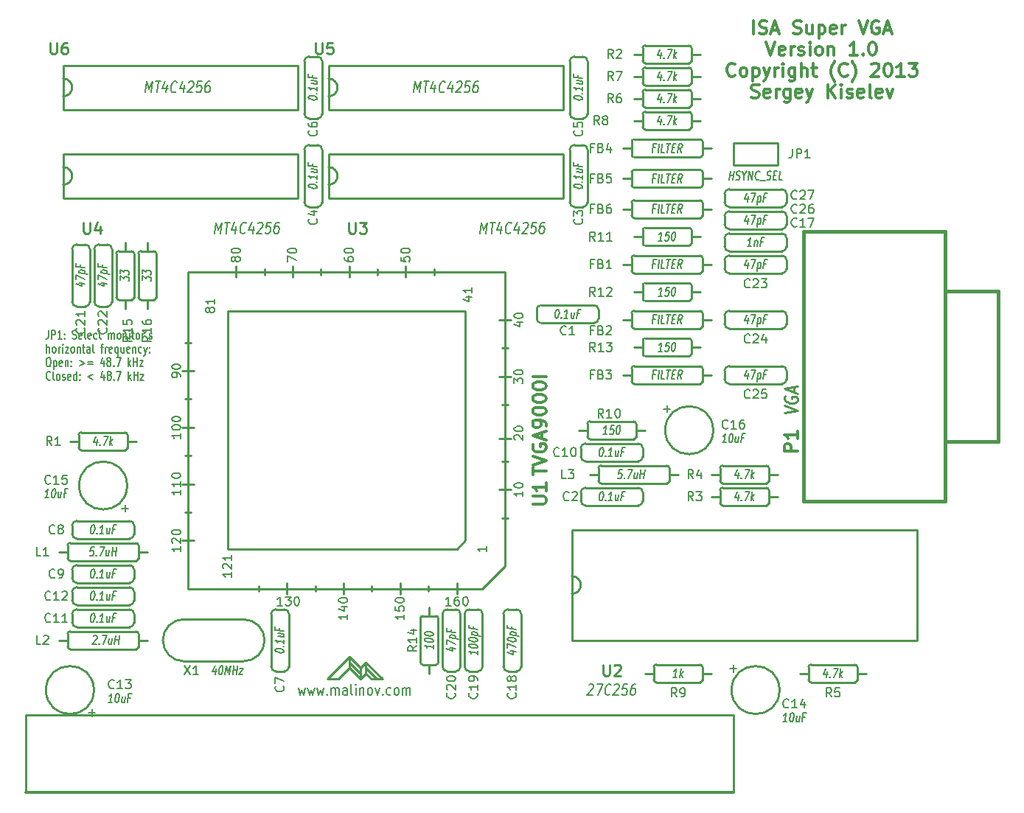
<source format=gto>
G04 #@! TF.FileFunction,Legend,Top*
%FSLAX46Y46*%
G04 Gerber Fmt 4.6, Leading zero omitted, Abs format (unit mm)*
G04 Created by KiCad (PCBNEW 4.0.2-stable) date 4/22/2016 8:04:33 PM*
%MOMM*%
G01*
G04 APERTURE LIST*
%ADD10C,0.150000*%
%ADD11C,0.152400*%
%ADD12C,0.203200*%
%ADD13C,0.304800*%
%ADD14C,0.254000*%
%ADD15C,0.381000*%
G04 APERTURE END LIST*
D10*
D11*
X104221643Y-81218919D02*
X104221643Y-81944633D01*
X104185357Y-82089776D01*
X104112786Y-82186538D01*
X104003929Y-82234919D01*
X103931357Y-82234919D01*
X104584500Y-82234919D02*
X104584500Y-81218919D01*
X104874785Y-81218919D01*
X104947357Y-81267300D01*
X104983642Y-81315681D01*
X105019928Y-81412443D01*
X105019928Y-81557586D01*
X104983642Y-81654348D01*
X104947357Y-81702729D01*
X104874785Y-81751110D01*
X104584500Y-81751110D01*
X105745642Y-82234919D02*
X105310214Y-82234919D01*
X105527928Y-82234919D02*
X105527928Y-81218919D01*
X105455357Y-81364062D01*
X105382785Y-81460824D01*
X105310214Y-81509205D01*
X106072214Y-82138157D02*
X106108499Y-82186538D01*
X106072214Y-82234919D01*
X106035928Y-82186538D01*
X106072214Y-82138157D01*
X106072214Y-82234919D01*
X106072214Y-81605967D02*
X106108499Y-81654348D01*
X106072214Y-81702729D01*
X106035928Y-81654348D01*
X106072214Y-81605967D01*
X106072214Y-81702729D01*
X106979356Y-82186538D02*
X107088213Y-82234919D01*
X107269642Y-82234919D01*
X107342213Y-82186538D01*
X107378499Y-82138157D01*
X107414784Y-82041395D01*
X107414784Y-81944633D01*
X107378499Y-81847871D01*
X107342213Y-81799490D01*
X107269642Y-81751110D01*
X107124499Y-81702729D01*
X107051927Y-81654348D01*
X107015642Y-81605967D01*
X106979356Y-81509205D01*
X106979356Y-81412443D01*
X107015642Y-81315681D01*
X107051927Y-81267300D01*
X107124499Y-81218919D01*
X107305927Y-81218919D01*
X107414784Y-81267300D01*
X108031641Y-82186538D02*
X107959070Y-82234919D01*
X107813927Y-82234919D01*
X107741356Y-82186538D01*
X107705070Y-82089776D01*
X107705070Y-81702729D01*
X107741356Y-81605967D01*
X107813927Y-81557586D01*
X107959070Y-81557586D01*
X108031641Y-81605967D01*
X108067927Y-81702729D01*
X108067927Y-81799490D01*
X107705070Y-81896252D01*
X108503356Y-82234919D02*
X108430784Y-82186538D01*
X108394499Y-82089776D01*
X108394499Y-81218919D01*
X109083927Y-82186538D02*
X109011356Y-82234919D01*
X108866213Y-82234919D01*
X108793642Y-82186538D01*
X108757356Y-82089776D01*
X108757356Y-81702729D01*
X108793642Y-81605967D01*
X108866213Y-81557586D01*
X109011356Y-81557586D01*
X109083927Y-81605967D01*
X109120213Y-81702729D01*
X109120213Y-81799490D01*
X108757356Y-81896252D01*
X109773356Y-82186538D02*
X109700785Y-82234919D01*
X109555642Y-82234919D01*
X109483070Y-82186538D01*
X109446785Y-82138157D01*
X109410499Y-82041395D01*
X109410499Y-81751110D01*
X109446785Y-81654348D01*
X109483070Y-81605967D01*
X109555642Y-81557586D01*
X109700785Y-81557586D01*
X109773356Y-81605967D01*
X109991070Y-81557586D02*
X110281356Y-81557586D01*
X110099928Y-81218919D02*
X110099928Y-82089776D01*
X110136213Y-82186538D01*
X110208785Y-82234919D01*
X110281356Y-82234919D01*
X111115928Y-82234919D02*
X111115928Y-81557586D01*
X111115928Y-81654348D02*
X111152213Y-81605967D01*
X111224785Y-81557586D01*
X111333642Y-81557586D01*
X111406213Y-81605967D01*
X111442499Y-81702729D01*
X111442499Y-82234919D01*
X111442499Y-81702729D02*
X111478785Y-81605967D01*
X111551356Y-81557586D01*
X111660213Y-81557586D01*
X111732785Y-81605967D01*
X111769070Y-81702729D01*
X111769070Y-82234919D01*
X112240785Y-82234919D02*
X112168213Y-82186538D01*
X112131928Y-82138157D01*
X112095642Y-82041395D01*
X112095642Y-81751110D01*
X112131928Y-81654348D01*
X112168213Y-81605967D01*
X112240785Y-81557586D01*
X112349642Y-81557586D01*
X112422213Y-81605967D01*
X112458499Y-81654348D01*
X112494785Y-81751110D01*
X112494785Y-82041395D01*
X112458499Y-82138157D01*
X112422213Y-82186538D01*
X112349642Y-82234919D01*
X112240785Y-82234919D01*
X112821357Y-81557586D02*
X112821357Y-82234919D01*
X112821357Y-81654348D02*
X112857642Y-81605967D01*
X112930214Y-81557586D01*
X113039071Y-81557586D01*
X113111642Y-81605967D01*
X113147928Y-81702729D01*
X113147928Y-82234919D01*
X113510786Y-82234919D02*
X113510786Y-81557586D01*
X113510786Y-81218919D02*
X113474500Y-81267300D01*
X113510786Y-81315681D01*
X113547071Y-81267300D01*
X113510786Y-81218919D01*
X113510786Y-81315681D01*
X113764785Y-81557586D02*
X114055071Y-81557586D01*
X113873643Y-81218919D02*
X113873643Y-82089776D01*
X113909928Y-82186538D01*
X113982500Y-82234919D01*
X114055071Y-82234919D01*
X114417929Y-82234919D02*
X114345357Y-82186538D01*
X114309072Y-82138157D01*
X114272786Y-82041395D01*
X114272786Y-81751110D01*
X114309072Y-81654348D01*
X114345357Y-81605967D01*
X114417929Y-81557586D01*
X114526786Y-81557586D01*
X114599357Y-81605967D01*
X114635643Y-81654348D01*
X114671929Y-81751110D01*
X114671929Y-82041395D01*
X114635643Y-82138157D01*
X114599357Y-82186538D01*
X114526786Y-82234919D01*
X114417929Y-82234919D01*
X114998501Y-82234919D02*
X114998501Y-81557586D01*
X114998501Y-81751110D02*
X115034786Y-81654348D01*
X115071072Y-81605967D01*
X115143643Y-81557586D01*
X115216215Y-81557586D01*
X115506500Y-81218919D02*
X115433929Y-81412443D01*
X115796786Y-82186538D02*
X115869357Y-82234919D01*
X116014500Y-82234919D01*
X116087072Y-82186538D01*
X116123357Y-82089776D01*
X116123357Y-82041395D01*
X116087072Y-81944633D01*
X116014500Y-81896252D01*
X115905643Y-81896252D01*
X115833072Y-81847871D01*
X115796786Y-81751110D01*
X115796786Y-81702729D01*
X115833072Y-81605967D01*
X115905643Y-81557586D01*
X116014500Y-81557586D01*
X116087072Y-81605967D01*
X104003929Y-83809719D02*
X104003929Y-82793719D01*
X104330500Y-83809719D02*
X104330500Y-83277529D01*
X104294214Y-83180767D01*
X104221643Y-83132386D01*
X104112786Y-83132386D01*
X104040214Y-83180767D01*
X104003929Y-83229148D01*
X104802215Y-83809719D02*
X104729643Y-83761338D01*
X104693358Y-83712957D01*
X104657072Y-83616195D01*
X104657072Y-83325910D01*
X104693358Y-83229148D01*
X104729643Y-83180767D01*
X104802215Y-83132386D01*
X104911072Y-83132386D01*
X104983643Y-83180767D01*
X105019929Y-83229148D01*
X105056215Y-83325910D01*
X105056215Y-83616195D01*
X105019929Y-83712957D01*
X104983643Y-83761338D01*
X104911072Y-83809719D01*
X104802215Y-83809719D01*
X105382787Y-83809719D02*
X105382787Y-83132386D01*
X105382787Y-83325910D02*
X105419072Y-83229148D01*
X105455358Y-83180767D01*
X105527929Y-83132386D01*
X105600501Y-83132386D01*
X105854501Y-83809719D02*
X105854501Y-83132386D01*
X105854501Y-82793719D02*
X105818215Y-82842100D01*
X105854501Y-82890481D01*
X105890786Y-82842100D01*
X105854501Y-82793719D01*
X105854501Y-82890481D01*
X106144786Y-83132386D02*
X106543929Y-83132386D01*
X106144786Y-83809719D01*
X106543929Y-83809719D01*
X106943072Y-83809719D02*
X106870500Y-83761338D01*
X106834215Y-83712957D01*
X106797929Y-83616195D01*
X106797929Y-83325910D01*
X106834215Y-83229148D01*
X106870500Y-83180767D01*
X106943072Y-83132386D01*
X107051929Y-83132386D01*
X107124500Y-83180767D01*
X107160786Y-83229148D01*
X107197072Y-83325910D01*
X107197072Y-83616195D01*
X107160786Y-83712957D01*
X107124500Y-83761338D01*
X107051929Y-83809719D01*
X106943072Y-83809719D01*
X107523644Y-83132386D02*
X107523644Y-83809719D01*
X107523644Y-83229148D02*
X107559929Y-83180767D01*
X107632501Y-83132386D01*
X107741358Y-83132386D01*
X107813929Y-83180767D01*
X107850215Y-83277529D01*
X107850215Y-83809719D01*
X108104215Y-83132386D02*
X108394501Y-83132386D01*
X108213073Y-82793719D02*
X108213073Y-83664576D01*
X108249358Y-83761338D01*
X108321930Y-83809719D01*
X108394501Y-83809719D01*
X108975073Y-83809719D02*
X108975073Y-83277529D01*
X108938787Y-83180767D01*
X108866216Y-83132386D01*
X108721073Y-83132386D01*
X108648502Y-83180767D01*
X108975073Y-83761338D02*
X108902502Y-83809719D01*
X108721073Y-83809719D01*
X108648502Y-83761338D01*
X108612216Y-83664576D01*
X108612216Y-83567814D01*
X108648502Y-83471052D01*
X108721073Y-83422671D01*
X108902502Y-83422671D01*
X108975073Y-83374290D01*
X109446788Y-83809719D02*
X109374216Y-83761338D01*
X109337931Y-83664576D01*
X109337931Y-82793719D01*
X110208787Y-83132386D02*
X110499073Y-83132386D01*
X110317645Y-83809719D02*
X110317645Y-82938862D01*
X110353930Y-82842100D01*
X110426502Y-82793719D01*
X110499073Y-82793719D01*
X110753074Y-83809719D02*
X110753074Y-83132386D01*
X110753074Y-83325910D02*
X110789359Y-83229148D01*
X110825645Y-83180767D01*
X110898216Y-83132386D01*
X110970788Y-83132386D01*
X111515073Y-83761338D02*
X111442502Y-83809719D01*
X111297359Y-83809719D01*
X111224788Y-83761338D01*
X111188502Y-83664576D01*
X111188502Y-83277529D01*
X111224788Y-83180767D01*
X111297359Y-83132386D01*
X111442502Y-83132386D01*
X111515073Y-83180767D01*
X111551359Y-83277529D01*
X111551359Y-83374290D01*
X111188502Y-83471052D01*
X112204502Y-83132386D02*
X112204502Y-84148386D01*
X112204502Y-83761338D02*
X112131931Y-83809719D01*
X111986788Y-83809719D01*
X111914216Y-83761338D01*
X111877931Y-83712957D01*
X111841645Y-83616195D01*
X111841645Y-83325910D01*
X111877931Y-83229148D01*
X111914216Y-83180767D01*
X111986788Y-83132386D01*
X112131931Y-83132386D01*
X112204502Y-83180767D01*
X112893931Y-83132386D02*
X112893931Y-83809719D01*
X112567360Y-83132386D02*
X112567360Y-83664576D01*
X112603645Y-83761338D01*
X112676217Y-83809719D01*
X112785074Y-83809719D01*
X112857645Y-83761338D01*
X112893931Y-83712957D01*
X113547074Y-83761338D02*
X113474503Y-83809719D01*
X113329360Y-83809719D01*
X113256789Y-83761338D01*
X113220503Y-83664576D01*
X113220503Y-83277529D01*
X113256789Y-83180767D01*
X113329360Y-83132386D01*
X113474503Y-83132386D01*
X113547074Y-83180767D01*
X113583360Y-83277529D01*
X113583360Y-83374290D01*
X113220503Y-83471052D01*
X113909932Y-83132386D02*
X113909932Y-83809719D01*
X113909932Y-83229148D02*
X113946217Y-83180767D01*
X114018789Y-83132386D01*
X114127646Y-83132386D01*
X114200217Y-83180767D01*
X114236503Y-83277529D01*
X114236503Y-83809719D01*
X114925932Y-83761338D02*
X114853361Y-83809719D01*
X114708218Y-83809719D01*
X114635646Y-83761338D01*
X114599361Y-83712957D01*
X114563075Y-83616195D01*
X114563075Y-83325910D01*
X114599361Y-83229148D01*
X114635646Y-83180767D01*
X114708218Y-83132386D01*
X114853361Y-83132386D01*
X114925932Y-83180767D01*
X115179932Y-83132386D02*
X115361361Y-83809719D01*
X115542789Y-83132386D02*
X115361361Y-83809719D01*
X115288789Y-84051624D01*
X115252504Y-84100005D01*
X115179932Y-84148386D01*
X115833075Y-83712957D02*
X115869360Y-83761338D01*
X115833075Y-83809719D01*
X115796789Y-83761338D01*
X115833075Y-83712957D01*
X115833075Y-83809719D01*
X115833075Y-83180767D02*
X115869360Y-83229148D01*
X115833075Y-83277529D01*
X115796789Y-83229148D01*
X115833075Y-83180767D01*
X115833075Y-83277529D01*
X104149071Y-84368519D02*
X104294214Y-84368519D01*
X104366786Y-84416900D01*
X104439357Y-84513662D01*
X104475643Y-84707186D01*
X104475643Y-85045852D01*
X104439357Y-85239376D01*
X104366786Y-85336138D01*
X104294214Y-85384519D01*
X104149071Y-85384519D01*
X104076500Y-85336138D01*
X104003929Y-85239376D01*
X103967643Y-85045852D01*
X103967643Y-84707186D01*
X104003929Y-84513662D01*
X104076500Y-84416900D01*
X104149071Y-84368519D01*
X104802215Y-84707186D02*
X104802215Y-85723186D01*
X104802215Y-84755567D02*
X104874786Y-84707186D01*
X105019929Y-84707186D01*
X105092500Y-84755567D01*
X105128786Y-84803948D01*
X105165072Y-84900710D01*
X105165072Y-85190995D01*
X105128786Y-85287757D01*
X105092500Y-85336138D01*
X105019929Y-85384519D01*
X104874786Y-85384519D01*
X104802215Y-85336138D01*
X105781929Y-85336138D02*
X105709358Y-85384519D01*
X105564215Y-85384519D01*
X105491644Y-85336138D01*
X105455358Y-85239376D01*
X105455358Y-84852329D01*
X105491644Y-84755567D01*
X105564215Y-84707186D01*
X105709358Y-84707186D01*
X105781929Y-84755567D01*
X105818215Y-84852329D01*
X105818215Y-84949090D01*
X105455358Y-85045852D01*
X106144787Y-84707186D02*
X106144787Y-85384519D01*
X106144787Y-84803948D02*
X106181072Y-84755567D01*
X106253644Y-84707186D01*
X106362501Y-84707186D01*
X106435072Y-84755567D01*
X106471358Y-84852329D01*
X106471358Y-85384519D01*
X106834216Y-85287757D02*
X106870501Y-85336138D01*
X106834216Y-85384519D01*
X106797930Y-85336138D01*
X106834216Y-85287757D01*
X106834216Y-85384519D01*
X106834216Y-84755567D02*
X106870501Y-84803948D01*
X106834216Y-84852329D01*
X106797930Y-84803948D01*
X106834216Y-84755567D01*
X106834216Y-84852329D01*
X107777644Y-84707186D02*
X108358215Y-84997471D01*
X107777644Y-85287757D01*
X108721073Y-84852329D02*
X109301644Y-84852329D01*
X109301644Y-85142614D02*
X108721073Y-85142614D01*
X110571644Y-84707186D02*
X110571644Y-85384519D01*
X110390215Y-84320138D02*
X110208787Y-85045852D01*
X110680501Y-85045852D01*
X111079644Y-84803948D02*
X111007072Y-84755567D01*
X110970787Y-84707186D01*
X110934501Y-84610424D01*
X110934501Y-84562043D01*
X110970787Y-84465281D01*
X111007072Y-84416900D01*
X111079644Y-84368519D01*
X111224787Y-84368519D01*
X111297358Y-84416900D01*
X111333644Y-84465281D01*
X111369929Y-84562043D01*
X111369929Y-84610424D01*
X111333644Y-84707186D01*
X111297358Y-84755567D01*
X111224787Y-84803948D01*
X111079644Y-84803948D01*
X111007072Y-84852329D01*
X110970787Y-84900710D01*
X110934501Y-84997471D01*
X110934501Y-85190995D01*
X110970787Y-85287757D01*
X111007072Y-85336138D01*
X111079644Y-85384519D01*
X111224787Y-85384519D01*
X111297358Y-85336138D01*
X111333644Y-85287757D01*
X111369929Y-85190995D01*
X111369929Y-84997471D01*
X111333644Y-84900710D01*
X111297358Y-84852329D01*
X111224787Y-84803948D01*
X111696501Y-85287757D02*
X111732786Y-85336138D01*
X111696501Y-85384519D01*
X111660215Y-85336138D01*
X111696501Y-85287757D01*
X111696501Y-85384519D01*
X111986786Y-84368519D02*
X112494786Y-84368519D01*
X112168215Y-85384519D01*
X113365643Y-85384519D02*
X113365643Y-84368519D01*
X113438214Y-84997471D02*
X113655928Y-85384519D01*
X113655928Y-84707186D02*
X113365643Y-85094233D01*
X113982500Y-85384519D02*
X113982500Y-84368519D01*
X113982500Y-84852329D02*
X114417928Y-84852329D01*
X114417928Y-85384519D02*
X114417928Y-84368519D01*
X114708214Y-84707186D02*
X115107357Y-84707186D01*
X114708214Y-85384519D01*
X115107357Y-85384519D01*
X104439357Y-86862557D02*
X104403071Y-86910938D01*
X104294214Y-86959319D01*
X104221643Y-86959319D01*
X104112786Y-86910938D01*
X104040214Y-86814176D01*
X104003929Y-86717414D01*
X103967643Y-86523890D01*
X103967643Y-86378748D01*
X104003929Y-86185224D01*
X104040214Y-86088462D01*
X104112786Y-85991700D01*
X104221643Y-85943319D01*
X104294214Y-85943319D01*
X104403071Y-85991700D01*
X104439357Y-86040081D01*
X104874786Y-86959319D02*
X104802214Y-86910938D01*
X104765929Y-86814176D01*
X104765929Y-85943319D01*
X105273929Y-86959319D02*
X105201357Y-86910938D01*
X105165072Y-86862557D01*
X105128786Y-86765795D01*
X105128786Y-86475510D01*
X105165072Y-86378748D01*
X105201357Y-86330367D01*
X105273929Y-86281986D01*
X105382786Y-86281986D01*
X105455357Y-86330367D01*
X105491643Y-86378748D01*
X105527929Y-86475510D01*
X105527929Y-86765795D01*
X105491643Y-86862557D01*
X105455357Y-86910938D01*
X105382786Y-86959319D01*
X105273929Y-86959319D01*
X105818215Y-86910938D02*
X105890786Y-86959319D01*
X106035929Y-86959319D01*
X106108501Y-86910938D01*
X106144786Y-86814176D01*
X106144786Y-86765795D01*
X106108501Y-86669033D01*
X106035929Y-86620652D01*
X105927072Y-86620652D01*
X105854501Y-86572271D01*
X105818215Y-86475510D01*
X105818215Y-86427129D01*
X105854501Y-86330367D01*
X105927072Y-86281986D01*
X106035929Y-86281986D01*
X106108501Y-86330367D01*
X106761643Y-86910938D02*
X106689072Y-86959319D01*
X106543929Y-86959319D01*
X106471358Y-86910938D01*
X106435072Y-86814176D01*
X106435072Y-86427129D01*
X106471358Y-86330367D01*
X106543929Y-86281986D01*
X106689072Y-86281986D01*
X106761643Y-86330367D01*
X106797929Y-86427129D01*
X106797929Y-86523890D01*
X106435072Y-86620652D01*
X107451072Y-86959319D02*
X107451072Y-85943319D01*
X107451072Y-86910938D02*
X107378501Y-86959319D01*
X107233358Y-86959319D01*
X107160786Y-86910938D01*
X107124501Y-86862557D01*
X107088215Y-86765795D01*
X107088215Y-86475510D01*
X107124501Y-86378748D01*
X107160786Y-86330367D01*
X107233358Y-86281986D01*
X107378501Y-86281986D01*
X107451072Y-86330367D01*
X107813930Y-86862557D02*
X107850215Y-86910938D01*
X107813930Y-86959319D01*
X107777644Y-86910938D01*
X107813930Y-86862557D01*
X107813930Y-86959319D01*
X107813930Y-86330367D02*
X107850215Y-86378748D01*
X107813930Y-86427129D01*
X107777644Y-86378748D01*
X107813930Y-86330367D01*
X107813930Y-86427129D01*
X109337929Y-86281986D02*
X108757358Y-86572271D01*
X109337929Y-86862557D01*
X110607929Y-86281986D02*
X110607929Y-86959319D01*
X110426500Y-85894938D02*
X110245072Y-86620652D01*
X110716786Y-86620652D01*
X111115929Y-86378748D02*
X111043357Y-86330367D01*
X111007072Y-86281986D01*
X110970786Y-86185224D01*
X110970786Y-86136843D01*
X111007072Y-86040081D01*
X111043357Y-85991700D01*
X111115929Y-85943319D01*
X111261072Y-85943319D01*
X111333643Y-85991700D01*
X111369929Y-86040081D01*
X111406214Y-86136843D01*
X111406214Y-86185224D01*
X111369929Y-86281986D01*
X111333643Y-86330367D01*
X111261072Y-86378748D01*
X111115929Y-86378748D01*
X111043357Y-86427129D01*
X111007072Y-86475510D01*
X110970786Y-86572271D01*
X110970786Y-86765795D01*
X111007072Y-86862557D01*
X111043357Y-86910938D01*
X111115929Y-86959319D01*
X111261072Y-86959319D01*
X111333643Y-86910938D01*
X111369929Y-86862557D01*
X111406214Y-86765795D01*
X111406214Y-86572271D01*
X111369929Y-86475510D01*
X111333643Y-86427129D01*
X111261072Y-86378748D01*
X111732786Y-86862557D02*
X111769071Y-86910938D01*
X111732786Y-86959319D01*
X111696500Y-86910938D01*
X111732786Y-86862557D01*
X111732786Y-86959319D01*
X112023071Y-85943319D02*
X112531071Y-85943319D01*
X112204500Y-86959319D01*
X113401928Y-86959319D02*
X113401928Y-85943319D01*
X113474499Y-86572271D02*
X113692213Y-86959319D01*
X113692213Y-86281986D02*
X113401928Y-86669033D01*
X114018785Y-86959319D02*
X114018785Y-85943319D01*
X114018785Y-86427129D02*
X114454213Y-86427129D01*
X114454213Y-86959319D02*
X114454213Y-85943319D01*
X114744499Y-86281986D02*
X115143642Y-86281986D01*
X114744499Y-86959319D01*
X115143642Y-86959319D01*
D12*
X132923643Y-122282857D02*
X133117167Y-123129524D01*
X133310690Y-122524762D01*
X133504214Y-123129524D01*
X133697738Y-122282857D01*
X133988024Y-122282857D02*
X134181548Y-123129524D01*
X134375071Y-122524762D01*
X134568595Y-123129524D01*
X134762119Y-122282857D01*
X135052405Y-122282857D02*
X135245929Y-123129524D01*
X135439452Y-122524762D01*
X135632976Y-123129524D01*
X135826500Y-122282857D01*
X136213548Y-123008571D02*
X136261929Y-123069048D01*
X136213548Y-123129524D01*
X136165167Y-123069048D01*
X136213548Y-123008571D01*
X136213548Y-123129524D01*
X136697358Y-123129524D02*
X136697358Y-122282857D01*
X136697358Y-122403810D02*
X136745739Y-122343333D01*
X136842501Y-122282857D01*
X136987643Y-122282857D01*
X137084405Y-122343333D01*
X137132786Y-122464286D01*
X137132786Y-123129524D01*
X137132786Y-122464286D02*
X137181167Y-122343333D01*
X137277929Y-122282857D01*
X137423072Y-122282857D01*
X137519834Y-122343333D01*
X137568215Y-122464286D01*
X137568215Y-123129524D01*
X138487453Y-123129524D02*
X138487453Y-122464286D01*
X138439072Y-122343333D01*
X138342310Y-122282857D01*
X138148787Y-122282857D01*
X138052025Y-122343333D01*
X138487453Y-123069048D02*
X138390691Y-123129524D01*
X138148787Y-123129524D01*
X138052025Y-123069048D01*
X138003644Y-122948095D01*
X138003644Y-122827143D01*
X138052025Y-122706190D01*
X138148787Y-122645714D01*
X138390691Y-122645714D01*
X138487453Y-122585238D01*
X139116406Y-123129524D02*
X139019644Y-123069048D01*
X138971263Y-122948095D01*
X138971263Y-121859524D01*
X139503453Y-123129524D02*
X139503453Y-122282857D01*
X139503453Y-121859524D02*
X139455072Y-121920000D01*
X139503453Y-121980476D01*
X139551834Y-121920000D01*
X139503453Y-121859524D01*
X139503453Y-121980476D01*
X139987263Y-122282857D02*
X139987263Y-123129524D01*
X139987263Y-122403810D02*
X140035644Y-122343333D01*
X140132406Y-122282857D01*
X140277548Y-122282857D01*
X140374310Y-122343333D01*
X140422691Y-122464286D01*
X140422691Y-123129524D01*
X141051644Y-123129524D02*
X140954882Y-123069048D01*
X140906501Y-123008571D01*
X140858120Y-122887619D01*
X140858120Y-122524762D01*
X140906501Y-122403810D01*
X140954882Y-122343333D01*
X141051644Y-122282857D01*
X141196786Y-122282857D01*
X141293548Y-122343333D01*
X141341929Y-122403810D01*
X141390310Y-122524762D01*
X141390310Y-122887619D01*
X141341929Y-123008571D01*
X141293548Y-123069048D01*
X141196786Y-123129524D01*
X141051644Y-123129524D01*
X141728977Y-122282857D02*
X141970882Y-123129524D01*
X142212786Y-122282857D01*
X142599834Y-123008571D02*
X142648215Y-123069048D01*
X142599834Y-123129524D01*
X142551453Y-123069048D01*
X142599834Y-123008571D01*
X142599834Y-123129524D01*
X143519072Y-123069048D02*
X143422310Y-123129524D01*
X143228787Y-123129524D01*
X143132025Y-123069048D01*
X143083644Y-123008571D01*
X143035263Y-122887619D01*
X143035263Y-122524762D01*
X143083644Y-122403810D01*
X143132025Y-122343333D01*
X143228787Y-122282857D01*
X143422310Y-122282857D01*
X143519072Y-122343333D01*
X144099644Y-123129524D02*
X144002882Y-123069048D01*
X143954501Y-123008571D01*
X143906120Y-122887619D01*
X143906120Y-122524762D01*
X143954501Y-122403810D01*
X144002882Y-122343333D01*
X144099644Y-122282857D01*
X144244786Y-122282857D01*
X144341548Y-122343333D01*
X144389929Y-122403810D01*
X144438310Y-122524762D01*
X144438310Y-122887619D01*
X144389929Y-123008571D01*
X144341548Y-123069048D01*
X144244786Y-123129524D01*
X144099644Y-123129524D01*
X144873739Y-123129524D02*
X144873739Y-122282857D01*
X144873739Y-122403810D02*
X144922120Y-122343333D01*
X145018882Y-122282857D01*
X145164024Y-122282857D01*
X145260786Y-122343333D01*
X145309167Y-122464286D01*
X145309167Y-123129524D01*
X145309167Y-122464286D02*
X145357548Y-122343333D01*
X145454310Y-122282857D01*
X145599453Y-122282857D01*
X145696215Y-122343333D01*
X145744596Y-122464286D01*
X145744596Y-123129524D01*
D13*
X185202285Y-47196829D02*
X185202285Y-45672829D01*
X185855428Y-47124257D02*
X186073142Y-47196829D01*
X186435999Y-47196829D01*
X186581142Y-47124257D01*
X186653713Y-47051686D01*
X186726285Y-46906543D01*
X186726285Y-46761400D01*
X186653713Y-46616257D01*
X186581142Y-46543686D01*
X186435999Y-46471114D01*
X186145713Y-46398543D01*
X186000571Y-46325971D01*
X185927999Y-46253400D01*
X185855428Y-46108257D01*
X185855428Y-45963114D01*
X185927999Y-45817971D01*
X186000571Y-45745400D01*
X186145713Y-45672829D01*
X186508571Y-45672829D01*
X186726285Y-45745400D01*
X187306857Y-46761400D02*
X188032571Y-46761400D01*
X187161714Y-47196829D02*
X187669714Y-45672829D01*
X188177714Y-47196829D01*
X189774286Y-47124257D02*
X189992000Y-47196829D01*
X190354857Y-47196829D01*
X190500000Y-47124257D01*
X190572571Y-47051686D01*
X190645143Y-46906543D01*
X190645143Y-46761400D01*
X190572571Y-46616257D01*
X190500000Y-46543686D01*
X190354857Y-46471114D01*
X190064571Y-46398543D01*
X189919429Y-46325971D01*
X189846857Y-46253400D01*
X189774286Y-46108257D01*
X189774286Y-45963114D01*
X189846857Y-45817971D01*
X189919429Y-45745400D01*
X190064571Y-45672829D01*
X190427429Y-45672829D01*
X190645143Y-45745400D01*
X191951429Y-46180829D02*
X191951429Y-47196829D01*
X191298286Y-46180829D02*
X191298286Y-46979114D01*
X191370858Y-47124257D01*
X191516000Y-47196829D01*
X191733715Y-47196829D01*
X191878858Y-47124257D01*
X191951429Y-47051686D01*
X192677143Y-46180829D02*
X192677143Y-47704829D01*
X192677143Y-46253400D02*
X192822286Y-46180829D01*
X193112572Y-46180829D01*
X193257715Y-46253400D01*
X193330286Y-46325971D01*
X193402857Y-46471114D01*
X193402857Y-46906543D01*
X193330286Y-47051686D01*
X193257715Y-47124257D01*
X193112572Y-47196829D01*
X192822286Y-47196829D01*
X192677143Y-47124257D01*
X194636572Y-47124257D02*
X194491429Y-47196829D01*
X194201143Y-47196829D01*
X194056000Y-47124257D01*
X193983429Y-46979114D01*
X193983429Y-46398543D01*
X194056000Y-46253400D01*
X194201143Y-46180829D01*
X194491429Y-46180829D01*
X194636572Y-46253400D01*
X194709143Y-46398543D01*
X194709143Y-46543686D01*
X193983429Y-46688829D01*
X195362286Y-47196829D02*
X195362286Y-46180829D01*
X195362286Y-46471114D02*
X195434858Y-46325971D01*
X195507429Y-46253400D01*
X195652572Y-46180829D01*
X195797715Y-46180829D01*
X197249144Y-45672829D02*
X197757144Y-47196829D01*
X198265144Y-45672829D01*
X199571430Y-45745400D02*
X199426287Y-45672829D01*
X199208573Y-45672829D01*
X198990858Y-45745400D01*
X198845716Y-45890543D01*
X198773144Y-46035686D01*
X198700573Y-46325971D01*
X198700573Y-46543686D01*
X198773144Y-46833971D01*
X198845716Y-46979114D01*
X198990858Y-47124257D01*
X199208573Y-47196829D01*
X199353716Y-47196829D01*
X199571430Y-47124257D01*
X199644001Y-47051686D01*
X199644001Y-46543686D01*
X199353716Y-46543686D01*
X200224573Y-46761400D02*
X200950287Y-46761400D01*
X200079430Y-47196829D02*
X200587430Y-45672829D01*
X201095430Y-47196829D01*
X186653714Y-48111229D02*
X187161714Y-49635229D01*
X187669714Y-48111229D01*
X188758286Y-49562657D02*
X188613143Y-49635229D01*
X188322857Y-49635229D01*
X188177714Y-49562657D01*
X188105143Y-49417514D01*
X188105143Y-48836943D01*
X188177714Y-48691800D01*
X188322857Y-48619229D01*
X188613143Y-48619229D01*
X188758286Y-48691800D01*
X188830857Y-48836943D01*
X188830857Y-48982086D01*
X188105143Y-49127229D01*
X189484000Y-49635229D02*
X189484000Y-48619229D01*
X189484000Y-48909514D02*
X189556572Y-48764371D01*
X189629143Y-48691800D01*
X189774286Y-48619229D01*
X189919429Y-48619229D01*
X190354858Y-49562657D02*
X190500001Y-49635229D01*
X190790286Y-49635229D01*
X190935429Y-49562657D01*
X191008001Y-49417514D01*
X191008001Y-49344943D01*
X190935429Y-49199800D01*
X190790286Y-49127229D01*
X190572572Y-49127229D01*
X190427429Y-49054657D01*
X190354858Y-48909514D01*
X190354858Y-48836943D01*
X190427429Y-48691800D01*
X190572572Y-48619229D01*
X190790286Y-48619229D01*
X190935429Y-48691800D01*
X191661143Y-49635229D02*
X191661143Y-48619229D01*
X191661143Y-48111229D02*
X191588572Y-48183800D01*
X191661143Y-48256371D01*
X191733715Y-48183800D01*
X191661143Y-48111229D01*
X191661143Y-48256371D01*
X192604571Y-49635229D02*
X192459429Y-49562657D01*
X192386857Y-49490086D01*
X192314286Y-49344943D01*
X192314286Y-48909514D01*
X192386857Y-48764371D01*
X192459429Y-48691800D01*
X192604571Y-48619229D01*
X192822286Y-48619229D01*
X192967429Y-48691800D01*
X193040000Y-48764371D01*
X193112571Y-48909514D01*
X193112571Y-49344943D01*
X193040000Y-49490086D01*
X192967429Y-49562657D01*
X192822286Y-49635229D01*
X192604571Y-49635229D01*
X193765714Y-48619229D02*
X193765714Y-49635229D01*
X193765714Y-48764371D02*
X193838286Y-48691800D01*
X193983428Y-48619229D01*
X194201143Y-48619229D01*
X194346286Y-48691800D01*
X194418857Y-48836943D01*
X194418857Y-49635229D01*
X197104000Y-49635229D02*
X196233143Y-49635229D01*
X196668571Y-49635229D02*
X196668571Y-48111229D01*
X196523428Y-48328943D01*
X196378286Y-48474086D01*
X196233143Y-48546657D01*
X197757143Y-49490086D02*
X197829715Y-49562657D01*
X197757143Y-49635229D01*
X197684572Y-49562657D01*
X197757143Y-49490086D01*
X197757143Y-49635229D01*
X198773143Y-48111229D02*
X198918286Y-48111229D01*
X199063429Y-48183800D01*
X199136000Y-48256371D01*
X199208571Y-48401514D01*
X199281143Y-48691800D01*
X199281143Y-49054657D01*
X199208571Y-49344943D01*
X199136000Y-49490086D01*
X199063429Y-49562657D01*
X198918286Y-49635229D01*
X198773143Y-49635229D01*
X198628000Y-49562657D01*
X198555429Y-49490086D01*
X198482857Y-49344943D01*
X198410286Y-49054657D01*
X198410286Y-48691800D01*
X198482857Y-48401514D01*
X198555429Y-48256371D01*
X198628000Y-48183800D01*
X198773143Y-48111229D01*
X183061428Y-51928486D02*
X182988857Y-52001057D01*
X182771143Y-52073629D01*
X182626000Y-52073629D01*
X182408285Y-52001057D01*
X182263143Y-51855914D01*
X182190571Y-51710771D01*
X182118000Y-51420486D01*
X182118000Y-51202771D01*
X182190571Y-50912486D01*
X182263143Y-50767343D01*
X182408285Y-50622200D01*
X182626000Y-50549629D01*
X182771143Y-50549629D01*
X182988857Y-50622200D01*
X183061428Y-50694771D01*
X183932285Y-52073629D02*
X183787143Y-52001057D01*
X183714571Y-51928486D01*
X183642000Y-51783343D01*
X183642000Y-51347914D01*
X183714571Y-51202771D01*
X183787143Y-51130200D01*
X183932285Y-51057629D01*
X184150000Y-51057629D01*
X184295143Y-51130200D01*
X184367714Y-51202771D01*
X184440285Y-51347914D01*
X184440285Y-51783343D01*
X184367714Y-51928486D01*
X184295143Y-52001057D01*
X184150000Y-52073629D01*
X183932285Y-52073629D01*
X185093428Y-51057629D02*
X185093428Y-52581629D01*
X185093428Y-51130200D02*
X185238571Y-51057629D01*
X185528857Y-51057629D01*
X185674000Y-51130200D01*
X185746571Y-51202771D01*
X185819142Y-51347914D01*
X185819142Y-51783343D01*
X185746571Y-51928486D01*
X185674000Y-52001057D01*
X185528857Y-52073629D01*
X185238571Y-52073629D01*
X185093428Y-52001057D01*
X186327142Y-51057629D02*
X186689999Y-52073629D01*
X187052857Y-51057629D02*
X186689999Y-52073629D01*
X186544857Y-52436486D01*
X186472285Y-52509057D01*
X186327142Y-52581629D01*
X187633428Y-52073629D02*
X187633428Y-51057629D01*
X187633428Y-51347914D02*
X187706000Y-51202771D01*
X187778571Y-51130200D01*
X187923714Y-51057629D01*
X188068857Y-51057629D01*
X188576857Y-52073629D02*
X188576857Y-51057629D01*
X188576857Y-50549629D02*
X188504286Y-50622200D01*
X188576857Y-50694771D01*
X188649429Y-50622200D01*
X188576857Y-50549629D01*
X188576857Y-50694771D01*
X189955714Y-51057629D02*
X189955714Y-52291343D01*
X189883143Y-52436486D01*
X189810571Y-52509057D01*
X189665428Y-52581629D01*
X189447714Y-52581629D01*
X189302571Y-52509057D01*
X189955714Y-52001057D02*
X189810571Y-52073629D01*
X189520285Y-52073629D01*
X189375143Y-52001057D01*
X189302571Y-51928486D01*
X189230000Y-51783343D01*
X189230000Y-51347914D01*
X189302571Y-51202771D01*
X189375143Y-51130200D01*
X189520285Y-51057629D01*
X189810571Y-51057629D01*
X189955714Y-51130200D01*
X190681428Y-52073629D02*
X190681428Y-50549629D01*
X191334571Y-52073629D02*
X191334571Y-51275343D01*
X191262000Y-51130200D01*
X191116857Y-51057629D01*
X190899142Y-51057629D01*
X190754000Y-51130200D01*
X190681428Y-51202771D01*
X191842571Y-51057629D02*
X192423142Y-51057629D01*
X192060285Y-50549629D02*
X192060285Y-51855914D01*
X192132857Y-52001057D01*
X192277999Y-52073629D01*
X192423142Y-52073629D01*
X194527714Y-52654200D02*
X194455142Y-52581629D01*
X194309999Y-52363914D01*
X194237428Y-52218771D01*
X194164857Y-52001057D01*
X194092285Y-51638200D01*
X194092285Y-51347914D01*
X194164857Y-50985057D01*
X194237428Y-50767343D01*
X194309999Y-50622200D01*
X194455142Y-50404486D01*
X194527714Y-50331914D01*
X195979142Y-51928486D02*
X195906571Y-52001057D01*
X195688857Y-52073629D01*
X195543714Y-52073629D01*
X195325999Y-52001057D01*
X195180857Y-51855914D01*
X195108285Y-51710771D01*
X195035714Y-51420486D01*
X195035714Y-51202771D01*
X195108285Y-50912486D01*
X195180857Y-50767343D01*
X195325999Y-50622200D01*
X195543714Y-50549629D01*
X195688857Y-50549629D01*
X195906571Y-50622200D01*
X195979142Y-50694771D01*
X196487142Y-52654200D02*
X196559714Y-52581629D01*
X196704857Y-52363914D01*
X196777428Y-52218771D01*
X196849999Y-52001057D01*
X196922571Y-51638200D01*
X196922571Y-51347914D01*
X196849999Y-50985057D01*
X196777428Y-50767343D01*
X196704857Y-50622200D01*
X196559714Y-50404486D01*
X196487142Y-50331914D01*
X198736857Y-50694771D02*
X198809428Y-50622200D01*
X198954571Y-50549629D01*
X199317428Y-50549629D01*
X199462571Y-50622200D01*
X199535142Y-50694771D01*
X199607714Y-50839914D01*
X199607714Y-50985057D01*
X199535142Y-51202771D01*
X198664285Y-52073629D01*
X199607714Y-52073629D01*
X200551143Y-50549629D02*
X200696286Y-50549629D01*
X200841429Y-50622200D01*
X200914000Y-50694771D01*
X200986571Y-50839914D01*
X201059143Y-51130200D01*
X201059143Y-51493057D01*
X200986571Y-51783343D01*
X200914000Y-51928486D01*
X200841429Y-52001057D01*
X200696286Y-52073629D01*
X200551143Y-52073629D01*
X200406000Y-52001057D01*
X200333429Y-51928486D01*
X200260857Y-51783343D01*
X200188286Y-51493057D01*
X200188286Y-51130200D01*
X200260857Y-50839914D01*
X200333429Y-50694771D01*
X200406000Y-50622200D01*
X200551143Y-50549629D01*
X202510572Y-52073629D02*
X201639715Y-52073629D01*
X202075143Y-52073629D02*
X202075143Y-50549629D01*
X201930000Y-50767343D01*
X201784858Y-50912486D01*
X201639715Y-50985057D01*
X203018572Y-50549629D02*
X203962001Y-50549629D01*
X203454001Y-51130200D01*
X203671715Y-51130200D01*
X203816858Y-51202771D01*
X203889429Y-51275343D01*
X203962001Y-51420486D01*
X203962001Y-51783343D01*
X203889429Y-51928486D01*
X203816858Y-52001057D01*
X203671715Y-52073629D01*
X203236287Y-52073629D01*
X203091144Y-52001057D01*
X203018572Y-51928486D01*
X184948285Y-54439457D02*
X185165999Y-54512029D01*
X185528856Y-54512029D01*
X185673999Y-54439457D01*
X185746570Y-54366886D01*
X185819142Y-54221743D01*
X185819142Y-54076600D01*
X185746570Y-53931457D01*
X185673999Y-53858886D01*
X185528856Y-53786314D01*
X185238570Y-53713743D01*
X185093428Y-53641171D01*
X185020856Y-53568600D01*
X184948285Y-53423457D01*
X184948285Y-53278314D01*
X185020856Y-53133171D01*
X185093428Y-53060600D01*
X185238570Y-52988029D01*
X185601428Y-52988029D01*
X185819142Y-53060600D01*
X187052857Y-54439457D02*
X186907714Y-54512029D01*
X186617428Y-54512029D01*
X186472285Y-54439457D01*
X186399714Y-54294314D01*
X186399714Y-53713743D01*
X186472285Y-53568600D01*
X186617428Y-53496029D01*
X186907714Y-53496029D01*
X187052857Y-53568600D01*
X187125428Y-53713743D01*
X187125428Y-53858886D01*
X186399714Y-54004029D01*
X187778571Y-54512029D02*
X187778571Y-53496029D01*
X187778571Y-53786314D02*
X187851143Y-53641171D01*
X187923714Y-53568600D01*
X188068857Y-53496029D01*
X188214000Y-53496029D01*
X189375143Y-53496029D02*
X189375143Y-54729743D01*
X189302572Y-54874886D01*
X189230000Y-54947457D01*
X189084857Y-55020029D01*
X188867143Y-55020029D01*
X188722000Y-54947457D01*
X189375143Y-54439457D02*
X189230000Y-54512029D01*
X188939714Y-54512029D01*
X188794572Y-54439457D01*
X188722000Y-54366886D01*
X188649429Y-54221743D01*
X188649429Y-53786314D01*
X188722000Y-53641171D01*
X188794572Y-53568600D01*
X188939714Y-53496029D01*
X189230000Y-53496029D01*
X189375143Y-53568600D01*
X190681429Y-54439457D02*
X190536286Y-54512029D01*
X190246000Y-54512029D01*
X190100857Y-54439457D01*
X190028286Y-54294314D01*
X190028286Y-53713743D01*
X190100857Y-53568600D01*
X190246000Y-53496029D01*
X190536286Y-53496029D01*
X190681429Y-53568600D01*
X190754000Y-53713743D01*
X190754000Y-53858886D01*
X190028286Y-54004029D01*
X191262000Y-53496029D02*
X191624857Y-54512029D01*
X191987715Y-53496029D02*
X191624857Y-54512029D01*
X191479715Y-54874886D01*
X191407143Y-54947457D01*
X191262000Y-55020029D01*
X193729429Y-54512029D02*
X193729429Y-52988029D01*
X194600286Y-54512029D02*
X193947143Y-53641171D01*
X194600286Y-52988029D02*
X193729429Y-53858886D01*
X195253429Y-54512029D02*
X195253429Y-53496029D01*
X195253429Y-52988029D02*
X195180858Y-53060600D01*
X195253429Y-53133171D01*
X195326001Y-53060600D01*
X195253429Y-52988029D01*
X195253429Y-53133171D01*
X195906572Y-54439457D02*
X196051715Y-54512029D01*
X196342000Y-54512029D01*
X196487143Y-54439457D01*
X196559715Y-54294314D01*
X196559715Y-54221743D01*
X196487143Y-54076600D01*
X196342000Y-54004029D01*
X196124286Y-54004029D01*
X195979143Y-53931457D01*
X195906572Y-53786314D01*
X195906572Y-53713743D01*
X195979143Y-53568600D01*
X196124286Y-53496029D01*
X196342000Y-53496029D01*
X196487143Y-53568600D01*
X197793429Y-54439457D02*
X197648286Y-54512029D01*
X197358000Y-54512029D01*
X197212857Y-54439457D01*
X197140286Y-54294314D01*
X197140286Y-53713743D01*
X197212857Y-53568600D01*
X197358000Y-53496029D01*
X197648286Y-53496029D01*
X197793429Y-53568600D01*
X197866000Y-53713743D01*
X197866000Y-53858886D01*
X197140286Y-54004029D01*
X198736857Y-54512029D02*
X198591715Y-54439457D01*
X198519143Y-54294314D01*
X198519143Y-52988029D01*
X199898001Y-54439457D02*
X199752858Y-54512029D01*
X199462572Y-54512029D01*
X199317429Y-54439457D01*
X199244858Y-54294314D01*
X199244858Y-53713743D01*
X199317429Y-53568600D01*
X199462572Y-53496029D01*
X199752858Y-53496029D01*
X199898001Y-53568600D01*
X199970572Y-53713743D01*
X199970572Y-53858886D01*
X199244858Y-54004029D01*
X200478572Y-53496029D02*
X200841429Y-54512029D01*
X201204287Y-53496029D01*
D14*
X140652500Y-120015000D02*
X141922500Y-121285000D01*
X138747500Y-119380000D02*
X140017500Y-120650000D01*
X140652500Y-119380000D02*
X140652500Y-120650000D01*
X140017500Y-120015000D02*
X140017500Y-121285000D01*
X138747500Y-118745000D02*
X138747500Y-120015000D01*
X137477500Y-121285000D02*
X136207500Y-121285000D01*
X138747500Y-120015000D02*
X137477500Y-121285000D01*
X140017500Y-121285000D02*
X138747500Y-120015000D01*
X140652500Y-120650000D02*
X140017500Y-121285000D01*
X141287500Y-121285000D02*
X140652500Y-120650000D01*
X142557500Y-121285000D02*
X141287500Y-121285000D01*
X140652500Y-119380000D02*
X142557500Y-121285000D01*
X140017500Y-120015000D02*
X140652500Y-119380000D01*
X138747500Y-118745000D02*
X140017500Y-120015000D01*
X136207500Y-121285000D02*
X138747500Y-118745000D01*
X164338000Y-111506000D02*
G75*
G03X165354000Y-110490000I0J1016000D01*
G01*
X165354000Y-110490000D02*
G75*
G03X164338000Y-109474000I-1016000J0D01*
G01*
X164338000Y-104140000D02*
X203962000Y-104140000D01*
X203962000Y-104140000D02*
X203962000Y-116840000D01*
X203962000Y-116840000D02*
X164338000Y-116840000D01*
X164338000Y-116840000D02*
X164338000Y-104140000D01*
X114046000Y-72390000D02*
X114046000Y-77470000D01*
X112268000Y-72136000D02*
X113792000Y-72136000D01*
X112014000Y-77470000D02*
X112014000Y-72390000D01*
X113792000Y-77724000D02*
X112268000Y-77724000D01*
X114046000Y-72390000D02*
G75*
G03X113792000Y-72136000I-254000J0D01*
G01*
X112268000Y-72136000D02*
G75*
G03X112014000Y-72390000I0J-254000D01*
G01*
X113792000Y-77724000D02*
G75*
G03X114046000Y-77470000I0J254000D01*
G01*
X112014000Y-77470000D02*
G75*
G03X112268000Y-77724000I254000J0D01*
G01*
X113030000Y-72136000D02*
X113030000Y-71120000D01*
X113030000Y-78740000D02*
X113030000Y-77724000D01*
X177800000Y-53086000D02*
X172720000Y-53086000D01*
X178054000Y-51308000D02*
X178054000Y-52832000D01*
X172720000Y-51054000D02*
X177800000Y-51054000D01*
X172466000Y-52832000D02*
X172466000Y-51308000D01*
X177800000Y-53086000D02*
G75*
G03X178054000Y-52832000I0J254000D01*
G01*
X178054000Y-51308000D02*
G75*
G03X177800000Y-51054000I-254000J0D01*
G01*
X172466000Y-52832000D02*
G75*
G03X172720000Y-53086000I254000J0D01*
G01*
X172720000Y-51054000D02*
G75*
G03X172466000Y-51308000I0J-254000D01*
G01*
X178054000Y-52070000D02*
X179070000Y-52070000D01*
X171450000Y-52070000D02*
X172466000Y-52070000D01*
X172720000Y-56134000D02*
X177800000Y-56134000D01*
X172466000Y-57912000D02*
X172466000Y-56388000D01*
X177800000Y-58166000D02*
X172720000Y-58166000D01*
X178054000Y-56388000D02*
X178054000Y-57912000D01*
X172720000Y-56134000D02*
G75*
G03X172466000Y-56388000I0J-254000D01*
G01*
X172466000Y-57912000D02*
G75*
G03X172720000Y-58166000I254000J0D01*
G01*
X178054000Y-56388000D02*
G75*
G03X177800000Y-56134000I-254000J0D01*
G01*
X177800000Y-58166000D02*
G75*
G03X178054000Y-57912000I0J254000D01*
G01*
X172466000Y-57150000D02*
X171450000Y-57150000D01*
X179070000Y-57150000D02*
X178054000Y-57150000D01*
X173990000Y-119634000D02*
X179070000Y-119634000D01*
X173736000Y-121412000D02*
X173736000Y-119888000D01*
X179070000Y-121666000D02*
X173990000Y-121666000D01*
X179324000Y-119888000D02*
X179324000Y-121412000D01*
X173990000Y-119634000D02*
G75*
G03X173736000Y-119888000I0J-254000D01*
G01*
X173736000Y-121412000D02*
G75*
G03X173990000Y-121666000I254000J0D01*
G01*
X179324000Y-119888000D02*
G75*
G03X179070000Y-119634000I-254000J0D01*
G01*
X179070000Y-121666000D02*
G75*
G03X179324000Y-121412000I0J254000D01*
G01*
X173736000Y-120650000D02*
X172720000Y-120650000D01*
X180340000Y-120650000D02*
X179324000Y-120650000D01*
X177800000Y-55626000D02*
X172720000Y-55626000D01*
X178054000Y-53848000D02*
X178054000Y-55372000D01*
X172720000Y-53594000D02*
X177800000Y-53594000D01*
X172466000Y-55372000D02*
X172466000Y-53848000D01*
X177800000Y-55626000D02*
G75*
G03X178054000Y-55372000I0J254000D01*
G01*
X178054000Y-53848000D02*
G75*
G03X177800000Y-53594000I-254000J0D01*
G01*
X172466000Y-55372000D02*
G75*
G03X172720000Y-55626000I254000J0D01*
G01*
X172720000Y-53594000D02*
G75*
G03X172466000Y-53848000I0J-254000D01*
G01*
X178054000Y-54610000D02*
X179070000Y-54610000D01*
X171450000Y-54610000D02*
X172466000Y-54610000D01*
X171450000Y-93726000D02*
X166370000Y-93726000D01*
X171704000Y-91948000D02*
X171704000Y-93472000D01*
X166370000Y-91694000D02*
X171450000Y-91694000D01*
X166116000Y-93472000D02*
X166116000Y-91948000D01*
X171450000Y-93726000D02*
G75*
G03X171704000Y-93472000I0J254000D01*
G01*
X171704000Y-91948000D02*
G75*
G03X171450000Y-91694000I-254000J0D01*
G01*
X166116000Y-93472000D02*
G75*
G03X166370000Y-93726000I254000J0D01*
G01*
X166370000Y-91694000D02*
G75*
G03X166116000Y-91948000I0J-254000D01*
G01*
X171704000Y-92710000D02*
X172720000Y-92710000D01*
X165100000Y-92710000D02*
X166116000Y-92710000D01*
X177800000Y-71501000D02*
X172720000Y-71501000D01*
X178054000Y-69723000D02*
X178054000Y-71247000D01*
X172720000Y-69469000D02*
X177800000Y-69469000D01*
X172466000Y-71247000D02*
X172466000Y-69723000D01*
X177800000Y-71501000D02*
G75*
G03X178054000Y-71247000I0J254000D01*
G01*
X178054000Y-69723000D02*
G75*
G03X177800000Y-69469000I-254000J0D01*
G01*
X172466000Y-71247000D02*
G75*
G03X172720000Y-71501000I254000J0D01*
G01*
X172720000Y-69469000D02*
G75*
G03X172466000Y-69723000I0J-254000D01*
G01*
X178054000Y-70485000D02*
X179070000Y-70485000D01*
X171450000Y-70485000D02*
X172466000Y-70485000D01*
X177800000Y-77851000D02*
X172720000Y-77851000D01*
X178054000Y-76073000D02*
X178054000Y-77597000D01*
X172720000Y-75819000D02*
X177800000Y-75819000D01*
X172466000Y-77597000D02*
X172466000Y-76073000D01*
X177800000Y-77851000D02*
G75*
G03X178054000Y-77597000I0J254000D01*
G01*
X178054000Y-76073000D02*
G75*
G03X177800000Y-75819000I-254000J0D01*
G01*
X172466000Y-77597000D02*
G75*
G03X172720000Y-77851000I254000J0D01*
G01*
X172720000Y-75819000D02*
G75*
G03X172466000Y-76073000I0J-254000D01*
G01*
X178054000Y-76835000D02*
X179070000Y-76835000D01*
X171450000Y-76835000D02*
X172466000Y-76835000D01*
X177800000Y-84201000D02*
X172720000Y-84201000D01*
X178054000Y-82423000D02*
X178054000Y-83947000D01*
X172720000Y-82169000D02*
X177800000Y-82169000D01*
X172466000Y-83947000D02*
X172466000Y-82423000D01*
X177800000Y-84201000D02*
G75*
G03X178054000Y-83947000I0J254000D01*
G01*
X178054000Y-82423000D02*
G75*
G03X177800000Y-82169000I-254000J0D01*
G01*
X172466000Y-83947000D02*
G75*
G03X172720000Y-84201000I254000J0D01*
G01*
X172720000Y-82169000D02*
G75*
G03X172466000Y-82423000I0J-254000D01*
G01*
X178054000Y-83185000D02*
X179070000Y-83185000D01*
X171450000Y-83185000D02*
X172466000Y-83185000D01*
X148971000Y-114300000D02*
X148971000Y-119380000D01*
X147193000Y-114046000D02*
X148717000Y-114046000D01*
X146939000Y-119380000D02*
X146939000Y-114300000D01*
X148717000Y-119634000D02*
X147193000Y-119634000D01*
X148971000Y-114300000D02*
G75*
G03X148717000Y-114046000I-254000J0D01*
G01*
X147193000Y-114046000D02*
G75*
G03X146939000Y-114300000I0J-254000D01*
G01*
X148717000Y-119634000D02*
G75*
G03X148971000Y-119380000I0J254000D01*
G01*
X146939000Y-119380000D02*
G75*
G03X147193000Y-119634000I254000J0D01*
G01*
X147955000Y-114046000D02*
X147955000Y-113030000D01*
X147955000Y-120650000D02*
X147955000Y-119634000D01*
X116586000Y-72390000D02*
X116586000Y-77470000D01*
X114808000Y-72136000D02*
X116332000Y-72136000D01*
X114554000Y-77470000D02*
X114554000Y-72390000D01*
X116332000Y-77724000D02*
X114808000Y-77724000D01*
X116586000Y-72390000D02*
G75*
G03X116332000Y-72136000I-254000J0D01*
G01*
X114808000Y-72136000D02*
G75*
G03X114554000Y-72390000I0J-254000D01*
G01*
X116332000Y-77724000D02*
G75*
G03X116586000Y-77470000I0J254000D01*
G01*
X114554000Y-77470000D02*
G75*
G03X114808000Y-77724000I254000J0D01*
G01*
X115570000Y-72136000D02*
X115570000Y-71120000D01*
X115570000Y-78740000D02*
X115570000Y-77724000D01*
X191770000Y-119634000D02*
X196850000Y-119634000D01*
X191516000Y-121412000D02*
X191516000Y-119888000D01*
X196850000Y-121666000D02*
X191770000Y-121666000D01*
X197104000Y-119888000D02*
X197104000Y-121412000D01*
X191770000Y-119634000D02*
G75*
G03X191516000Y-119888000I0J-254000D01*
G01*
X191516000Y-121412000D02*
G75*
G03X191770000Y-121666000I254000J0D01*
G01*
X197104000Y-119888000D02*
G75*
G03X196850000Y-119634000I-254000J0D01*
G01*
X196850000Y-121666000D02*
G75*
G03X197104000Y-121412000I0J254000D01*
G01*
X191516000Y-120650000D02*
X190500000Y-120650000D01*
X198120000Y-120650000D02*
X197104000Y-120650000D01*
X181610000Y-96774000D02*
X186690000Y-96774000D01*
X181356000Y-98552000D02*
X181356000Y-97028000D01*
X186690000Y-98806000D02*
X181610000Y-98806000D01*
X186944000Y-97028000D02*
X186944000Y-98552000D01*
X181610000Y-96774000D02*
G75*
G03X181356000Y-97028000I0J-254000D01*
G01*
X181356000Y-98552000D02*
G75*
G03X181610000Y-98806000I254000J0D01*
G01*
X186944000Y-97028000D02*
G75*
G03X186690000Y-96774000I-254000J0D01*
G01*
X186690000Y-98806000D02*
G75*
G03X186944000Y-98552000I0J254000D01*
G01*
X181356000Y-97790000D02*
X180340000Y-97790000D01*
X187960000Y-97790000D02*
X186944000Y-97790000D01*
X181610000Y-99314000D02*
X186690000Y-99314000D01*
X181356000Y-101092000D02*
X181356000Y-99568000D01*
X186690000Y-101346000D02*
X181610000Y-101346000D01*
X186944000Y-99568000D02*
X186944000Y-101092000D01*
X181610000Y-99314000D02*
G75*
G03X181356000Y-99568000I0J-254000D01*
G01*
X181356000Y-101092000D02*
G75*
G03X181610000Y-101346000I254000J0D01*
G01*
X186944000Y-99568000D02*
G75*
G03X186690000Y-99314000I-254000J0D01*
G01*
X186690000Y-101346000D02*
G75*
G03X186944000Y-101092000I0J254000D01*
G01*
X181356000Y-100330000D02*
X180340000Y-100330000D01*
X187960000Y-100330000D02*
X186944000Y-100330000D01*
X177800000Y-50546000D02*
X172720000Y-50546000D01*
X178054000Y-48768000D02*
X178054000Y-50292000D01*
X172720000Y-48514000D02*
X177800000Y-48514000D01*
X172466000Y-50292000D02*
X172466000Y-48768000D01*
X177800000Y-50546000D02*
G75*
G03X178054000Y-50292000I0J254000D01*
G01*
X178054000Y-48768000D02*
G75*
G03X177800000Y-48514000I-254000J0D01*
G01*
X172466000Y-50292000D02*
G75*
G03X172720000Y-50546000I254000J0D01*
G01*
X172720000Y-48514000D02*
G75*
G03X172466000Y-48768000I0J-254000D01*
G01*
X178054000Y-49530000D02*
X179070000Y-49530000D01*
X171450000Y-49530000D02*
X172466000Y-49530000D01*
X113030000Y-94996000D02*
X107950000Y-94996000D01*
X113284000Y-93218000D02*
X113284000Y-94742000D01*
X107950000Y-92964000D02*
X113030000Y-92964000D01*
X107696000Y-94742000D02*
X107696000Y-93218000D01*
X113030000Y-94996000D02*
G75*
G03X113284000Y-94742000I0J254000D01*
G01*
X113284000Y-93218000D02*
G75*
G03X113030000Y-92964000I-254000J0D01*
G01*
X107696000Y-94742000D02*
G75*
G03X107950000Y-94996000I254000J0D01*
G01*
X107950000Y-92964000D02*
G75*
G03X107696000Y-93218000I0J-254000D01*
G01*
X113284000Y-93980000D02*
X114300000Y-93980000D01*
X106680000Y-93980000D02*
X107696000Y-93980000D01*
X136398000Y-54356000D02*
G75*
G03X137414000Y-53340000I0J1016000D01*
G01*
X137414000Y-53340000D02*
G75*
G03X136398000Y-52324000I-1016000J0D01*
G01*
X136398000Y-50800000D02*
X163322000Y-50800000D01*
X163322000Y-50800000D02*
X163322000Y-55880000D01*
X163322000Y-55880000D02*
X136398000Y-55880000D01*
X136398000Y-55880000D02*
X136398000Y-50800000D01*
X105918000Y-54356000D02*
G75*
G03X106934000Y-53340000I0J1016000D01*
G01*
X106934000Y-53340000D02*
G75*
G03X105918000Y-52324000I-1016000J0D01*
G01*
X105918000Y-50800000D02*
X132842000Y-50800000D01*
X132842000Y-50800000D02*
X132842000Y-55880000D01*
X132842000Y-55880000D02*
X105918000Y-55880000D01*
X105918000Y-55880000D02*
X105918000Y-50800000D01*
X136398000Y-64516000D02*
G75*
G03X137414000Y-63500000I0J1016000D01*
G01*
X137414000Y-63500000D02*
G75*
G03X136398000Y-62484000I-1016000J0D01*
G01*
X136398000Y-60960000D02*
X163322000Y-60960000D01*
X163322000Y-60960000D02*
X163322000Y-66040000D01*
X163322000Y-66040000D02*
X136398000Y-66040000D01*
X136398000Y-66040000D02*
X136398000Y-60960000D01*
X105918000Y-64516000D02*
G75*
G03X106934000Y-63500000I0J1016000D01*
G01*
X106934000Y-63500000D02*
G75*
G03X105918000Y-62484000I-1016000J0D01*
G01*
X105918000Y-60960000D02*
X132842000Y-60960000D01*
X132842000Y-60960000D02*
X132842000Y-66040000D01*
X132842000Y-66040000D02*
X105918000Y-66040000D01*
X105918000Y-66040000D02*
X105918000Y-60960000D01*
X113240820Y-99060000D02*
G75*
G03X113240820Y-99060000I-2750820J0D01*
G01*
X167386000Y-79883000D02*
X167386000Y-78867000D01*
X160782000Y-80391000D02*
X166878000Y-80391000D01*
X160782000Y-78359000D02*
X166878000Y-78359000D01*
X166878000Y-80391000D02*
G75*
G03X167386000Y-79883000I0J508000D01*
G01*
X167386000Y-78867000D02*
G75*
G03X166878000Y-78359000I-508000J0D01*
G01*
X160274000Y-79883000D02*
G75*
G03X160782000Y-80391000I508000J0D01*
G01*
X160782000Y-78359000D02*
G75*
G03X160274000Y-78867000I0J-508000D01*
G01*
X160274000Y-79883000D02*
X160274000Y-78867000D01*
X172466000Y-100838000D02*
X172466000Y-99822000D01*
X165862000Y-101346000D02*
X171958000Y-101346000D01*
X165862000Y-99314000D02*
X171958000Y-99314000D01*
X171958000Y-101346000D02*
G75*
G03X172466000Y-100838000I0J508000D01*
G01*
X172466000Y-99822000D02*
G75*
G03X171958000Y-99314000I-508000J0D01*
G01*
X165354000Y-100838000D02*
G75*
G03X165862000Y-101346000I508000J0D01*
G01*
X165862000Y-99314000D02*
G75*
G03X165354000Y-99822000I0J-508000D01*
G01*
X165354000Y-100838000D02*
X165354000Y-99822000D01*
X165608000Y-59944000D02*
X164592000Y-59944000D01*
X166116000Y-66548000D02*
X166116000Y-60452000D01*
X164084000Y-66548000D02*
X164084000Y-60452000D01*
X166116000Y-60452000D02*
G75*
G03X165608000Y-59944000I-508000J0D01*
G01*
X164592000Y-59944000D02*
G75*
G03X164084000Y-60452000I0J-508000D01*
G01*
X165608000Y-67056000D02*
G75*
G03X166116000Y-66548000I0J508000D01*
G01*
X164084000Y-66548000D02*
G75*
G03X164592000Y-67056000I508000J0D01*
G01*
X165608000Y-67056000D02*
X164592000Y-67056000D01*
X135128000Y-59944000D02*
X134112000Y-59944000D01*
X135636000Y-66548000D02*
X135636000Y-60452000D01*
X133604000Y-66548000D02*
X133604000Y-60452000D01*
X135636000Y-60452000D02*
G75*
G03X135128000Y-59944000I-508000J0D01*
G01*
X134112000Y-59944000D02*
G75*
G03X133604000Y-60452000I0J-508000D01*
G01*
X135128000Y-67056000D02*
G75*
G03X135636000Y-66548000I0J508000D01*
G01*
X133604000Y-66548000D02*
G75*
G03X134112000Y-67056000I508000J0D01*
G01*
X135128000Y-67056000D02*
X134112000Y-67056000D01*
X135128000Y-49784000D02*
X134112000Y-49784000D01*
X135636000Y-56388000D02*
X135636000Y-50292000D01*
X133604000Y-56388000D02*
X133604000Y-50292000D01*
X135636000Y-50292000D02*
G75*
G03X135128000Y-49784000I-508000J0D01*
G01*
X134112000Y-49784000D02*
G75*
G03X133604000Y-50292000I0J-508000D01*
G01*
X135128000Y-56896000D02*
G75*
G03X135636000Y-56388000I0J508000D01*
G01*
X133604000Y-56388000D02*
G75*
G03X134112000Y-56896000I508000J0D01*
G01*
X135128000Y-56896000D02*
X134112000Y-56896000D01*
X106934000Y-103632000D02*
X106934000Y-104648000D01*
X113538000Y-103124000D02*
X107442000Y-103124000D01*
X113538000Y-105156000D02*
X107442000Y-105156000D01*
X107442000Y-103124000D02*
G75*
G03X106934000Y-103632000I0J-508000D01*
G01*
X106934000Y-104648000D02*
G75*
G03X107442000Y-105156000I508000J0D01*
G01*
X114046000Y-103632000D02*
G75*
G03X113538000Y-103124000I-508000J0D01*
G01*
X113538000Y-105156000D02*
G75*
G03X114046000Y-104648000I0J508000D01*
G01*
X114046000Y-103632000D02*
X114046000Y-104648000D01*
X106934000Y-108712000D02*
X106934000Y-109728000D01*
X113538000Y-108204000D02*
X107442000Y-108204000D01*
X113538000Y-110236000D02*
X107442000Y-110236000D01*
X107442000Y-108204000D02*
G75*
G03X106934000Y-108712000I0J-508000D01*
G01*
X106934000Y-109728000D02*
G75*
G03X107442000Y-110236000I508000J0D01*
G01*
X114046000Y-108712000D02*
G75*
G03X113538000Y-108204000I-508000J0D01*
G01*
X113538000Y-110236000D02*
G75*
G03X114046000Y-109728000I0J508000D01*
G01*
X114046000Y-108712000D02*
X114046000Y-109728000D01*
X172466000Y-95758000D02*
X172466000Y-94742000D01*
X165862000Y-96266000D02*
X171958000Y-96266000D01*
X165862000Y-94234000D02*
X171958000Y-94234000D01*
X171958000Y-96266000D02*
G75*
G03X172466000Y-95758000I0J508000D01*
G01*
X172466000Y-94742000D02*
G75*
G03X171958000Y-94234000I-508000J0D01*
G01*
X165354000Y-95758000D02*
G75*
G03X165862000Y-96266000I508000J0D01*
G01*
X165862000Y-94234000D02*
G75*
G03X165354000Y-94742000I0J-508000D01*
G01*
X165354000Y-95758000D02*
X165354000Y-94742000D01*
X114046000Y-114808000D02*
X114046000Y-113792000D01*
X107442000Y-115316000D02*
X113538000Y-115316000D01*
X107442000Y-113284000D02*
X113538000Y-113284000D01*
X113538000Y-115316000D02*
G75*
G03X114046000Y-114808000I0J508000D01*
G01*
X114046000Y-113792000D02*
G75*
G03X113538000Y-113284000I-508000J0D01*
G01*
X106934000Y-114808000D02*
G75*
G03X107442000Y-115316000I508000J0D01*
G01*
X107442000Y-113284000D02*
G75*
G03X106934000Y-113792000I0J-508000D01*
G01*
X106934000Y-114808000D02*
X106934000Y-113792000D01*
X106934000Y-111252000D02*
X106934000Y-112268000D01*
X113538000Y-110744000D02*
X107442000Y-110744000D01*
X113538000Y-112776000D02*
X107442000Y-112776000D01*
X107442000Y-110744000D02*
G75*
G03X106934000Y-111252000I0J-508000D01*
G01*
X106934000Y-112268000D02*
G75*
G03X107442000Y-112776000I508000J0D01*
G01*
X114046000Y-111252000D02*
G75*
G03X113538000Y-110744000I-508000J0D01*
G01*
X113538000Y-112776000D02*
G75*
G03X114046000Y-112268000I0J508000D01*
G01*
X114046000Y-111252000D02*
X114046000Y-112268000D01*
X188976000Y-71628000D02*
X188976000Y-70612000D01*
X182372000Y-72136000D02*
X188468000Y-72136000D01*
X182372000Y-70104000D02*
X188468000Y-70104000D01*
X188468000Y-72136000D02*
G75*
G03X188976000Y-71628000I0J508000D01*
G01*
X188976000Y-70612000D02*
G75*
G03X188468000Y-70104000I-508000J0D01*
G01*
X181864000Y-71628000D02*
G75*
G03X182372000Y-72136000I508000J0D01*
G01*
X182372000Y-70104000D02*
G75*
G03X181864000Y-70612000I0J-508000D01*
G01*
X181864000Y-71628000D02*
X181864000Y-70612000D01*
X156972000Y-120396000D02*
X157988000Y-120396000D01*
X156464000Y-113792000D02*
X156464000Y-119888000D01*
X158496000Y-113792000D02*
X158496000Y-119888000D01*
X156464000Y-119888000D02*
G75*
G03X156972000Y-120396000I508000J0D01*
G01*
X157988000Y-120396000D02*
G75*
G03X158496000Y-119888000I0J508000D01*
G01*
X156972000Y-113284000D02*
G75*
G03X156464000Y-113792000I0J-508000D01*
G01*
X158496000Y-113792000D02*
G75*
G03X157988000Y-113284000I-508000J0D01*
G01*
X156972000Y-113284000D02*
X157988000Y-113284000D01*
X152527000Y-120396000D02*
X153543000Y-120396000D01*
X152019000Y-113792000D02*
X152019000Y-119888000D01*
X154051000Y-113792000D02*
X154051000Y-119888000D01*
X152019000Y-119888000D02*
G75*
G03X152527000Y-120396000I508000J0D01*
G01*
X153543000Y-120396000D02*
G75*
G03X154051000Y-119888000I0J508000D01*
G01*
X152527000Y-113284000D02*
G75*
G03X152019000Y-113792000I0J-508000D01*
G01*
X154051000Y-113792000D02*
G75*
G03X153543000Y-113284000I-508000J0D01*
G01*
X152527000Y-113284000D02*
X153543000Y-113284000D01*
X149987000Y-120396000D02*
X151003000Y-120396000D01*
X149479000Y-113792000D02*
X149479000Y-119888000D01*
X151511000Y-113792000D02*
X151511000Y-119888000D01*
X149479000Y-119888000D02*
G75*
G03X149987000Y-120396000I508000J0D01*
G01*
X151003000Y-120396000D02*
G75*
G03X151511000Y-119888000I0J508000D01*
G01*
X149987000Y-113284000D02*
G75*
G03X149479000Y-113792000I0J-508000D01*
G01*
X151511000Y-113792000D02*
G75*
G03X151003000Y-113284000I-508000J0D01*
G01*
X149987000Y-113284000D02*
X151003000Y-113284000D01*
X107442000Y-78486000D02*
X108458000Y-78486000D01*
X106934000Y-71882000D02*
X106934000Y-77978000D01*
X108966000Y-71882000D02*
X108966000Y-77978000D01*
X106934000Y-77978000D02*
G75*
G03X107442000Y-78486000I508000J0D01*
G01*
X108458000Y-78486000D02*
G75*
G03X108966000Y-77978000I0J508000D01*
G01*
X107442000Y-71374000D02*
G75*
G03X106934000Y-71882000I0J-508000D01*
G01*
X108966000Y-71882000D02*
G75*
G03X108458000Y-71374000I-508000J0D01*
G01*
X107442000Y-71374000D02*
X108458000Y-71374000D01*
X109982000Y-78486000D02*
X110998000Y-78486000D01*
X109474000Y-71882000D02*
X109474000Y-77978000D01*
X111506000Y-71882000D02*
X111506000Y-77978000D01*
X109474000Y-77978000D02*
G75*
G03X109982000Y-78486000I508000J0D01*
G01*
X110998000Y-78486000D02*
G75*
G03X111506000Y-77978000I0J508000D01*
G01*
X109982000Y-71374000D02*
G75*
G03X109474000Y-71882000I0J-508000D01*
G01*
X111506000Y-71882000D02*
G75*
G03X110998000Y-71374000I-508000J0D01*
G01*
X109982000Y-71374000D02*
X110998000Y-71374000D01*
X188976000Y-74168000D02*
X188976000Y-73152000D01*
X182372000Y-74676000D02*
X188468000Y-74676000D01*
X182372000Y-72644000D02*
X188468000Y-72644000D01*
X188468000Y-74676000D02*
G75*
G03X188976000Y-74168000I0J508000D01*
G01*
X188976000Y-73152000D02*
G75*
G03X188468000Y-72644000I-508000J0D01*
G01*
X181864000Y-74168000D02*
G75*
G03X182372000Y-74676000I508000J0D01*
G01*
X182372000Y-72644000D02*
G75*
G03X181864000Y-73152000I0J-508000D01*
G01*
X181864000Y-74168000D02*
X181864000Y-73152000D01*
X188976000Y-86868000D02*
X188976000Y-85852000D01*
X182372000Y-87376000D02*
X188468000Y-87376000D01*
X182372000Y-85344000D02*
X188468000Y-85344000D01*
X188468000Y-87376000D02*
G75*
G03X188976000Y-86868000I0J508000D01*
G01*
X188976000Y-85852000D02*
G75*
G03X188468000Y-85344000I-508000J0D01*
G01*
X181864000Y-86868000D02*
G75*
G03X182372000Y-87376000I508000J0D01*
G01*
X182372000Y-85344000D02*
G75*
G03X181864000Y-85852000I0J-508000D01*
G01*
X181864000Y-86868000D02*
X181864000Y-85852000D01*
X101600000Y-134302500D02*
X101600000Y-125412500D01*
X182880000Y-125412500D02*
X101600000Y-125412500D01*
D13*
X182880000Y-134302500D02*
X101600000Y-134302500D01*
D14*
X182880000Y-125412500D02*
X182880000Y-134302500D01*
D15*
X190939420Y-69900800D02*
X207195420Y-69900800D01*
X190939420Y-100888800D02*
X207195420Y-100888800D01*
X190939420Y-69900800D02*
X190939420Y-100888800D01*
X207195420Y-76758800D02*
X213291420Y-76758800D01*
X213291420Y-76758800D02*
X213291420Y-94030800D01*
X213291420Y-94030800D02*
X207195420Y-94030800D01*
X207195420Y-69900800D02*
X207195420Y-100888800D01*
D14*
X141356080Y-111234220D02*
X141356080Y-110583980D01*
X138104880Y-111559340D02*
X138104880Y-110258860D01*
X134856220Y-111234220D02*
X134856220Y-110583980D01*
X131605020Y-111559340D02*
X131605020Y-110258860D01*
X128353820Y-111234220D02*
X128353820Y-110583980D01*
X119580660Y-105384600D02*
X120881140Y-105384600D01*
X119905780Y-102135940D02*
X120556020Y-102135940D01*
X119580660Y-98884740D02*
X120881140Y-98884740D01*
X119905780Y-95636080D02*
X120556020Y-95636080D01*
X119580660Y-92384880D02*
X120881140Y-92384880D01*
X119905780Y-89136220D02*
X120556020Y-89136220D01*
X119580660Y-85885020D02*
X120881140Y-85885020D01*
X119905780Y-82633820D02*
X120556020Y-82633820D01*
X125755400Y-75161140D02*
X125755400Y-73860660D01*
X129004060Y-74836020D02*
X129004060Y-74185780D01*
X132255260Y-75161140D02*
X132255260Y-73860660D01*
X135503920Y-74836020D02*
X135503920Y-74185780D01*
X138755120Y-75161140D02*
X138755120Y-73860660D01*
X142003780Y-74836020D02*
X142003780Y-74185780D01*
X145254980Y-75161140D02*
X145254980Y-73860660D01*
X148506180Y-74836020D02*
X148506180Y-74185780D01*
X155978860Y-80035400D02*
X157279340Y-80035400D01*
X156303980Y-83284060D02*
X156954220Y-83284060D01*
X156303980Y-89783920D02*
X156954220Y-89783920D01*
X155978860Y-86535260D02*
X157279340Y-86535260D01*
X155978860Y-93685360D02*
X157279340Y-93685360D01*
X156303980Y-96283780D02*
X156954220Y-96283780D01*
X155978860Y-99534980D02*
X157279340Y-99534980D01*
X156303980Y-102786180D02*
X156954220Y-102786180D01*
X151104600Y-111559340D02*
X151104600Y-110258860D01*
X147855940Y-111234220D02*
X147855940Y-110583980D01*
X144604740Y-111559340D02*
X144604740Y-110258860D01*
X120230900Y-110909100D02*
X120230900Y-74510900D01*
X120230900Y-74510900D02*
X156629100Y-74510900D01*
X156629100Y-74510900D02*
X156629100Y-108310680D01*
X156629100Y-108310680D02*
X154030680Y-110909100D01*
X154030680Y-110909100D02*
X120230900Y-110909100D01*
X124780040Y-79060040D02*
X152079960Y-79060040D01*
X152079960Y-79060040D02*
X152079960Y-105384600D01*
X152079960Y-105384600D02*
X151104600Y-106359960D01*
X151104600Y-106359960D02*
X124780040Y-106359960D01*
X124780040Y-106359960D02*
X124780040Y-79060040D01*
X126619000Y-114427000D02*
X119761000Y-114427000D01*
X119761000Y-119253000D02*
X126619000Y-119253000D01*
X119761000Y-114427000D02*
G75*
G03X117348000Y-116840000I0J-2413000D01*
G01*
X117348000Y-116840000D02*
G75*
G03X119761000Y-119253000I2413000J0D01*
G01*
X126619000Y-119253000D02*
G75*
G03X129032000Y-116840000I0J2413000D01*
G01*
X129032000Y-116840000D02*
G75*
G03X126619000Y-114427000I-2413000J0D01*
G01*
X165608000Y-49784000D02*
X164592000Y-49784000D01*
X166116000Y-56388000D02*
X166116000Y-50292000D01*
X164084000Y-56388000D02*
X164084000Y-50292000D01*
X166116000Y-50292000D02*
G75*
G03X165608000Y-49784000I-508000J0D01*
G01*
X164592000Y-49784000D02*
G75*
G03X164084000Y-50292000I0J-508000D01*
G01*
X165608000Y-56896000D02*
G75*
G03X166116000Y-56388000I0J508000D01*
G01*
X164084000Y-56388000D02*
G75*
G03X164592000Y-56896000I508000J0D01*
G01*
X165608000Y-56896000D02*
X164592000Y-56896000D01*
X130302000Y-120396000D02*
X131318000Y-120396000D01*
X129794000Y-113792000D02*
X129794000Y-119888000D01*
X131826000Y-113792000D02*
X131826000Y-119888000D01*
X129794000Y-119888000D02*
G75*
G03X130302000Y-120396000I508000J0D01*
G01*
X131318000Y-120396000D02*
G75*
G03X131826000Y-119888000I0J508000D01*
G01*
X130302000Y-113284000D02*
G75*
G03X129794000Y-113792000I0J-508000D01*
G01*
X131826000Y-113792000D02*
G75*
G03X131318000Y-113284000I-508000J0D01*
G01*
X130302000Y-113284000D02*
X131318000Y-113284000D01*
X109430820Y-122555000D02*
G75*
G03X109430820Y-122555000I-2750820J0D01*
G01*
X188170820Y-122555000D02*
G75*
G03X188170820Y-122555000I-2750820J0D01*
G01*
X180550820Y-92710000D02*
G75*
G03X180550820Y-92710000I-2750820J0D01*
G01*
X188976000Y-80518000D02*
X188976000Y-79502000D01*
X182372000Y-81026000D02*
X188468000Y-81026000D01*
X182372000Y-78994000D02*
X188468000Y-78994000D01*
X188468000Y-81026000D02*
G75*
G03X188976000Y-80518000I0J508000D01*
G01*
X188976000Y-79502000D02*
G75*
G03X188468000Y-78994000I-508000J0D01*
G01*
X181864000Y-80518000D02*
G75*
G03X182372000Y-81026000I508000J0D01*
G01*
X182372000Y-78994000D02*
G75*
G03X181864000Y-79502000I0J-508000D01*
G01*
X181864000Y-80518000D02*
X181864000Y-79502000D01*
X188976000Y-69088000D02*
X188976000Y-68072000D01*
X182372000Y-69596000D02*
X188468000Y-69596000D01*
X182372000Y-67564000D02*
X188468000Y-67564000D01*
X188468000Y-69596000D02*
G75*
G03X188976000Y-69088000I0J508000D01*
G01*
X188976000Y-68072000D02*
G75*
G03X188468000Y-67564000I-508000J0D01*
G01*
X181864000Y-69088000D02*
G75*
G03X182372000Y-69596000I508000J0D01*
G01*
X182372000Y-67564000D02*
G75*
G03X181864000Y-68072000I0J-508000D01*
G01*
X181864000Y-69088000D02*
X181864000Y-68072000D01*
X188976000Y-66548000D02*
X188976000Y-65532000D01*
X182372000Y-67056000D02*
X188468000Y-67056000D01*
X182372000Y-65024000D02*
X188468000Y-65024000D01*
X188468000Y-67056000D02*
G75*
G03X188976000Y-66548000I0J508000D01*
G01*
X188976000Y-65532000D02*
G75*
G03X188468000Y-65024000I-508000J0D01*
G01*
X181864000Y-66548000D02*
G75*
G03X182372000Y-67056000I508000J0D01*
G01*
X182372000Y-65024000D02*
G75*
G03X181864000Y-65532000I0J-508000D01*
G01*
X181864000Y-66548000D02*
X181864000Y-65532000D01*
X187960000Y-62230000D02*
X182880000Y-62230000D01*
X182880000Y-59690000D02*
X187960000Y-59690000D01*
X182880000Y-59690000D02*
X182880000Y-62230000D01*
X187960000Y-62230000D02*
X187960000Y-59690000D01*
X179070000Y-74676000D02*
X171450000Y-74676000D01*
X171450000Y-72644000D02*
X179070000Y-72644000D01*
X179324000Y-72898000D02*
X179324000Y-74422000D01*
X171196000Y-74422000D02*
X171196000Y-72898000D01*
X179070000Y-74676000D02*
G75*
G03X179324000Y-74422000I0J254000D01*
G01*
X179324000Y-72898000D02*
G75*
G03X179070000Y-72644000I-254000J0D01*
G01*
X171196000Y-74422000D02*
G75*
G03X171450000Y-74676000I254000J0D01*
G01*
X171450000Y-72644000D02*
G75*
G03X171196000Y-72898000I0J-254000D01*
G01*
X179324000Y-73660000D02*
X180340000Y-73660000D01*
X170180000Y-73660000D02*
X171196000Y-73660000D01*
X179070000Y-81026000D02*
X171450000Y-81026000D01*
X171450000Y-78994000D02*
X179070000Y-78994000D01*
X179324000Y-79248000D02*
X179324000Y-80772000D01*
X171196000Y-80772000D02*
X171196000Y-79248000D01*
X179070000Y-81026000D02*
G75*
G03X179324000Y-80772000I0J254000D01*
G01*
X179324000Y-79248000D02*
G75*
G03X179070000Y-78994000I-254000J0D01*
G01*
X171196000Y-80772000D02*
G75*
G03X171450000Y-81026000I254000J0D01*
G01*
X171450000Y-78994000D02*
G75*
G03X171196000Y-79248000I0J-254000D01*
G01*
X179324000Y-80010000D02*
X180340000Y-80010000D01*
X170180000Y-80010000D02*
X171196000Y-80010000D01*
X179070000Y-87376000D02*
X171450000Y-87376000D01*
X171450000Y-85344000D02*
X179070000Y-85344000D01*
X179324000Y-85598000D02*
X179324000Y-87122000D01*
X171196000Y-87122000D02*
X171196000Y-85598000D01*
X179070000Y-87376000D02*
G75*
G03X179324000Y-87122000I0J254000D01*
G01*
X179324000Y-85598000D02*
G75*
G03X179070000Y-85344000I-254000J0D01*
G01*
X171196000Y-87122000D02*
G75*
G03X171450000Y-87376000I254000J0D01*
G01*
X171450000Y-85344000D02*
G75*
G03X171196000Y-85598000I0J-254000D01*
G01*
X179324000Y-86360000D02*
X180340000Y-86360000D01*
X170180000Y-86360000D02*
X171196000Y-86360000D01*
X171450000Y-59309000D02*
X179070000Y-59309000D01*
X179070000Y-61341000D02*
X171450000Y-61341000D01*
X171196000Y-61087000D02*
X171196000Y-59563000D01*
X179324000Y-59563000D02*
X179324000Y-61087000D01*
X171450000Y-59309000D02*
G75*
G03X171196000Y-59563000I0J-254000D01*
G01*
X171196000Y-61087000D02*
G75*
G03X171450000Y-61341000I254000J0D01*
G01*
X179324000Y-59563000D02*
G75*
G03X179070000Y-59309000I-254000J0D01*
G01*
X179070000Y-61341000D02*
G75*
G03X179324000Y-61087000I0J254000D01*
G01*
X171196000Y-60325000D02*
X170180000Y-60325000D01*
X180340000Y-60325000D02*
X179324000Y-60325000D01*
X171450000Y-62801500D02*
X179070000Y-62801500D01*
X179070000Y-64833500D02*
X171450000Y-64833500D01*
X171196000Y-64579500D02*
X171196000Y-63055500D01*
X179324000Y-63055500D02*
X179324000Y-64579500D01*
X171450000Y-62801500D02*
G75*
G03X171196000Y-63055500I0J-254000D01*
G01*
X171196000Y-64579500D02*
G75*
G03X171450000Y-64833500I254000J0D01*
G01*
X179324000Y-63055500D02*
G75*
G03X179070000Y-62801500I-254000J0D01*
G01*
X179070000Y-64833500D02*
G75*
G03X179324000Y-64579500I0J254000D01*
G01*
X171196000Y-63817500D02*
X170180000Y-63817500D01*
X180340000Y-63817500D02*
X179324000Y-63817500D01*
X171450000Y-66294000D02*
X179070000Y-66294000D01*
X179070000Y-68326000D02*
X171450000Y-68326000D01*
X171196000Y-68072000D02*
X171196000Y-66548000D01*
X179324000Y-66548000D02*
X179324000Y-68072000D01*
X171450000Y-66294000D02*
G75*
G03X171196000Y-66548000I0J-254000D01*
G01*
X171196000Y-68072000D02*
G75*
G03X171450000Y-68326000I254000J0D01*
G01*
X179324000Y-66548000D02*
G75*
G03X179070000Y-66294000I-254000J0D01*
G01*
X179070000Y-68326000D02*
G75*
G03X179324000Y-68072000I0J254000D01*
G01*
X171196000Y-67310000D02*
X170180000Y-67310000D01*
X180340000Y-67310000D02*
X179324000Y-67310000D01*
X106680000Y-105664000D02*
X114300000Y-105664000D01*
X114300000Y-107696000D02*
X106680000Y-107696000D01*
X106426000Y-107442000D02*
X106426000Y-105918000D01*
X114554000Y-105918000D02*
X114554000Y-107442000D01*
X106680000Y-105664000D02*
G75*
G03X106426000Y-105918000I0J-254000D01*
G01*
X106426000Y-107442000D02*
G75*
G03X106680000Y-107696000I254000J0D01*
G01*
X114554000Y-105918000D02*
G75*
G03X114300000Y-105664000I-254000J0D01*
G01*
X114300000Y-107696000D02*
G75*
G03X114554000Y-107442000I0J254000D01*
G01*
X106426000Y-106680000D02*
X105410000Y-106680000D01*
X115570000Y-106680000D02*
X114554000Y-106680000D01*
X114300000Y-117856000D02*
X106680000Y-117856000D01*
X106680000Y-115824000D02*
X114300000Y-115824000D01*
X114554000Y-116078000D02*
X114554000Y-117602000D01*
X106426000Y-117602000D02*
X106426000Y-116078000D01*
X114300000Y-117856000D02*
G75*
G03X114554000Y-117602000I0J254000D01*
G01*
X114554000Y-116078000D02*
G75*
G03X114300000Y-115824000I-254000J0D01*
G01*
X106426000Y-117602000D02*
G75*
G03X106680000Y-117856000I254000J0D01*
G01*
X106680000Y-115824000D02*
G75*
G03X106426000Y-116078000I0J-254000D01*
G01*
X114554000Y-116840000D02*
X115570000Y-116840000D01*
X105410000Y-116840000D02*
X106426000Y-116840000D01*
X175260000Y-98806000D02*
X167640000Y-98806000D01*
X167640000Y-96774000D02*
X175260000Y-96774000D01*
X175514000Y-97028000D02*
X175514000Y-98552000D01*
X167386000Y-98552000D02*
X167386000Y-97028000D01*
X175260000Y-98806000D02*
G75*
G03X175514000Y-98552000I0J254000D01*
G01*
X175514000Y-97028000D02*
G75*
G03X175260000Y-96774000I-254000J0D01*
G01*
X167386000Y-98552000D02*
G75*
G03X167640000Y-98806000I254000J0D01*
G01*
X167640000Y-96774000D02*
G75*
G03X167386000Y-97028000I0J-254000D01*
G01*
X175514000Y-97790000D02*
X176530000Y-97790000D01*
X166370000Y-97790000D02*
X167386000Y-97790000D01*
X167942381Y-119637024D02*
X167942381Y-120665119D01*
X168002857Y-120786071D01*
X168063333Y-120846548D01*
X168184286Y-120907024D01*
X168426190Y-120907024D01*
X168547143Y-120846548D01*
X168607619Y-120786071D01*
X168668095Y-120665119D01*
X168668095Y-119637024D01*
X169212381Y-119757976D02*
X169272857Y-119697500D01*
X169393809Y-119637024D01*
X169696190Y-119637024D01*
X169817143Y-119697500D01*
X169877619Y-119757976D01*
X169938095Y-119878929D01*
X169938095Y-119999881D01*
X169877619Y-120181310D01*
X169151905Y-120907024D01*
X169938095Y-120907024D01*
D12*
X166264168Y-121980476D02*
X166320108Y-121920000D01*
X166424430Y-121859524D01*
X166666334Y-121859524D01*
X166755536Y-121920000D01*
X166796358Y-121980476D01*
X166829619Y-122101429D01*
X166814500Y-122222381D01*
X166743441Y-122403810D01*
X166072156Y-123129524D01*
X166701108Y-123129524D01*
X167198525Y-121859524D02*
X167875858Y-121859524D01*
X167281680Y-123129524D01*
X168699846Y-123008571D02*
X168643905Y-123069048D01*
X168491203Y-123129524D01*
X168394441Y-123129524D01*
X168256858Y-123069048D01*
X168175215Y-122948095D01*
X168141953Y-122827143D01*
X168123810Y-122585238D01*
X168146489Y-122403810D01*
X168225108Y-122161905D01*
X168288608Y-122040952D01*
X168400489Y-121920000D01*
X168553191Y-121859524D01*
X168649953Y-121859524D01*
X168787536Y-121920000D01*
X168828358Y-121980476D01*
X169215406Y-121980476D02*
X169271346Y-121920000D01*
X169375668Y-121859524D01*
X169617572Y-121859524D01*
X169706774Y-121920000D01*
X169747596Y-121980476D01*
X169780857Y-122101429D01*
X169765738Y-122222381D01*
X169694679Y-122403810D01*
X169023394Y-123129524D01*
X169652346Y-123129524D01*
X170730334Y-121859524D02*
X170246525Y-121859524D01*
X170122548Y-122464286D01*
X170178489Y-122403810D01*
X170282810Y-122343333D01*
X170524714Y-122343333D01*
X170613917Y-122403810D01*
X170654738Y-122464286D01*
X170688000Y-122585238D01*
X170650203Y-122887619D01*
X170586703Y-123008571D01*
X170530762Y-123069048D01*
X170426441Y-123129524D01*
X170184537Y-123129524D01*
X170095334Y-123069048D01*
X170054513Y-123008571D01*
X171649572Y-121859524D02*
X171456049Y-121859524D01*
X171351727Y-121920000D01*
X171295787Y-121980476D01*
X171176346Y-122161905D01*
X171097727Y-122403810D01*
X171037251Y-122887619D01*
X171070513Y-123008571D01*
X171111334Y-123069048D01*
X171200537Y-123129524D01*
X171394060Y-123129524D01*
X171498381Y-123069048D01*
X171554322Y-123008571D01*
X171617822Y-122887619D01*
X171655619Y-122585238D01*
X171622357Y-122464286D01*
X171581536Y-122403810D01*
X171492333Y-122343333D01*
X171298810Y-122343333D01*
X171194489Y-122403810D01*
X171138548Y-122464286D01*
X171075048Y-122585238D01*
X113807119Y-81933143D02*
X113323310Y-82271809D01*
X113807119Y-82513714D02*
X112791119Y-82513714D01*
X112791119Y-82126667D01*
X112839500Y-82029905D01*
X112887881Y-81981524D01*
X112984643Y-81933143D01*
X113129786Y-81933143D01*
X113226548Y-81981524D01*
X113274929Y-82029905D01*
X113323310Y-82126667D01*
X113323310Y-82513714D01*
X113807119Y-80965524D02*
X113807119Y-81546095D01*
X113807119Y-81255809D02*
X112791119Y-81255809D01*
X112936262Y-81352571D01*
X113033024Y-81449333D01*
X113081405Y-81546095D01*
X112791119Y-80046286D02*
X112791119Y-80530095D01*
X113274929Y-80578476D01*
X113226548Y-80530095D01*
X113178167Y-80433333D01*
X113178167Y-80191429D01*
X113226548Y-80094667D01*
X113274929Y-80046286D01*
X113371690Y-79997905D01*
X113613595Y-79997905D01*
X113710357Y-80046286D01*
X113758738Y-80094667D01*
X113807119Y-80191429D01*
X113807119Y-80433333D01*
X113758738Y-80530095D01*
X113710357Y-80578476D01*
D11*
X112473619Y-75461434D02*
X112473619Y-74989720D01*
X112860667Y-75292101D01*
X112860667Y-75183243D01*
X112909048Y-75116720D01*
X112957429Y-75086482D01*
X113054190Y-75062292D01*
X113296095Y-75092530D01*
X113392857Y-75140910D01*
X113441238Y-75183244D01*
X113489619Y-75261862D01*
X113489619Y-75479577D01*
X113441238Y-75546101D01*
X113392857Y-75576339D01*
X112473619Y-74735720D02*
X112473619Y-74264006D01*
X112860667Y-74566387D01*
X112860667Y-74457529D01*
X112909048Y-74391006D01*
X112957429Y-74360768D01*
X113054190Y-74336578D01*
X113296095Y-74366816D01*
X113392857Y-74415196D01*
X113441238Y-74457530D01*
X113489619Y-74536148D01*
X113489619Y-74753863D01*
X113441238Y-74820387D01*
X113392857Y-74850625D01*
D12*
X169058167Y-52529619D02*
X168719501Y-52045810D01*
X168477596Y-52529619D02*
X168477596Y-51513619D01*
X168864643Y-51513619D01*
X168961405Y-51562000D01*
X169009786Y-51610381D01*
X169058167Y-51707143D01*
X169058167Y-51852286D01*
X169009786Y-51949048D01*
X168961405Y-51997429D01*
X168864643Y-52045810D01*
X168477596Y-52045810D01*
X169396834Y-51513619D02*
X170074167Y-51513619D01*
X169638739Y-52529619D01*
D11*
X174595518Y-51852286D02*
X174510852Y-52529619D01*
X174462470Y-51465238D02*
X174190328Y-52190952D01*
X174662042Y-52190952D01*
X174922090Y-52432857D02*
X174952327Y-52481238D01*
X174909995Y-52529619D01*
X174879756Y-52481238D01*
X174922090Y-52432857D01*
X174909995Y-52529619D01*
X175327280Y-51513619D02*
X175835280Y-51513619D01*
X175381709Y-52529619D01*
X175998566Y-52529619D02*
X176125566Y-51513619D01*
X176119518Y-52142571D02*
X176288851Y-52529619D01*
X176373517Y-51852286D02*
X176034851Y-52239333D01*
D12*
X167470667Y-57609619D02*
X167132001Y-57125810D01*
X166890096Y-57609619D02*
X166890096Y-56593619D01*
X167277143Y-56593619D01*
X167373905Y-56642000D01*
X167422286Y-56690381D01*
X167470667Y-56787143D01*
X167470667Y-56932286D01*
X167422286Y-57029048D01*
X167373905Y-57077429D01*
X167277143Y-57125810D01*
X166890096Y-57125810D01*
X168051239Y-57029048D02*
X167954477Y-56980667D01*
X167906096Y-56932286D01*
X167857715Y-56835524D01*
X167857715Y-56787143D01*
X167906096Y-56690381D01*
X167954477Y-56642000D01*
X168051239Y-56593619D01*
X168244762Y-56593619D01*
X168341524Y-56642000D01*
X168389905Y-56690381D01*
X168438286Y-56787143D01*
X168438286Y-56835524D01*
X168389905Y-56932286D01*
X168341524Y-56980667D01*
X168244762Y-57029048D01*
X168051239Y-57029048D01*
X167954477Y-57077429D01*
X167906096Y-57125810D01*
X167857715Y-57222571D01*
X167857715Y-57416095D01*
X167906096Y-57512857D01*
X167954477Y-57561238D01*
X168051239Y-57609619D01*
X168244762Y-57609619D01*
X168341524Y-57561238D01*
X168389905Y-57512857D01*
X168438286Y-57416095D01*
X168438286Y-57222571D01*
X168389905Y-57125810D01*
X168341524Y-57077429D01*
X168244762Y-57029048D01*
D11*
X174595518Y-56932286D02*
X174510852Y-57609619D01*
X174462470Y-56545238D02*
X174190328Y-57270952D01*
X174662042Y-57270952D01*
X174922090Y-57512857D02*
X174952327Y-57561238D01*
X174909995Y-57609619D01*
X174879756Y-57561238D01*
X174922090Y-57512857D01*
X174909995Y-57609619D01*
X175327280Y-56593619D02*
X175835280Y-56593619D01*
X175381709Y-57609619D01*
X175998566Y-57609619D02*
X176125566Y-56593619D01*
X176119518Y-57222571D02*
X176288851Y-57609619D01*
X176373517Y-56932286D02*
X176034851Y-57319333D01*
D12*
X176360667Y-123332119D02*
X176022001Y-122848310D01*
X175780096Y-123332119D02*
X175780096Y-122316119D01*
X176167143Y-122316119D01*
X176263905Y-122364500D01*
X176312286Y-122412881D01*
X176360667Y-122509643D01*
X176360667Y-122654786D01*
X176312286Y-122751548D01*
X176263905Y-122799929D01*
X176167143Y-122848310D01*
X175780096Y-122848310D01*
X176844477Y-123332119D02*
X177038001Y-123332119D01*
X177134762Y-123283738D01*
X177183143Y-123235357D01*
X177279905Y-123090214D01*
X177328286Y-122896690D01*
X177328286Y-122509643D01*
X177279905Y-122412881D01*
X177231524Y-122364500D01*
X177134762Y-122316119D01*
X176941239Y-122316119D01*
X176844477Y-122364500D01*
X176796096Y-122412881D01*
X176747715Y-122509643D01*
X176747715Y-122751548D01*
X176796096Y-122848310D01*
X176844477Y-122896690D01*
X176941239Y-122945071D01*
X177134762Y-122945071D01*
X177231524Y-122896690D01*
X177279905Y-122848310D01*
X177328286Y-122751548D01*
D11*
X176397709Y-121109619D02*
X175962281Y-121109619D01*
X176179995Y-121109619D02*
X176306995Y-120093619D01*
X176216281Y-120238762D01*
X176131614Y-120335524D01*
X176052995Y-120383905D01*
X176724281Y-121109619D02*
X176851281Y-120093619D01*
X176845233Y-120722571D02*
X177014566Y-121109619D01*
X177099232Y-120432286D02*
X176760566Y-120819333D01*
D12*
X169058167Y-55069619D02*
X168719501Y-54585810D01*
X168477596Y-55069619D02*
X168477596Y-54053619D01*
X168864643Y-54053619D01*
X168961405Y-54102000D01*
X169009786Y-54150381D01*
X169058167Y-54247143D01*
X169058167Y-54392286D01*
X169009786Y-54489048D01*
X168961405Y-54537429D01*
X168864643Y-54585810D01*
X168477596Y-54585810D01*
X169929024Y-54053619D02*
X169735501Y-54053619D01*
X169638739Y-54102000D01*
X169590358Y-54150381D01*
X169493596Y-54295524D01*
X169445215Y-54489048D01*
X169445215Y-54876095D01*
X169493596Y-54972857D01*
X169541977Y-55021238D01*
X169638739Y-55069619D01*
X169832262Y-55069619D01*
X169929024Y-55021238D01*
X169977405Y-54972857D01*
X170025786Y-54876095D01*
X170025786Y-54634190D01*
X169977405Y-54537429D01*
X169929024Y-54489048D01*
X169832262Y-54440667D01*
X169638739Y-54440667D01*
X169541977Y-54489048D01*
X169493596Y-54537429D01*
X169445215Y-54634190D01*
D11*
X174595518Y-54392286D02*
X174510852Y-55069619D01*
X174462470Y-54005238D02*
X174190328Y-54730952D01*
X174662042Y-54730952D01*
X174922090Y-54972857D02*
X174952327Y-55021238D01*
X174909995Y-55069619D01*
X174879756Y-55021238D01*
X174922090Y-54972857D01*
X174909995Y-55069619D01*
X175327280Y-54053619D02*
X175835280Y-54053619D01*
X175381709Y-55069619D01*
X175998566Y-55069619D02*
X176125566Y-54053619D01*
X176119518Y-54682571D02*
X176288851Y-55069619D01*
X176373517Y-54392286D02*
X176034851Y-54779333D01*
D12*
X167939357Y-91264619D02*
X167600691Y-90780810D01*
X167358786Y-91264619D02*
X167358786Y-90248619D01*
X167745833Y-90248619D01*
X167842595Y-90297000D01*
X167890976Y-90345381D01*
X167939357Y-90442143D01*
X167939357Y-90587286D01*
X167890976Y-90684048D01*
X167842595Y-90732429D01*
X167745833Y-90780810D01*
X167358786Y-90780810D01*
X168906976Y-91264619D02*
X168326405Y-91264619D01*
X168616691Y-91264619D02*
X168616691Y-90248619D01*
X168519929Y-90393762D01*
X168423167Y-90490524D01*
X168326405Y-90538905D01*
X169535929Y-90248619D02*
X169632690Y-90248619D01*
X169729452Y-90297000D01*
X169777833Y-90345381D01*
X169826214Y-90442143D01*
X169874595Y-90635667D01*
X169874595Y-90877571D01*
X169826214Y-91071095D01*
X169777833Y-91167857D01*
X169729452Y-91216238D01*
X169632690Y-91264619D01*
X169535929Y-91264619D01*
X169439167Y-91216238D01*
X169390786Y-91167857D01*
X169342405Y-91071095D01*
X169294024Y-90877571D01*
X169294024Y-90635667D01*
X169342405Y-90442143D01*
X169390786Y-90345381D01*
X169439167Y-90297000D01*
X169535929Y-90248619D01*
D11*
X168360423Y-93169619D02*
X167924995Y-93169619D01*
X168142709Y-93169619D02*
X168269709Y-92153619D01*
X168178995Y-92298762D01*
X168094328Y-92395524D01*
X168015709Y-92443905D01*
X169176852Y-92153619D02*
X168813995Y-92153619D01*
X168717232Y-92637429D01*
X168759566Y-92589048D01*
X168838185Y-92540667D01*
X169019614Y-92540667D01*
X169086137Y-92589048D01*
X169116375Y-92637429D01*
X169140565Y-92734190D01*
X169110327Y-92976095D01*
X169061947Y-93072857D01*
X169019613Y-93121238D01*
X168940995Y-93169619D01*
X168759566Y-93169619D01*
X168693042Y-93121238D01*
X168662804Y-93072857D01*
X169684851Y-92153619D02*
X169757423Y-92153619D01*
X169823946Y-92202000D01*
X169854184Y-92250381D01*
X169878375Y-92347143D01*
X169890470Y-92540667D01*
X169860232Y-92782571D01*
X169799756Y-92976095D01*
X169751375Y-93072857D01*
X169709041Y-93121238D01*
X169630423Y-93169619D01*
X169557851Y-93169619D01*
X169491327Y-93121238D01*
X169461089Y-93072857D01*
X169436899Y-92976095D01*
X169424804Y-92782571D01*
X169455042Y-92540667D01*
X169515518Y-92347143D01*
X169563898Y-92250381D01*
X169606232Y-92202000D01*
X169684851Y-92153619D01*
D12*
X166986857Y-70944619D02*
X166648191Y-70460810D01*
X166406286Y-70944619D02*
X166406286Y-69928619D01*
X166793333Y-69928619D01*
X166890095Y-69977000D01*
X166938476Y-70025381D01*
X166986857Y-70122143D01*
X166986857Y-70267286D01*
X166938476Y-70364048D01*
X166890095Y-70412429D01*
X166793333Y-70460810D01*
X166406286Y-70460810D01*
X167954476Y-70944619D02*
X167373905Y-70944619D01*
X167664191Y-70944619D02*
X167664191Y-69928619D01*
X167567429Y-70073762D01*
X167470667Y-70170524D01*
X167373905Y-70218905D01*
X168922095Y-70944619D02*
X168341524Y-70944619D01*
X168631810Y-70944619D02*
X168631810Y-69928619D01*
X168535048Y-70073762D01*
X168438286Y-70170524D01*
X168341524Y-70218905D01*
D11*
X174710423Y-70944619D02*
X174274995Y-70944619D01*
X174492709Y-70944619D02*
X174619709Y-69928619D01*
X174528995Y-70073762D01*
X174444328Y-70170524D01*
X174365709Y-70218905D01*
X175526852Y-69928619D02*
X175163995Y-69928619D01*
X175067232Y-70412429D01*
X175109566Y-70364048D01*
X175188185Y-70315667D01*
X175369614Y-70315667D01*
X175436137Y-70364048D01*
X175466375Y-70412429D01*
X175490565Y-70509190D01*
X175460327Y-70751095D01*
X175411947Y-70847857D01*
X175369613Y-70896238D01*
X175290995Y-70944619D01*
X175109566Y-70944619D01*
X175043042Y-70896238D01*
X175012804Y-70847857D01*
X176034851Y-69928619D02*
X176107423Y-69928619D01*
X176173946Y-69977000D01*
X176204184Y-70025381D01*
X176228375Y-70122143D01*
X176240470Y-70315667D01*
X176210232Y-70557571D01*
X176149756Y-70751095D01*
X176101375Y-70847857D01*
X176059041Y-70896238D01*
X175980423Y-70944619D01*
X175907851Y-70944619D01*
X175841327Y-70896238D01*
X175811089Y-70847857D01*
X175786899Y-70751095D01*
X175774804Y-70557571D01*
X175805042Y-70315667D01*
X175865518Y-70122143D01*
X175913898Y-70025381D01*
X175956232Y-69977000D01*
X176034851Y-69928619D01*
D12*
X166986857Y-77294619D02*
X166648191Y-76810810D01*
X166406286Y-77294619D02*
X166406286Y-76278619D01*
X166793333Y-76278619D01*
X166890095Y-76327000D01*
X166938476Y-76375381D01*
X166986857Y-76472143D01*
X166986857Y-76617286D01*
X166938476Y-76714048D01*
X166890095Y-76762429D01*
X166793333Y-76810810D01*
X166406286Y-76810810D01*
X167954476Y-77294619D02*
X167373905Y-77294619D01*
X167664191Y-77294619D02*
X167664191Y-76278619D01*
X167567429Y-76423762D01*
X167470667Y-76520524D01*
X167373905Y-76568905D01*
X168341524Y-76375381D02*
X168389905Y-76327000D01*
X168486667Y-76278619D01*
X168728571Y-76278619D01*
X168825333Y-76327000D01*
X168873714Y-76375381D01*
X168922095Y-76472143D01*
X168922095Y-76568905D01*
X168873714Y-76714048D01*
X168293143Y-77294619D01*
X168922095Y-77294619D01*
D11*
X174710423Y-77294619D02*
X174274995Y-77294619D01*
X174492709Y-77294619D02*
X174619709Y-76278619D01*
X174528995Y-76423762D01*
X174444328Y-76520524D01*
X174365709Y-76568905D01*
X175526852Y-76278619D02*
X175163995Y-76278619D01*
X175067232Y-76762429D01*
X175109566Y-76714048D01*
X175188185Y-76665667D01*
X175369614Y-76665667D01*
X175436137Y-76714048D01*
X175466375Y-76762429D01*
X175490565Y-76859190D01*
X175460327Y-77101095D01*
X175411947Y-77197857D01*
X175369613Y-77246238D01*
X175290995Y-77294619D01*
X175109566Y-77294619D01*
X175043042Y-77246238D01*
X175012804Y-77197857D01*
X176034851Y-76278619D02*
X176107423Y-76278619D01*
X176173946Y-76327000D01*
X176204184Y-76375381D01*
X176228375Y-76472143D01*
X176240470Y-76665667D01*
X176210232Y-76907571D01*
X176149756Y-77101095D01*
X176101375Y-77197857D01*
X176059041Y-77246238D01*
X175980423Y-77294619D01*
X175907851Y-77294619D01*
X175841327Y-77246238D01*
X175811089Y-77197857D01*
X175786899Y-77101095D01*
X175774804Y-76907571D01*
X175805042Y-76665667D01*
X175865518Y-76472143D01*
X175913898Y-76375381D01*
X175956232Y-76327000D01*
X176034851Y-76278619D01*
D12*
X166986857Y-83644619D02*
X166648191Y-83160810D01*
X166406286Y-83644619D02*
X166406286Y-82628619D01*
X166793333Y-82628619D01*
X166890095Y-82677000D01*
X166938476Y-82725381D01*
X166986857Y-82822143D01*
X166986857Y-82967286D01*
X166938476Y-83064048D01*
X166890095Y-83112429D01*
X166793333Y-83160810D01*
X166406286Y-83160810D01*
X167954476Y-83644619D02*
X167373905Y-83644619D01*
X167664191Y-83644619D02*
X167664191Y-82628619D01*
X167567429Y-82773762D01*
X167470667Y-82870524D01*
X167373905Y-82918905D01*
X168293143Y-82628619D02*
X168922095Y-82628619D01*
X168583429Y-83015667D01*
X168728571Y-83015667D01*
X168825333Y-83064048D01*
X168873714Y-83112429D01*
X168922095Y-83209190D01*
X168922095Y-83451095D01*
X168873714Y-83547857D01*
X168825333Y-83596238D01*
X168728571Y-83644619D01*
X168438286Y-83644619D01*
X168341524Y-83596238D01*
X168293143Y-83547857D01*
D11*
X174710423Y-83644619D02*
X174274995Y-83644619D01*
X174492709Y-83644619D02*
X174619709Y-82628619D01*
X174528995Y-82773762D01*
X174444328Y-82870524D01*
X174365709Y-82918905D01*
X175526852Y-82628619D02*
X175163995Y-82628619D01*
X175067232Y-83112429D01*
X175109566Y-83064048D01*
X175188185Y-83015667D01*
X175369614Y-83015667D01*
X175436137Y-83064048D01*
X175466375Y-83112429D01*
X175490565Y-83209190D01*
X175460327Y-83451095D01*
X175411947Y-83547857D01*
X175369613Y-83596238D01*
X175290995Y-83644619D01*
X175109566Y-83644619D01*
X175043042Y-83596238D01*
X175012804Y-83547857D01*
X176034851Y-82628619D02*
X176107423Y-82628619D01*
X176173946Y-82677000D01*
X176204184Y-82725381D01*
X176228375Y-82822143D01*
X176240470Y-83015667D01*
X176210232Y-83257571D01*
X176149756Y-83451095D01*
X176101375Y-83547857D01*
X176059041Y-83596238D01*
X175980423Y-83644619D01*
X175907851Y-83644619D01*
X175841327Y-83596238D01*
X175811089Y-83547857D01*
X175786899Y-83451095D01*
X175774804Y-83257571D01*
X175805042Y-83015667D01*
X175865518Y-82822143D01*
X175913898Y-82725381D01*
X175956232Y-82677000D01*
X176034851Y-82628619D01*
D12*
X146509619Y-117493143D02*
X146025810Y-117831809D01*
X146509619Y-118073714D02*
X145493619Y-118073714D01*
X145493619Y-117686667D01*
X145542000Y-117589905D01*
X145590381Y-117541524D01*
X145687143Y-117493143D01*
X145832286Y-117493143D01*
X145929048Y-117541524D01*
X145977429Y-117589905D01*
X146025810Y-117686667D01*
X146025810Y-118073714D01*
X146509619Y-116525524D02*
X146509619Y-117106095D01*
X146509619Y-116815809D02*
X145493619Y-116815809D01*
X145638762Y-116912571D01*
X145735524Y-117009333D01*
X145783905Y-117106095D01*
X145832286Y-115654667D02*
X146509619Y-115654667D01*
X145445238Y-115896571D02*
X146170952Y-116138476D01*
X146170952Y-115509524D01*
D11*
X148414619Y-117389577D02*
X148414619Y-117825005D01*
X148414619Y-117607291D02*
X147398619Y-117480291D01*
X147543762Y-117571005D01*
X147640524Y-117655672D01*
X147688905Y-117734291D01*
X147398619Y-116790863D02*
X147398619Y-116718291D01*
X147447000Y-116651768D01*
X147495381Y-116621530D01*
X147592143Y-116597339D01*
X147785667Y-116585244D01*
X148027571Y-116615482D01*
X148221095Y-116675958D01*
X148317857Y-116724339D01*
X148366238Y-116766673D01*
X148414619Y-116845291D01*
X148414619Y-116917863D01*
X148366238Y-116984387D01*
X148317857Y-117014625D01*
X148221095Y-117038815D01*
X148027571Y-117050910D01*
X147785667Y-117020672D01*
X147592143Y-116960196D01*
X147495381Y-116911816D01*
X147447000Y-116869482D01*
X147398619Y-116790863D01*
X147398619Y-116065149D02*
X147398619Y-115992577D01*
X147447000Y-115926054D01*
X147495381Y-115895816D01*
X147592143Y-115871625D01*
X147785667Y-115859530D01*
X148027571Y-115889768D01*
X148221095Y-115950244D01*
X148317857Y-115998625D01*
X148366238Y-116040959D01*
X148414619Y-116119577D01*
X148414619Y-116192149D01*
X148366238Y-116258673D01*
X148317857Y-116288911D01*
X148221095Y-116313101D01*
X148027571Y-116325196D01*
X147785667Y-116294958D01*
X147592143Y-116234482D01*
X147495381Y-116186102D01*
X147447000Y-116143768D01*
X147398619Y-116065149D01*
D12*
X116029619Y-81933143D02*
X115545810Y-82271809D01*
X116029619Y-82513714D02*
X115013619Y-82513714D01*
X115013619Y-82126667D01*
X115062000Y-82029905D01*
X115110381Y-81981524D01*
X115207143Y-81933143D01*
X115352286Y-81933143D01*
X115449048Y-81981524D01*
X115497429Y-82029905D01*
X115545810Y-82126667D01*
X115545810Y-82513714D01*
X116029619Y-80965524D02*
X116029619Y-81546095D01*
X116029619Y-81255809D02*
X115013619Y-81255809D01*
X115158762Y-81352571D01*
X115255524Y-81449333D01*
X115303905Y-81546095D01*
X115013619Y-80094667D02*
X115013619Y-80288190D01*
X115062000Y-80384952D01*
X115110381Y-80433333D01*
X115255524Y-80530095D01*
X115449048Y-80578476D01*
X115836095Y-80578476D01*
X115932857Y-80530095D01*
X115981238Y-80481714D01*
X116029619Y-80384952D01*
X116029619Y-80191429D01*
X115981238Y-80094667D01*
X115932857Y-80046286D01*
X115836095Y-79997905D01*
X115594190Y-79997905D01*
X115497429Y-80046286D01*
X115449048Y-80094667D01*
X115400667Y-80191429D01*
X115400667Y-80384952D01*
X115449048Y-80481714D01*
X115497429Y-80530095D01*
X115594190Y-80578476D01*
D11*
X115013619Y-75461434D02*
X115013619Y-74989720D01*
X115400667Y-75292101D01*
X115400667Y-75183243D01*
X115449048Y-75116720D01*
X115497429Y-75086482D01*
X115594190Y-75062292D01*
X115836095Y-75092530D01*
X115932857Y-75140910D01*
X115981238Y-75183244D01*
X116029619Y-75261862D01*
X116029619Y-75479577D01*
X115981238Y-75546101D01*
X115932857Y-75576339D01*
X115013619Y-74735720D02*
X115013619Y-74264006D01*
X115400667Y-74566387D01*
X115400667Y-74457529D01*
X115449048Y-74391006D01*
X115497429Y-74360768D01*
X115594190Y-74336578D01*
X115836095Y-74366816D01*
X115932857Y-74415196D01*
X115981238Y-74457530D01*
X116029619Y-74536148D01*
X116029619Y-74753863D01*
X115981238Y-74820387D01*
X115932857Y-74850625D01*
D12*
X194140667Y-123332119D02*
X193802001Y-122848310D01*
X193560096Y-123332119D02*
X193560096Y-122316119D01*
X193947143Y-122316119D01*
X194043905Y-122364500D01*
X194092286Y-122412881D01*
X194140667Y-122509643D01*
X194140667Y-122654786D01*
X194092286Y-122751548D01*
X194043905Y-122799929D01*
X193947143Y-122848310D01*
X193560096Y-122848310D01*
X195059905Y-122316119D02*
X194576096Y-122316119D01*
X194527715Y-122799929D01*
X194576096Y-122751548D01*
X194672858Y-122703167D01*
X194914762Y-122703167D01*
X195011524Y-122751548D01*
X195059905Y-122799929D01*
X195108286Y-122896690D01*
X195108286Y-123138595D01*
X195059905Y-123235357D01*
X195011524Y-123283738D01*
X194914762Y-123332119D01*
X194672858Y-123332119D01*
X194576096Y-123283738D01*
X194527715Y-123235357D01*
D11*
X193645518Y-120432286D02*
X193560852Y-121109619D01*
X193512470Y-120045238D02*
X193240328Y-120770952D01*
X193712042Y-120770952D01*
X193972090Y-121012857D02*
X194002327Y-121061238D01*
X193959995Y-121109619D01*
X193929756Y-121061238D01*
X193972090Y-121012857D01*
X193959995Y-121109619D01*
X194377280Y-120093619D02*
X194885280Y-120093619D01*
X194431709Y-121109619D01*
X195048566Y-121109619D02*
X195175566Y-120093619D01*
X195169518Y-120722571D02*
X195338851Y-121109619D01*
X195423517Y-120432286D02*
X195084851Y-120819333D01*
D12*
X178265667Y-98249619D02*
X177927001Y-97765810D01*
X177685096Y-98249619D02*
X177685096Y-97233619D01*
X178072143Y-97233619D01*
X178168905Y-97282000D01*
X178217286Y-97330381D01*
X178265667Y-97427143D01*
X178265667Y-97572286D01*
X178217286Y-97669048D01*
X178168905Y-97717429D01*
X178072143Y-97765810D01*
X177685096Y-97765810D01*
X179136524Y-97572286D02*
X179136524Y-98249619D01*
X178894620Y-97185238D02*
X178652715Y-97910952D01*
X179281667Y-97910952D01*
D11*
X183485518Y-97572286D02*
X183400852Y-98249619D01*
X183352470Y-97185238D02*
X183080328Y-97910952D01*
X183552042Y-97910952D01*
X183812090Y-98152857D02*
X183842327Y-98201238D01*
X183799995Y-98249619D01*
X183769756Y-98201238D01*
X183812090Y-98152857D01*
X183799995Y-98249619D01*
X184217280Y-97233619D02*
X184725280Y-97233619D01*
X184271709Y-98249619D01*
X184888566Y-98249619D02*
X185015566Y-97233619D01*
X185009518Y-97862571D02*
X185178851Y-98249619D01*
X185263517Y-97572286D02*
X184924851Y-97959333D01*
D12*
X178265667Y-100789619D02*
X177927001Y-100305810D01*
X177685096Y-100789619D02*
X177685096Y-99773619D01*
X178072143Y-99773619D01*
X178168905Y-99822000D01*
X178217286Y-99870381D01*
X178265667Y-99967143D01*
X178265667Y-100112286D01*
X178217286Y-100209048D01*
X178168905Y-100257429D01*
X178072143Y-100305810D01*
X177685096Y-100305810D01*
X178604334Y-99773619D02*
X179233286Y-99773619D01*
X178894620Y-100160667D01*
X179039762Y-100160667D01*
X179136524Y-100209048D01*
X179184905Y-100257429D01*
X179233286Y-100354190D01*
X179233286Y-100596095D01*
X179184905Y-100692857D01*
X179136524Y-100741238D01*
X179039762Y-100789619D01*
X178749477Y-100789619D01*
X178652715Y-100741238D01*
X178604334Y-100692857D01*
D11*
X183485518Y-100112286D02*
X183400852Y-100789619D01*
X183352470Y-99725238D02*
X183080328Y-100450952D01*
X183552042Y-100450952D01*
X183812090Y-100692857D02*
X183842327Y-100741238D01*
X183799995Y-100789619D01*
X183769756Y-100741238D01*
X183812090Y-100692857D01*
X183799995Y-100789619D01*
X184217280Y-99773619D02*
X184725280Y-99773619D01*
X184271709Y-100789619D01*
X184888566Y-100789619D02*
X185015566Y-99773619D01*
X185009518Y-100402571D02*
X185178851Y-100789619D01*
X185263517Y-100112286D02*
X184924851Y-100499333D01*
D12*
X169058167Y-49989619D02*
X168719501Y-49505810D01*
X168477596Y-49989619D02*
X168477596Y-48973619D01*
X168864643Y-48973619D01*
X168961405Y-49022000D01*
X169009786Y-49070381D01*
X169058167Y-49167143D01*
X169058167Y-49312286D01*
X169009786Y-49409048D01*
X168961405Y-49457429D01*
X168864643Y-49505810D01*
X168477596Y-49505810D01*
X169445215Y-49070381D02*
X169493596Y-49022000D01*
X169590358Y-48973619D01*
X169832262Y-48973619D01*
X169929024Y-49022000D01*
X169977405Y-49070381D01*
X170025786Y-49167143D01*
X170025786Y-49263905D01*
X169977405Y-49409048D01*
X169396834Y-49989619D01*
X170025786Y-49989619D01*
D11*
X174595518Y-49312286D02*
X174510852Y-49989619D01*
X174462470Y-48925238D02*
X174190328Y-49650952D01*
X174662042Y-49650952D01*
X174922090Y-49892857D02*
X174952327Y-49941238D01*
X174909995Y-49989619D01*
X174879756Y-49941238D01*
X174922090Y-49892857D01*
X174909995Y-49989619D01*
X175327280Y-48973619D02*
X175835280Y-48973619D01*
X175381709Y-49989619D01*
X175998566Y-49989619D02*
X176125566Y-48973619D01*
X176119518Y-49602571D02*
X176288851Y-49989619D01*
X176373517Y-49312286D02*
X176034851Y-49699333D01*
D12*
X104605667Y-94439619D02*
X104267001Y-93955810D01*
X104025096Y-94439619D02*
X104025096Y-93423619D01*
X104412143Y-93423619D01*
X104508905Y-93472000D01*
X104557286Y-93520381D01*
X104605667Y-93617143D01*
X104605667Y-93762286D01*
X104557286Y-93859048D01*
X104508905Y-93907429D01*
X104412143Y-93955810D01*
X104025096Y-93955810D01*
X105573286Y-94439619D02*
X104992715Y-94439619D01*
X105283001Y-94439619D02*
X105283001Y-93423619D01*
X105186239Y-93568762D01*
X105089477Y-93665524D01*
X104992715Y-93713905D01*
D11*
X109825518Y-93762286D02*
X109740852Y-94439619D01*
X109692470Y-93375238D02*
X109420328Y-94100952D01*
X109892042Y-94100952D01*
X110152090Y-94342857D02*
X110182327Y-94391238D01*
X110139995Y-94439619D01*
X110109756Y-94391238D01*
X110152090Y-94342857D01*
X110139995Y-94439619D01*
X110557280Y-93423619D02*
X111065280Y-93423619D01*
X110611709Y-94439619D01*
X111228566Y-94439619D02*
X111355566Y-93423619D01*
X111349518Y-94052571D02*
X111518851Y-94439619D01*
X111603517Y-93762286D02*
X111264851Y-94149333D01*
D14*
X134922381Y-48199524D02*
X134922381Y-49227619D01*
X134982857Y-49348571D01*
X135043333Y-49409048D01*
X135164286Y-49469524D01*
X135406190Y-49469524D01*
X135527143Y-49409048D01*
X135587619Y-49348571D01*
X135648095Y-49227619D01*
X135648095Y-48199524D01*
X136857619Y-48199524D02*
X136252857Y-48199524D01*
X136192381Y-48804286D01*
X136252857Y-48743810D01*
X136373809Y-48683333D01*
X136676190Y-48683333D01*
X136797143Y-48743810D01*
X136857619Y-48804286D01*
X136918095Y-48925238D01*
X136918095Y-49227619D01*
X136857619Y-49348571D01*
X136797143Y-49409048D01*
X136676190Y-49469524D01*
X136373809Y-49469524D01*
X136252857Y-49409048D01*
X136192381Y-49348571D01*
D12*
X146151299Y-53914524D02*
X146310049Y-52644524D01*
X146535322Y-53551667D01*
X146987382Y-52644524D01*
X146828632Y-53914524D01*
X147326049Y-52644524D02*
X147906620Y-52644524D01*
X147457585Y-53914524D02*
X147616335Y-52644524D01*
X148627798Y-53067857D02*
X148521965Y-53914524D01*
X148446370Y-52584048D02*
X148091072Y-53491190D01*
X148720024Y-53491190D01*
X149649846Y-53793571D02*
X149593905Y-53854048D01*
X149441203Y-53914524D01*
X149344441Y-53914524D01*
X149206858Y-53854048D01*
X149125215Y-53733095D01*
X149091953Y-53612143D01*
X149073810Y-53370238D01*
X149096489Y-53188810D01*
X149175108Y-52946905D01*
X149238608Y-52825952D01*
X149350489Y-52705000D01*
X149503191Y-52644524D01*
X149599953Y-52644524D01*
X149737536Y-52705000D01*
X149778358Y-52765476D01*
X150611417Y-53067857D02*
X150505584Y-53914524D01*
X150429989Y-52584048D02*
X150074691Y-53491190D01*
X150703643Y-53491190D01*
X151133025Y-52765476D02*
X151188965Y-52705000D01*
X151293287Y-52644524D01*
X151535191Y-52644524D01*
X151624393Y-52705000D01*
X151665215Y-52765476D01*
X151698476Y-52886429D01*
X151683357Y-53007381D01*
X151612298Y-53188810D01*
X150941013Y-53914524D01*
X151569965Y-53914524D01*
X152647953Y-52644524D02*
X152164144Y-52644524D01*
X152040167Y-53249286D01*
X152096108Y-53188810D01*
X152200429Y-53128333D01*
X152442333Y-53128333D01*
X152531536Y-53188810D01*
X152572357Y-53249286D01*
X152605619Y-53370238D01*
X152567822Y-53672619D01*
X152504322Y-53793571D01*
X152448381Y-53854048D01*
X152344060Y-53914524D01*
X152102156Y-53914524D01*
X152012953Y-53854048D01*
X151972132Y-53793571D01*
X153567191Y-52644524D02*
X153373668Y-52644524D01*
X153269346Y-52705000D01*
X153213406Y-52765476D01*
X153093965Y-52946905D01*
X153015346Y-53188810D01*
X152954870Y-53672619D01*
X152988132Y-53793571D01*
X153028953Y-53854048D01*
X153118156Y-53914524D01*
X153311679Y-53914524D01*
X153416000Y-53854048D01*
X153471941Y-53793571D01*
X153535441Y-53672619D01*
X153573238Y-53370238D01*
X153539976Y-53249286D01*
X153499155Y-53188810D01*
X153409952Y-53128333D01*
X153216429Y-53128333D01*
X153112108Y-53188810D01*
X153056167Y-53249286D01*
X152992667Y-53370238D01*
D14*
X104442381Y-48199524D02*
X104442381Y-49227619D01*
X104502857Y-49348571D01*
X104563333Y-49409048D01*
X104684286Y-49469524D01*
X104926190Y-49469524D01*
X105047143Y-49409048D01*
X105107619Y-49348571D01*
X105168095Y-49227619D01*
X105168095Y-48199524D01*
X106317143Y-48199524D02*
X106075238Y-48199524D01*
X105954286Y-48260000D01*
X105893809Y-48320476D01*
X105772857Y-48501905D01*
X105712381Y-48743810D01*
X105712381Y-49227619D01*
X105772857Y-49348571D01*
X105833333Y-49409048D01*
X105954286Y-49469524D01*
X106196190Y-49469524D01*
X106317143Y-49409048D01*
X106377619Y-49348571D01*
X106438095Y-49227619D01*
X106438095Y-48925238D01*
X106377619Y-48804286D01*
X106317143Y-48743810D01*
X106196190Y-48683333D01*
X105954286Y-48683333D01*
X105833333Y-48743810D01*
X105772857Y-48804286D01*
X105712381Y-48925238D01*
D12*
X115353799Y-53914524D02*
X115512549Y-52644524D01*
X115737822Y-53551667D01*
X116189882Y-52644524D01*
X116031132Y-53914524D01*
X116528549Y-52644524D02*
X117109120Y-52644524D01*
X116660085Y-53914524D02*
X116818835Y-52644524D01*
X117830298Y-53067857D02*
X117724465Y-53914524D01*
X117648870Y-52584048D02*
X117293572Y-53491190D01*
X117922524Y-53491190D01*
X118852346Y-53793571D02*
X118796405Y-53854048D01*
X118643703Y-53914524D01*
X118546941Y-53914524D01*
X118409358Y-53854048D01*
X118327715Y-53733095D01*
X118294453Y-53612143D01*
X118276310Y-53370238D01*
X118298989Y-53188810D01*
X118377608Y-52946905D01*
X118441108Y-52825952D01*
X118552989Y-52705000D01*
X118705691Y-52644524D01*
X118802453Y-52644524D01*
X118940036Y-52705000D01*
X118980858Y-52765476D01*
X119813917Y-53067857D02*
X119708084Y-53914524D01*
X119632489Y-52584048D02*
X119277191Y-53491190D01*
X119906143Y-53491190D01*
X120335525Y-52765476D02*
X120391465Y-52705000D01*
X120495787Y-52644524D01*
X120737691Y-52644524D01*
X120826893Y-52705000D01*
X120867715Y-52765476D01*
X120900976Y-52886429D01*
X120885857Y-53007381D01*
X120814798Y-53188810D01*
X120143513Y-53914524D01*
X120772465Y-53914524D01*
X121850453Y-52644524D02*
X121366644Y-52644524D01*
X121242667Y-53249286D01*
X121298608Y-53188810D01*
X121402929Y-53128333D01*
X121644833Y-53128333D01*
X121734036Y-53188810D01*
X121774857Y-53249286D01*
X121808119Y-53370238D01*
X121770322Y-53672619D01*
X121706822Y-53793571D01*
X121650881Y-53854048D01*
X121546560Y-53914524D01*
X121304656Y-53914524D01*
X121215453Y-53854048D01*
X121174632Y-53793571D01*
X122769691Y-52644524D02*
X122576168Y-52644524D01*
X122471846Y-52705000D01*
X122415906Y-52765476D01*
X122296465Y-52946905D01*
X122217846Y-53188810D01*
X122157370Y-53672619D01*
X122190632Y-53793571D01*
X122231453Y-53854048D01*
X122320656Y-53914524D01*
X122514179Y-53914524D01*
X122618500Y-53854048D01*
X122674441Y-53793571D01*
X122737941Y-53672619D01*
X122775738Y-53370238D01*
X122742476Y-53249286D01*
X122701655Y-53188810D01*
X122612452Y-53128333D01*
X122418929Y-53128333D01*
X122314608Y-53188810D01*
X122258667Y-53249286D01*
X122195167Y-53370238D01*
D14*
X138732381Y-68837024D02*
X138732381Y-69865119D01*
X138792857Y-69986071D01*
X138853333Y-70046548D01*
X138974286Y-70107024D01*
X139216190Y-70107024D01*
X139337143Y-70046548D01*
X139397619Y-69986071D01*
X139458095Y-69865119D01*
X139458095Y-68837024D01*
X139941905Y-68837024D02*
X140728095Y-68837024D01*
X140304762Y-69320833D01*
X140486190Y-69320833D01*
X140607143Y-69381310D01*
X140667619Y-69441786D01*
X140728095Y-69562738D01*
X140728095Y-69865119D01*
X140667619Y-69986071D01*
X140607143Y-70046548D01*
X140486190Y-70107024D01*
X140123333Y-70107024D01*
X140002381Y-70046548D01*
X139941905Y-69986071D01*
D12*
X153771299Y-70107024D02*
X153930049Y-68837024D01*
X154155322Y-69744167D01*
X154607382Y-68837024D01*
X154448632Y-70107024D01*
X154946049Y-68837024D02*
X155526620Y-68837024D01*
X155077585Y-70107024D02*
X155236335Y-68837024D01*
X156247798Y-69260357D02*
X156141965Y-70107024D01*
X156066370Y-68776548D02*
X155711072Y-69683690D01*
X156340024Y-69683690D01*
X157269846Y-69986071D02*
X157213905Y-70046548D01*
X157061203Y-70107024D01*
X156964441Y-70107024D01*
X156826858Y-70046548D01*
X156745215Y-69925595D01*
X156711953Y-69804643D01*
X156693810Y-69562738D01*
X156716489Y-69381310D01*
X156795108Y-69139405D01*
X156858608Y-69018452D01*
X156970489Y-68897500D01*
X157123191Y-68837024D01*
X157219953Y-68837024D01*
X157357536Y-68897500D01*
X157398358Y-68957976D01*
X158231417Y-69260357D02*
X158125584Y-70107024D01*
X158049989Y-68776548D02*
X157694691Y-69683690D01*
X158323643Y-69683690D01*
X158753025Y-68957976D02*
X158808965Y-68897500D01*
X158913287Y-68837024D01*
X159155191Y-68837024D01*
X159244393Y-68897500D01*
X159285215Y-68957976D01*
X159318476Y-69078929D01*
X159303357Y-69199881D01*
X159232298Y-69381310D01*
X158561013Y-70107024D01*
X159189965Y-70107024D01*
X160267953Y-68837024D02*
X159784144Y-68837024D01*
X159660167Y-69441786D01*
X159716108Y-69381310D01*
X159820429Y-69320833D01*
X160062333Y-69320833D01*
X160151536Y-69381310D01*
X160192357Y-69441786D01*
X160225619Y-69562738D01*
X160187822Y-69865119D01*
X160124322Y-69986071D01*
X160068381Y-70046548D01*
X159964060Y-70107024D01*
X159722156Y-70107024D01*
X159632953Y-70046548D01*
X159592132Y-69986071D01*
X161187191Y-68837024D02*
X160993668Y-68837024D01*
X160889346Y-68897500D01*
X160833406Y-68957976D01*
X160713965Y-69139405D01*
X160635346Y-69381310D01*
X160574870Y-69865119D01*
X160608132Y-69986071D01*
X160648953Y-70046548D01*
X160738156Y-70107024D01*
X160931679Y-70107024D01*
X161036000Y-70046548D01*
X161091941Y-69986071D01*
X161155441Y-69865119D01*
X161193238Y-69562738D01*
X161159976Y-69441786D01*
X161119155Y-69381310D01*
X161029952Y-69320833D01*
X160836429Y-69320833D01*
X160732108Y-69381310D01*
X160676167Y-69441786D01*
X160612667Y-69562738D01*
D14*
X108252381Y-68837024D02*
X108252381Y-69865119D01*
X108312857Y-69986071D01*
X108373333Y-70046548D01*
X108494286Y-70107024D01*
X108736190Y-70107024D01*
X108857143Y-70046548D01*
X108917619Y-69986071D01*
X108978095Y-69865119D01*
X108978095Y-68837024D01*
X110127143Y-69260357D02*
X110127143Y-70107024D01*
X109824762Y-68776548D02*
X109522381Y-69683690D01*
X110308571Y-69683690D01*
D12*
X123291299Y-70107024D02*
X123450049Y-68837024D01*
X123675322Y-69744167D01*
X124127382Y-68837024D01*
X123968632Y-70107024D01*
X124466049Y-68837024D02*
X125046620Y-68837024D01*
X124597585Y-70107024D02*
X124756335Y-68837024D01*
X125767798Y-69260357D02*
X125661965Y-70107024D01*
X125586370Y-68776548D02*
X125231072Y-69683690D01*
X125860024Y-69683690D01*
X126789846Y-69986071D02*
X126733905Y-70046548D01*
X126581203Y-70107024D01*
X126484441Y-70107024D01*
X126346858Y-70046548D01*
X126265215Y-69925595D01*
X126231953Y-69804643D01*
X126213810Y-69562738D01*
X126236489Y-69381310D01*
X126315108Y-69139405D01*
X126378608Y-69018452D01*
X126490489Y-68897500D01*
X126643191Y-68837024D01*
X126739953Y-68837024D01*
X126877536Y-68897500D01*
X126918358Y-68957976D01*
X127751417Y-69260357D02*
X127645584Y-70107024D01*
X127569989Y-68776548D02*
X127214691Y-69683690D01*
X127843643Y-69683690D01*
X128273025Y-68957976D02*
X128328965Y-68897500D01*
X128433287Y-68837024D01*
X128675191Y-68837024D01*
X128764393Y-68897500D01*
X128805215Y-68957976D01*
X128838476Y-69078929D01*
X128823357Y-69199881D01*
X128752298Y-69381310D01*
X128081013Y-70107024D01*
X128709965Y-70107024D01*
X129787953Y-68837024D02*
X129304144Y-68837024D01*
X129180167Y-69441786D01*
X129236108Y-69381310D01*
X129340429Y-69320833D01*
X129582333Y-69320833D01*
X129671536Y-69381310D01*
X129712357Y-69441786D01*
X129745619Y-69562738D01*
X129707822Y-69865119D01*
X129644322Y-69986071D01*
X129588381Y-70046548D01*
X129484060Y-70107024D01*
X129242156Y-70107024D01*
X129152953Y-70046548D01*
X129112132Y-69986071D01*
X130707191Y-68837024D02*
X130513668Y-68837024D01*
X130409346Y-68897500D01*
X130353406Y-68957976D01*
X130233965Y-69139405D01*
X130155346Y-69381310D01*
X130094870Y-69865119D01*
X130128132Y-69986071D01*
X130168953Y-70046548D01*
X130258156Y-70107024D01*
X130451679Y-70107024D01*
X130556000Y-70046548D01*
X130611941Y-69986071D01*
X130675441Y-69865119D01*
X130713238Y-69562738D01*
X130679976Y-69441786D01*
X130639155Y-69381310D01*
X130549952Y-69320833D01*
X130356429Y-69320833D01*
X130252108Y-69381310D01*
X130196167Y-69441786D01*
X130132667Y-69562738D01*
X104439357Y-98787857D02*
X104390976Y-98836238D01*
X104245833Y-98884619D01*
X104149071Y-98884619D01*
X104003929Y-98836238D01*
X103907167Y-98739476D01*
X103858786Y-98642714D01*
X103810405Y-98449190D01*
X103810405Y-98304048D01*
X103858786Y-98110524D01*
X103907167Y-98013762D01*
X104003929Y-97917000D01*
X104149071Y-97868619D01*
X104245833Y-97868619D01*
X104390976Y-97917000D01*
X104439357Y-97965381D01*
X105406976Y-98884619D02*
X104826405Y-98884619D01*
X105116691Y-98884619D02*
X105116691Y-97868619D01*
X105019929Y-98013762D01*
X104923167Y-98110524D01*
X104826405Y-98158905D01*
X106326214Y-97868619D02*
X105842405Y-97868619D01*
X105794024Y-98352429D01*
X105842405Y-98304048D01*
X105939167Y-98255667D01*
X106181071Y-98255667D01*
X106277833Y-98304048D01*
X106326214Y-98352429D01*
X106374595Y-98449190D01*
X106374595Y-98691095D01*
X106326214Y-98787857D01*
X106277833Y-98836238D01*
X106181071Y-98884619D01*
X105939167Y-98884619D01*
X105842405Y-98836238D01*
X105794024Y-98787857D01*
D11*
X104234494Y-100472119D02*
X103799066Y-100472119D01*
X104016780Y-100472119D02*
X104143780Y-99456119D01*
X104053066Y-99601262D01*
X103968399Y-99698024D01*
X103889780Y-99746405D01*
X104833208Y-99456119D02*
X104905780Y-99456119D01*
X104972303Y-99504500D01*
X105002541Y-99552881D01*
X105026732Y-99649643D01*
X105038827Y-99843167D01*
X105008589Y-100085071D01*
X104948113Y-100278595D01*
X104899732Y-100375357D01*
X104857398Y-100423738D01*
X104778780Y-100472119D01*
X104706208Y-100472119D01*
X104639684Y-100423738D01*
X104609446Y-100375357D01*
X104585256Y-100278595D01*
X104573161Y-100085071D01*
X104603399Y-99843167D01*
X104663875Y-99649643D01*
X104712255Y-99552881D01*
X104754589Y-99504500D01*
X104833208Y-99456119D01*
X105698017Y-99794786D02*
X105613351Y-100472119D01*
X105371446Y-99794786D02*
X105304923Y-100326976D01*
X105329112Y-100423738D01*
X105395637Y-100472119D01*
X105504494Y-100472119D01*
X105583112Y-100423738D01*
X105625446Y-100375357D01*
X106296732Y-99939929D02*
X106042732Y-99939929D01*
X105976209Y-100472119D02*
X106103209Y-99456119D01*
X106466066Y-99456119D01*
D12*
X112642953Y-101672571D02*
X113417048Y-101672571D01*
X113030000Y-102059619D02*
X113030000Y-101285524D01*
X163660667Y-81642857D02*
X163612286Y-81691238D01*
X163467143Y-81739619D01*
X163370381Y-81739619D01*
X163225239Y-81691238D01*
X163128477Y-81594476D01*
X163080096Y-81497714D01*
X163031715Y-81304190D01*
X163031715Y-81159048D01*
X163080096Y-80965524D01*
X163128477Y-80868762D01*
X163225239Y-80772000D01*
X163370381Y-80723619D01*
X163467143Y-80723619D01*
X163612286Y-80772000D01*
X163660667Y-80820381D01*
X164628286Y-81739619D02*
X164047715Y-81739619D01*
X164338001Y-81739619D02*
X164338001Y-80723619D01*
X164241239Y-80868762D01*
X164144477Y-80965524D01*
X164047715Y-81013905D01*
D11*
X162663566Y-78818619D02*
X162736138Y-78818619D01*
X162802661Y-78867000D01*
X162832899Y-78915381D01*
X162857090Y-79012143D01*
X162869185Y-79205667D01*
X162838947Y-79447571D01*
X162778471Y-79641095D01*
X162730090Y-79737857D01*
X162687756Y-79786238D01*
X162609138Y-79834619D01*
X162536566Y-79834619D01*
X162470042Y-79786238D01*
X162439804Y-79737857D01*
X162415614Y-79641095D01*
X162403519Y-79447571D01*
X162433757Y-79205667D01*
X162494233Y-79012143D01*
X162542613Y-78915381D01*
X162584947Y-78867000D01*
X162663566Y-78818619D01*
X163129233Y-79737857D02*
X163159470Y-79786238D01*
X163117138Y-79834619D01*
X163086899Y-79786238D01*
X163129233Y-79737857D01*
X163117138Y-79834619D01*
X163879137Y-79834619D02*
X163443709Y-79834619D01*
X163661423Y-79834619D02*
X163788423Y-78818619D01*
X163697709Y-78963762D01*
X163613042Y-79060524D01*
X163534423Y-79108905D01*
X164616946Y-79157286D02*
X164532280Y-79834619D01*
X164290375Y-79157286D02*
X164223852Y-79689476D01*
X164248041Y-79786238D01*
X164314566Y-79834619D01*
X164423423Y-79834619D01*
X164502041Y-79786238D01*
X164544375Y-79737857D01*
X165215661Y-79302429D02*
X164961661Y-79302429D01*
X164895138Y-79834619D02*
X165022138Y-78818619D01*
X165384995Y-78818619D01*
D12*
X163978167Y-100692857D02*
X163929786Y-100741238D01*
X163784643Y-100789619D01*
X163687881Y-100789619D01*
X163542739Y-100741238D01*
X163445977Y-100644476D01*
X163397596Y-100547714D01*
X163349215Y-100354190D01*
X163349215Y-100209048D01*
X163397596Y-100015524D01*
X163445977Y-99918762D01*
X163542739Y-99822000D01*
X163687881Y-99773619D01*
X163784643Y-99773619D01*
X163929786Y-99822000D01*
X163978167Y-99870381D01*
X164365215Y-99870381D02*
X164413596Y-99822000D01*
X164510358Y-99773619D01*
X164752262Y-99773619D01*
X164849024Y-99822000D01*
X164897405Y-99870381D01*
X164945786Y-99967143D01*
X164945786Y-100063905D01*
X164897405Y-100209048D01*
X164316834Y-100789619D01*
X164945786Y-100789619D01*
D11*
X167743566Y-99773619D02*
X167816138Y-99773619D01*
X167882661Y-99822000D01*
X167912899Y-99870381D01*
X167937090Y-99967143D01*
X167949185Y-100160667D01*
X167918947Y-100402571D01*
X167858471Y-100596095D01*
X167810090Y-100692857D01*
X167767756Y-100741238D01*
X167689138Y-100789619D01*
X167616566Y-100789619D01*
X167550042Y-100741238D01*
X167519804Y-100692857D01*
X167495614Y-100596095D01*
X167483519Y-100402571D01*
X167513757Y-100160667D01*
X167574233Y-99967143D01*
X167622613Y-99870381D01*
X167664947Y-99822000D01*
X167743566Y-99773619D01*
X168209233Y-100692857D02*
X168239470Y-100741238D01*
X168197138Y-100789619D01*
X168166899Y-100741238D01*
X168209233Y-100692857D01*
X168197138Y-100789619D01*
X168959137Y-100789619D02*
X168523709Y-100789619D01*
X168741423Y-100789619D02*
X168868423Y-99773619D01*
X168777709Y-99918762D01*
X168693042Y-100015524D01*
X168614423Y-100063905D01*
X169696946Y-100112286D02*
X169612280Y-100789619D01*
X169370375Y-100112286D02*
X169303852Y-100644476D01*
X169328041Y-100741238D01*
X169394566Y-100789619D01*
X169503423Y-100789619D01*
X169582041Y-100741238D01*
X169624375Y-100692857D01*
X170295661Y-100257429D02*
X170041661Y-100257429D01*
X169975138Y-100789619D02*
X170102138Y-99773619D01*
X170464995Y-99773619D01*
D12*
X165462857Y-68431833D02*
X165511238Y-68480214D01*
X165559619Y-68625357D01*
X165559619Y-68722119D01*
X165511238Y-68867261D01*
X165414476Y-68964023D01*
X165317714Y-69012404D01*
X165124190Y-69060785D01*
X164979048Y-69060785D01*
X164785524Y-69012404D01*
X164688762Y-68964023D01*
X164592000Y-68867261D01*
X164543619Y-68722119D01*
X164543619Y-68625357D01*
X164592000Y-68480214D01*
X164640381Y-68431833D01*
X164543619Y-68093166D02*
X164543619Y-67464214D01*
X164930667Y-67802880D01*
X164930667Y-67657738D01*
X164979048Y-67560976D01*
X165027429Y-67512595D01*
X165124190Y-67464214D01*
X165366095Y-67464214D01*
X165462857Y-67512595D01*
X165511238Y-67560976D01*
X165559619Y-67657738D01*
X165559619Y-67948023D01*
X165511238Y-68044785D01*
X165462857Y-68093166D01*
D11*
X164543619Y-64666434D02*
X164543619Y-64593862D01*
X164592000Y-64527339D01*
X164640381Y-64497101D01*
X164737143Y-64472910D01*
X164930667Y-64460815D01*
X165172571Y-64491053D01*
X165366095Y-64551529D01*
X165462857Y-64599910D01*
X165511238Y-64642244D01*
X165559619Y-64720862D01*
X165559619Y-64793434D01*
X165511238Y-64859958D01*
X165462857Y-64890196D01*
X165366095Y-64914386D01*
X165172571Y-64926481D01*
X164930667Y-64896243D01*
X164737143Y-64835767D01*
X164640381Y-64787387D01*
X164592000Y-64745053D01*
X164543619Y-64666434D01*
X165462857Y-64200767D02*
X165511238Y-64170530D01*
X165559619Y-64212862D01*
X165511238Y-64243101D01*
X165462857Y-64200767D01*
X165559619Y-64212862D01*
X165559619Y-63450863D02*
X165559619Y-63886291D01*
X165559619Y-63668577D02*
X164543619Y-63541577D01*
X164688762Y-63632291D01*
X164785524Y-63716958D01*
X164833905Y-63795577D01*
X164882286Y-62713054D02*
X165559619Y-62797720D01*
X164882286Y-63039625D02*
X165414476Y-63106148D01*
X165511238Y-63081959D01*
X165559619Y-63015434D01*
X165559619Y-62906577D01*
X165511238Y-62827959D01*
X165462857Y-62785625D01*
X165027429Y-62114339D02*
X165027429Y-62368339D01*
X165559619Y-62434862D02*
X164543619Y-62307862D01*
X164543619Y-61945005D01*
D12*
X134982857Y-68431833D02*
X135031238Y-68480214D01*
X135079619Y-68625357D01*
X135079619Y-68722119D01*
X135031238Y-68867261D01*
X134934476Y-68964023D01*
X134837714Y-69012404D01*
X134644190Y-69060785D01*
X134499048Y-69060785D01*
X134305524Y-69012404D01*
X134208762Y-68964023D01*
X134112000Y-68867261D01*
X134063619Y-68722119D01*
X134063619Y-68625357D01*
X134112000Y-68480214D01*
X134160381Y-68431833D01*
X134402286Y-67560976D02*
X135079619Y-67560976D01*
X134015238Y-67802880D02*
X134740952Y-68044785D01*
X134740952Y-67415833D01*
D11*
X134063619Y-64666434D02*
X134063619Y-64593862D01*
X134112000Y-64527339D01*
X134160381Y-64497101D01*
X134257143Y-64472910D01*
X134450667Y-64460815D01*
X134692571Y-64491053D01*
X134886095Y-64551529D01*
X134982857Y-64599910D01*
X135031238Y-64642244D01*
X135079619Y-64720862D01*
X135079619Y-64793434D01*
X135031238Y-64859958D01*
X134982857Y-64890196D01*
X134886095Y-64914386D01*
X134692571Y-64926481D01*
X134450667Y-64896243D01*
X134257143Y-64835767D01*
X134160381Y-64787387D01*
X134112000Y-64745053D01*
X134063619Y-64666434D01*
X134982857Y-64200767D02*
X135031238Y-64170530D01*
X135079619Y-64212862D01*
X135031238Y-64243101D01*
X134982857Y-64200767D01*
X135079619Y-64212862D01*
X135079619Y-63450863D02*
X135079619Y-63886291D01*
X135079619Y-63668577D02*
X134063619Y-63541577D01*
X134208762Y-63632291D01*
X134305524Y-63716958D01*
X134353905Y-63795577D01*
X134402286Y-62713054D02*
X135079619Y-62797720D01*
X134402286Y-63039625D02*
X134934476Y-63106148D01*
X135031238Y-63081959D01*
X135079619Y-63015434D01*
X135079619Y-62906577D01*
X135031238Y-62827959D01*
X134982857Y-62785625D01*
X134547429Y-62114339D02*
X134547429Y-62368339D01*
X135079619Y-62434862D02*
X134063619Y-62307862D01*
X134063619Y-61945005D01*
D12*
X134982857Y-58271833D02*
X135031238Y-58320214D01*
X135079619Y-58465357D01*
X135079619Y-58562119D01*
X135031238Y-58707261D01*
X134934476Y-58804023D01*
X134837714Y-58852404D01*
X134644190Y-58900785D01*
X134499048Y-58900785D01*
X134305524Y-58852404D01*
X134208762Y-58804023D01*
X134112000Y-58707261D01*
X134063619Y-58562119D01*
X134063619Y-58465357D01*
X134112000Y-58320214D01*
X134160381Y-58271833D01*
X134063619Y-57400976D02*
X134063619Y-57594499D01*
X134112000Y-57691261D01*
X134160381Y-57739642D01*
X134305524Y-57836404D01*
X134499048Y-57884785D01*
X134886095Y-57884785D01*
X134982857Y-57836404D01*
X135031238Y-57788023D01*
X135079619Y-57691261D01*
X135079619Y-57497738D01*
X135031238Y-57400976D01*
X134982857Y-57352595D01*
X134886095Y-57304214D01*
X134644190Y-57304214D01*
X134547429Y-57352595D01*
X134499048Y-57400976D01*
X134450667Y-57497738D01*
X134450667Y-57691261D01*
X134499048Y-57788023D01*
X134547429Y-57836404D01*
X134644190Y-57884785D01*
D11*
X134063619Y-54506434D02*
X134063619Y-54433862D01*
X134112000Y-54367339D01*
X134160381Y-54337101D01*
X134257143Y-54312910D01*
X134450667Y-54300815D01*
X134692571Y-54331053D01*
X134886095Y-54391529D01*
X134982857Y-54439910D01*
X135031238Y-54482244D01*
X135079619Y-54560862D01*
X135079619Y-54633434D01*
X135031238Y-54699958D01*
X134982857Y-54730196D01*
X134886095Y-54754386D01*
X134692571Y-54766481D01*
X134450667Y-54736243D01*
X134257143Y-54675767D01*
X134160381Y-54627387D01*
X134112000Y-54585053D01*
X134063619Y-54506434D01*
X134982857Y-54040767D02*
X135031238Y-54010530D01*
X135079619Y-54052862D01*
X135031238Y-54083101D01*
X134982857Y-54040767D01*
X135079619Y-54052862D01*
X135079619Y-53290863D02*
X135079619Y-53726291D01*
X135079619Y-53508577D02*
X134063619Y-53381577D01*
X134208762Y-53472291D01*
X134305524Y-53556958D01*
X134353905Y-53635577D01*
X134402286Y-52553054D02*
X135079619Y-52637720D01*
X134402286Y-52879625D02*
X134934476Y-52946148D01*
X135031238Y-52921959D01*
X135079619Y-52855434D01*
X135079619Y-52746577D01*
X135031238Y-52667959D01*
X134982857Y-52625625D01*
X134547429Y-51954339D02*
X134547429Y-52208339D01*
X135079619Y-52274862D02*
X134063619Y-52147862D01*
X134063619Y-51785005D01*
D12*
X104923167Y-104502857D02*
X104874786Y-104551238D01*
X104729643Y-104599619D01*
X104632881Y-104599619D01*
X104487739Y-104551238D01*
X104390977Y-104454476D01*
X104342596Y-104357714D01*
X104294215Y-104164190D01*
X104294215Y-104019048D01*
X104342596Y-103825524D01*
X104390977Y-103728762D01*
X104487739Y-103632000D01*
X104632881Y-103583619D01*
X104729643Y-103583619D01*
X104874786Y-103632000D01*
X104923167Y-103680381D01*
X105503739Y-104019048D02*
X105406977Y-103970667D01*
X105358596Y-103922286D01*
X105310215Y-103825524D01*
X105310215Y-103777143D01*
X105358596Y-103680381D01*
X105406977Y-103632000D01*
X105503739Y-103583619D01*
X105697262Y-103583619D01*
X105794024Y-103632000D01*
X105842405Y-103680381D01*
X105890786Y-103777143D01*
X105890786Y-103825524D01*
X105842405Y-103922286D01*
X105794024Y-103970667D01*
X105697262Y-104019048D01*
X105503739Y-104019048D01*
X105406977Y-104067429D01*
X105358596Y-104115810D01*
X105310215Y-104212571D01*
X105310215Y-104406095D01*
X105358596Y-104502857D01*
X105406977Y-104551238D01*
X105503739Y-104599619D01*
X105697262Y-104599619D01*
X105794024Y-104551238D01*
X105842405Y-104502857D01*
X105890786Y-104406095D01*
X105890786Y-104212571D01*
X105842405Y-104115810D01*
X105794024Y-104067429D01*
X105697262Y-104019048D01*
D11*
X109323566Y-103583619D02*
X109396138Y-103583619D01*
X109462661Y-103632000D01*
X109492899Y-103680381D01*
X109517090Y-103777143D01*
X109529185Y-103970667D01*
X109498947Y-104212571D01*
X109438471Y-104406095D01*
X109390090Y-104502857D01*
X109347756Y-104551238D01*
X109269138Y-104599619D01*
X109196566Y-104599619D01*
X109130042Y-104551238D01*
X109099804Y-104502857D01*
X109075614Y-104406095D01*
X109063519Y-104212571D01*
X109093757Y-103970667D01*
X109154233Y-103777143D01*
X109202613Y-103680381D01*
X109244947Y-103632000D01*
X109323566Y-103583619D01*
X109789233Y-104502857D02*
X109819470Y-104551238D01*
X109777138Y-104599619D01*
X109746899Y-104551238D01*
X109789233Y-104502857D01*
X109777138Y-104599619D01*
X110539137Y-104599619D02*
X110103709Y-104599619D01*
X110321423Y-104599619D02*
X110448423Y-103583619D01*
X110357709Y-103728762D01*
X110273042Y-103825524D01*
X110194423Y-103873905D01*
X111276946Y-103922286D02*
X111192280Y-104599619D01*
X110950375Y-103922286D02*
X110883852Y-104454476D01*
X110908041Y-104551238D01*
X110974566Y-104599619D01*
X111083423Y-104599619D01*
X111162041Y-104551238D01*
X111204375Y-104502857D01*
X111875661Y-104067429D02*
X111621661Y-104067429D01*
X111555138Y-104599619D02*
X111682138Y-103583619D01*
X112044995Y-103583619D01*
D12*
X104923167Y-109582857D02*
X104874786Y-109631238D01*
X104729643Y-109679619D01*
X104632881Y-109679619D01*
X104487739Y-109631238D01*
X104390977Y-109534476D01*
X104342596Y-109437714D01*
X104294215Y-109244190D01*
X104294215Y-109099048D01*
X104342596Y-108905524D01*
X104390977Y-108808762D01*
X104487739Y-108712000D01*
X104632881Y-108663619D01*
X104729643Y-108663619D01*
X104874786Y-108712000D01*
X104923167Y-108760381D01*
X105406977Y-109679619D02*
X105600501Y-109679619D01*
X105697262Y-109631238D01*
X105745643Y-109582857D01*
X105842405Y-109437714D01*
X105890786Y-109244190D01*
X105890786Y-108857143D01*
X105842405Y-108760381D01*
X105794024Y-108712000D01*
X105697262Y-108663619D01*
X105503739Y-108663619D01*
X105406977Y-108712000D01*
X105358596Y-108760381D01*
X105310215Y-108857143D01*
X105310215Y-109099048D01*
X105358596Y-109195810D01*
X105406977Y-109244190D01*
X105503739Y-109292571D01*
X105697262Y-109292571D01*
X105794024Y-109244190D01*
X105842405Y-109195810D01*
X105890786Y-109099048D01*
D11*
X109323566Y-108663619D02*
X109396138Y-108663619D01*
X109462661Y-108712000D01*
X109492899Y-108760381D01*
X109517090Y-108857143D01*
X109529185Y-109050667D01*
X109498947Y-109292571D01*
X109438471Y-109486095D01*
X109390090Y-109582857D01*
X109347756Y-109631238D01*
X109269138Y-109679619D01*
X109196566Y-109679619D01*
X109130042Y-109631238D01*
X109099804Y-109582857D01*
X109075614Y-109486095D01*
X109063519Y-109292571D01*
X109093757Y-109050667D01*
X109154233Y-108857143D01*
X109202613Y-108760381D01*
X109244947Y-108712000D01*
X109323566Y-108663619D01*
X109789233Y-109582857D02*
X109819470Y-109631238D01*
X109777138Y-109679619D01*
X109746899Y-109631238D01*
X109789233Y-109582857D01*
X109777138Y-109679619D01*
X110539137Y-109679619D02*
X110103709Y-109679619D01*
X110321423Y-109679619D02*
X110448423Y-108663619D01*
X110357709Y-108808762D01*
X110273042Y-108905524D01*
X110194423Y-108953905D01*
X111276946Y-109002286D02*
X111192280Y-109679619D01*
X110950375Y-109002286D02*
X110883852Y-109534476D01*
X110908041Y-109631238D01*
X110974566Y-109679619D01*
X111083423Y-109679619D01*
X111162041Y-109631238D01*
X111204375Y-109582857D01*
X111875661Y-109147429D02*
X111621661Y-109147429D01*
X111555138Y-109679619D02*
X111682138Y-108663619D01*
X112044995Y-108663619D01*
D12*
X162859357Y-95612857D02*
X162810976Y-95661238D01*
X162665833Y-95709619D01*
X162569071Y-95709619D01*
X162423929Y-95661238D01*
X162327167Y-95564476D01*
X162278786Y-95467714D01*
X162230405Y-95274190D01*
X162230405Y-95129048D01*
X162278786Y-94935524D01*
X162327167Y-94838762D01*
X162423929Y-94742000D01*
X162569071Y-94693619D01*
X162665833Y-94693619D01*
X162810976Y-94742000D01*
X162859357Y-94790381D01*
X163826976Y-95709619D02*
X163246405Y-95709619D01*
X163536691Y-95709619D02*
X163536691Y-94693619D01*
X163439929Y-94838762D01*
X163343167Y-94935524D01*
X163246405Y-94983905D01*
X164455929Y-94693619D02*
X164552690Y-94693619D01*
X164649452Y-94742000D01*
X164697833Y-94790381D01*
X164746214Y-94887143D01*
X164794595Y-95080667D01*
X164794595Y-95322571D01*
X164746214Y-95516095D01*
X164697833Y-95612857D01*
X164649452Y-95661238D01*
X164552690Y-95709619D01*
X164455929Y-95709619D01*
X164359167Y-95661238D01*
X164310786Y-95612857D01*
X164262405Y-95516095D01*
X164214024Y-95322571D01*
X164214024Y-95080667D01*
X164262405Y-94887143D01*
X164310786Y-94790381D01*
X164359167Y-94742000D01*
X164455929Y-94693619D01*
D11*
X167743566Y-94693619D02*
X167816138Y-94693619D01*
X167882661Y-94742000D01*
X167912899Y-94790381D01*
X167937090Y-94887143D01*
X167949185Y-95080667D01*
X167918947Y-95322571D01*
X167858471Y-95516095D01*
X167810090Y-95612857D01*
X167767756Y-95661238D01*
X167689138Y-95709619D01*
X167616566Y-95709619D01*
X167550042Y-95661238D01*
X167519804Y-95612857D01*
X167495614Y-95516095D01*
X167483519Y-95322571D01*
X167513757Y-95080667D01*
X167574233Y-94887143D01*
X167622613Y-94790381D01*
X167664947Y-94742000D01*
X167743566Y-94693619D01*
X168209233Y-95612857D02*
X168239470Y-95661238D01*
X168197138Y-95709619D01*
X168166899Y-95661238D01*
X168209233Y-95612857D01*
X168197138Y-95709619D01*
X168959137Y-95709619D02*
X168523709Y-95709619D01*
X168741423Y-95709619D02*
X168868423Y-94693619D01*
X168777709Y-94838762D01*
X168693042Y-94935524D01*
X168614423Y-94983905D01*
X169696946Y-95032286D02*
X169612280Y-95709619D01*
X169370375Y-95032286D02*
X169303852Y-95564476D01*
X169328041Y-95661238D01*
X169394566Y-95709619D01*
X169503423Y-95709619D01*
X169582041Y-95661238D01*
X169624375Y-95612857D01*
X170295661Y-95177429D02*
X170041661Y-95177429D01*
X169975138Y-95709619D02*
X170102138Y-94693619D01*
X170464995Y-94693619D01*
D12*
X104439357Y-114662857D02*
X104390976Y-114711238D01*
X104245833Y-114759619D01*
X104149071Y-114759619D01*
X104003929Y-114711238D01*
X103907167Y-114614476D01*
X103858786Y-114517714D01*
X103810405Y-114324190D01*
X103810405Y-114179048D01*
X103858786Y-113985524D01*
X103907167Y-113888762D01*
X104003929Y-113792000D01*
X104149071Y-113743619D01*
X104245833Y-113743619D01*
X104390976Y-113792000D01*
X104439357Y-113840381D01*
X105406976Y-114759619D02*
X104826405Y-114759619D01*
X105116691Y-114759619D02*
X105116691Y-113743619D01*
X105019929Y-113888762D01*
X104923167Y-113985524D01*
X104826405Y-114033905D01*
X106374595Y-114759619D02*
X105794024Y-114759619D01*
X106084310Y-114759619D02*
X106084310Y-113743619D01*
X105987548Y-113888762D01*
X105890786Y-113985524D01*
X105794024Y-114033905D01*
D11*
X109323566Y-113743619D02*
X109396138Y-113743619D01*
X109462661Y-113792000D01*
X109492899Y-113840381D01*
X109517090Y-113937143D01*
X109529185Y-114130667D01*
X109498947Y-114372571D01*
X109438471Y-114566095D01*
X109390090Y-114662857D01*
X109347756Y-114711238D01*
X109269138Y-114759619D01*
X109196566Y-114759619D01*
X109130042Y-114711238D01*
X109099804Y-114662857D01*
X109075614Y-114566095D01*
X109063519Y-114372571D01*
X109093757Y-114130667D01*
X109154233Y-113937143D01*
X109202613Y-113840381D01*
X109244947Y-113792000D01*
X109323566Y-113743619D01*
X109789233Y-114662857D02*
X109819470Y-114711238D01*
X109777138Y-114759619D01*
X109746899Y-114711238D01*
X109789233Y-114662857D01*
X109777138Y-114759619D01*
X110539137Y-114759619D02*
X110103709Y-114759619D01*
X110321423Y-114759619D02*
X110448423Y-113743619D01*
X110357709Y-113888762D01*
X110273042Y-113985524D01*
X110194423Y-114033905D01*
X111276946Y-114082286D02*
X111192280Y-114759619D01*
X110950375Y-114082286D02*
X110883852Y-114614476D01*
X110908041Y-114711238D01*
X110974566Y-114759619D01*
X111083423Y-114759619D01*
X111162041Y-114711238D01*
X111204375Y-114662857D01*
X111875661Y-114227429D02*
X111621661Y-114227429D01*
X111555138Y-114759619D02*
X111682138Y-113743619D01*
X112044995Y-113743619D01*
D12*
X104439357Y-112122857D02*
X104390976Y-112171238D01*
X104245833Y-112219619D01*
X104149071Y-112219619D01*
X104003929Y-112171238D01*
X103907167Y-112074476D01*
X103858786Y-111977714D01*
X103810405Y-111784190D01*
X103810405Y-111639048D01*
X103858786Y-111445524D01*
X103907167Y-111348762D01*
X104003929Y-111252000D01*
X104149071Y-111203619D01*
X104245833Y-111203619D01*
X104390976Y-111252000D01*
X104439357Y-111300381D01*
X105406976Y-112219619D02*
X104826405Y-112219619D01*
X105116691Y-112219619D02*
X105116691Y-111203619D01*
X105019929Y-111348762D01*
X104923167Y-111445524D01*
X104826405Y-111493905D01*
X105794024Y-111300381D02*
X105842405Y-111252000D01*
X105939167Y-111203619D01*
X106181071Y-111203619D01*
X106277833Y-111252000D01*
X106326214Y-111300381D01*
X106374595Y-111397143D01*
X106374595Y-111493905D01*
X106326214Y-111639048D01*
X105745643Y-112219619D01*
X106374595Y-112219619D01*
D11*
X109323566Y-111203619D02*
X109396138Y-111203619D01*
X109462661Y-111252000D01*
X109492899Y-111300381D01*
X109517090Y-111397143D01*
X109529185Y-111590667D01*
X109498947Y-111832571D01*
X109438471Y-112026095D01*
X109390090Y-112122857D01*
X109347756Y-112171238D01*
X109269138Y-112219619D01*
X109196566Y-112219619D01*
X109130042Y-112171238D01*
X109099804Y-112122857D01*
X109075614Y-112026095D01*
X109063519Y-111832571D01*
X109093757Y-111590667D01*
X109154233Y-111397143D01*
X109202613Y-111300381D01*
X109244947Y-111252000D01*
X109323566Y-111203619D01*
X109789233Y-112122857D02*
X109819470Y-112171238D01*
X109777138Y-112219619D01*
X109746899Y-112171238D01*
X109789233Y-112122857D01*
X109777138Y-112219619D01*
X110539137Y-112219619D02*
X110103709Y-112219619D01*
X110321423Y-112219619D02*
X110448423Y-111203619D01*
X110357709Y-111348762D01*
X110273042Y-111445524D01*
X110194423Y-111493905D01*
X111276946Y-111542286D02*
X111192280Y-112219619D01*
X110950375Y-111542286D02*
X110883852Y-112074476D01*
X110908041Y-112171238D01*
X110974566Y-112219619D01*
X111083423Y-112219619D01*
X111162041Y-112171238D01*
X111204375Y-112122857D01*
X111875661Y-111687429D02*
X111621661Y-111687429D01*
X111555138Y-112219619D02*
X111682138Y-111203619D01*
X112044995Y-111203619D01*
D12*
X190164357Y-69260357D02*
X190115976Y-69308738D01*
X189970833Y-69357119D01*
X189874071Y-69357119D01*
X189728929Y-69308738D01*
X189632167Y-69211976D01*
X189583786Y-69115214D01*
X189535405Y-68921690D01*
X189535405Y-68776548D01*
X189583786Y-68583024D01*
X189632167Y-68486262D01*
X189728929Y-68389500D01*
X189874071Y-68341119D01*
X189970833Y-68341119D01*
X190115976Y-68389500D01*
X190164357Y-68437881D01*
X191131976Y-69357119D02*
X190551405Y-69357119D01*
X190841691Y-69357119D02*
X190841691Y-68341119D01*
X190744929Y-68486262D01*
X190648167Y-68583024D01*
X190551405Y-68631405D01*
X191470643Y-68341119D02*
X192147976Y-68341119D01*
X191712548Y-69357119D01*
D11*
X184924851Y-71579619D02*
X184489423Y-71579619D01*
X184707137Y-71579619D02*
X184834137Y-70563619D01*
X184743423Y-70708762D01*
X184658756Y-70805524D01*
X184580137Y-70853905D01*
X185336089Y-70902286D02*
X185251423Y-71579619D01*
X185323994Y-70999048D02*
X185366327Y-70950667D01*
X185444946Y-70902286D01*
X185553803Y-70902286D01*
X185620327Y-70950667D01*
X185644517Y-71047429D01*
X185577994Y-71579619D01*
X186261375Y-71047429D02*
X186007375Y-71047429D01*
X185940852Y-71579619D02*
X186067852Y-70563619D01*
X186430709Y-70563619D01*
D12*
X157842857Y-122890643D02*
X157891238Y-122939024D01*
X157939619Y-123084167D01*
X157939619Y-123180929D01*
X157891238Y-123326071D01*
X157794476Y-123422833D01*
X157697714Y-123471214D01*
X157504190Y-123519595D01*
X157359048Y-123519595D01*
X157165524Y-123471214D01*
X157068762Y-123422833D01*
X156972000Y-123326071D01*
X156923619Y-123180929D01*
X156923619Y-123084167D01*
X156972000Y-122939024D01*
X157020381Y-122890643D01*
X157939619Y-121923024D02*
X157939619Y-122503595D01*
X157939619Y-122213309D02*
X156923619Y-122213309D01*
X157068762Y-122310071D01*
X157165524Y-122406833D01*
X157213905Y-122503595D01*
X157359048Y-121342452D02*
X157310667Y-121439214D01*
X157262286Y-121487595D01*
X157165524Y-121535976D01*
X157117143Y-121535976D01*
X157020381Y-121487595D01*
X156972000Y-121439214D01*
X156923619Y-121342452D01*
X156923619Y-121148929D01*
X156972000Y-121052167D01*
X157020381Y-121003786D01*
X157117143Y-120955405D01*
X157165524Y-120955405D01*
X157262286Y-121003786D01*
X157310667Y-121052167D01*
X157359048Y-121148929D01*
X157359048Y-121342452D01*
X157407429Y-121439214D01*
X157455810Y-121487595D01*
X157552571Y-121535976D01*
X157746095Y-121535976D01*
X157842857Y-121487595D01*
X157891238Y-121439214D01*
X157939619Y-121342452D01*
X157939619Y-121148929D01*
X157891238Y-121052167D01*
X157842857Y-121003786D01*
X157746095Y-120955405D01*
X157552571Y-120955405D01*
X157455810Y-121003786D01*
X157407429Y-121052167D01*
X157359048Y-121148929D01*
D11*
X157262286Y-118048768D02*
X157939619Y-118133434D01*
X156875238Y-118181816D02*
X157600952Y-118453958D01*
X157600952Y-117982244D01*
X156923619Y-117679863D02*
X156923619Y-117171863D01*
X157939619Y-117625434D01*
X156923619Y-116736435D02*
X156923619Y-116663863D01*
X156972000Y-116597340D01*
X157020381Y-116567102D01*
X157117143Y-116542911D01*
X157310667Y-116530816D01*
X157552571Y-116561054D01*
X157746095Y-116621530D01*
X157842857Y-116669911D01*
X157891238Y-116712245D01*
X157939619Y-116790863D01*
X157939619Y-116863435D01*
X157891238Y-116929959D01*
X157842857Y-116960197D01*
X157746095Y-116984387D01*
X157552571Y-116996482D01*
X157310667Y-116966244D01*
X157117143Y-116905768D01*
X157020381Y-116857388D01*
X156972000Y-116815054D01*
X156923619Y-116736435D01*
X157262286Y-116198197D02*
X158278286Y-116325197D01*
X157310667Y-116204244D02*
X157262286Y-116125626D01*
X157262286Y-115980483D01*
X157310667Y-115913959D01*
X157359048Y-115883721D01*
X157455810Y-115859530D01*
X157746095Y-115895816D01*
X157842857Y-115944197D01*
X157891238Y-115986531D01*
X157939619Y-116065149D01*
X157939619Y-116210292D01*
X157891238Y-116276816D01*
X157407429Y-115272911D02*
X157407429Y-115526911D01*
X157939619Y-115593434D02*
X156923619Y-115466434D01*
X156923619Y-115103577D01*
D12*
X153397857Y-122890643D02*
X153446238Y-122939024D01*
X153494619Y-123084167D01*
X153494619Y-123180929D01*
X153446238Y-123326071D01*
X153349476Y-123422833D01*
X153252714Y-123471214D01*
X153059190Y-123519595D01*
X152914048Y-123519595D01*
X152720524Y-123471214D01*
X152623762Y-123422833D01*
X152527000Y-123326071D01*
X152478619Y-123180929D01*
X152478619Y-123084167D01*
X152527000Y-122939024D01*
X152575381Y-122890643D01*
X153494619Y-121923024D02*
X153494619Y-122503595D01*
X153494619Y-122213309D02*
X152478619Y-122213309D01*
X152623762Y-122310071D01*
X152720524Y-122406833D01*
X152768905Y-122503595D01*
X153494619Y-121439214D02*
X153494619Y-121245690D01*
X153446238Y-121148929D01*
X153397857Y-121100548D01*
X153252714Y-121003786D01*
X153059190Y-120955405D01*
X152672143Y-120955405D01*
X152575381Y-121003786D01*
X152527000Y-121052167D01*
X152478619Y-121148929D01*
X152478619Y-121342452D01*
X152527000Y-121439214D01*
X152575381Y-121487595D01*
X152672143Y-121535976D01*
X152914048Y-121535976D01*
X153010810Y-121487595D01*
X153059190Y-121439214D01*
X153107571Y-121342452D01*
X153107571Y-121148929D01*
X153059190Y-121052167D01*
X153010810Y-121003786D01*
X152914048Y-120955405D01*
D11*
X153494619Y-118060863D02*
X153494619Y-118496291D01*
X153494619Y-118278577D02*
X152478619Y-118151577D01*
X152623762Y-118242291D01*
X152720524Y-118326958D01*
X152768905Y-118405577D01*
X152478619Y-117462149D02*
X152478619Y-117389577D01*
X152527000Y-117323054D01*
X152575381Y-117292816D01*
X152672143Y-117268625D01*
X152865667Y-117256530D01*
X153107571Y-117286768D01*
X153301095Y-117347244D01*
X153397857Y-117395625D01*
X153446238Y-117437959D01*
X153494619Y-117516577D01*
X153494619Y-117589149D01*
X153446238Y-117655673D01*
X153397857Y-117685911D01*
X153301095Y-117710101D01*
X153107571Y-117722196D01*
X152865667Y-117691958D01*
X152672143Y-117631482D01*
X152575381Y-117583102D01*
X152527000Y-117540768D01*
X152478619Y-117462149D01*
X152478619Y-116736435D02*
X152478619Y-116663863D01*
X152527000Y-116597340D01*
X152575381Y-116567102D01*
X152672143Y-116542911D01*
X152865667Y-116530816D01*
X153107571Y-116561054D01*
X153301095Y-116621530D01*
X153397857Y-116669911D01*
X153446238Y-116712245D01*
X153494619Y-116790863D01*
X153494619Y-116863435D01*
X153446238Y-116929959D01*
X153397857Y-116960197D01*
X153301095Y-116984387D01*
X153107571Y-116996482D01*
X152865667Y-116966244D01*
X152672143Y-116905768D01*
X152575381Y-116857388D01*
X152527000Y-116815054D01*
X152478619Y-116736435D01*
X152817286Y-116198197D02*
X153833286Y-116325197D01*
X152865667Y-116204244D02*
X152817286Y-116125626D01*
X152817286Y-115980483D01*
X152865667Y-115913959D01*
X152914048Y-115883721D01*
X153010810Y-115859530D01*
X153301095Y-115895816D01*
X153397857Y-115944197D01*
X153446238Y-115986531D01*
X153494619Y-116065149D01*
X153494619Y-116210292D01*
X153446238Y-116276816D01*
X152962429Y-115272911D02*
X152962429Y-115526911D01*
X153494619Y-115593434D02*
X152478619Y-115466434D01*
X152478619Y-115103577D01*
D12*
X150857857Y-122890643D02*
X150906238Y-122939024D01*
X150954619Y-123084167D01*
X150954619Y-123180929D01*
X150906238Y-123326071D01*
X150809476Y-123422833D01*
X150712714Y-123471214D01*
X150519190Y-123519595D01*
X150374048Y-123519595D01*
X150180524Y-123471214D01*
X150083762Y-123422833D01*
X149987000Y-123326071D01*
X149938619Y-123180929D01*
X149938619Y-123084167D01*
X149987000Y-122939024D01*
X150035381Y-122890643D01*
X150035381Y-122503595D02*
X149987000Y-122455214D01*
X149938619Y-122358452D01*
X149938619Y-122116548D01*
X149987000Y-122019786D01*
X150035381Y-121971405D01*
X150132143Y-121923024D01*
X150228905Y-121923024D01*
X150374048Y-121971405D01*
X150954619Y-122551976D01*
X150954619Y-121923024D01*
X149938619Y-121294071D02*
X149938619Y-121197310D01*
X149987000Y-121100548D01*
X150035381Y-121052167D01*
X150132143Y-121003786D01*
X150325667Y-120955405D01*
X150567571Y-120955405D01*
X150761095Y-121003786D01*
X150857857Y-121052167D01*
X150906238Y-121100548D01*
X150954619Y-121197310D01*
X150954619Y-121294071D01*
X150906238Y-121390833D01*
X150857857Y-121439214D01*
X150761095Y-121487595D01*
X150567571Y-121535976D01*
X150325667Y-121535976D01*
X150132143Y-121487595D01*
X150035381Y-121439214D01*
X149987000Y-121390833D01*
X149938619Y-121294071D01*
D11*
X150277286Y-117685911D02*
X150954619Y-117770577D01*
X149890238Y-117818959D02*
X150615952Y-118091101D01*
X150615952Y-117619387D01*
X149938619Y-117317006D02*
X149938619Y-116809006D01*
X150954619Y-117262577D01*
X150277286Y-116561054D02*
X151293286Y-116688054D01*
X150325667Y-116567101D02*
X150277286Y-116488483D01*
X150277286Y-116343340D01*
X150325667Y-116276816D01*
X150374048Y-116246578D01*
X150470810Y-116222387D01*
X150761095Y-116258673D01*
X150857857Y-116307054D01*
X150906238Y-116349388D01*
X150954619Y-116428006D01*
X150954619Y-116573149D01*
X150906238Y-116639673D01*
X150422429Y-115635768D02*
X150422429Y-115889768D01*
X150954619Y-115956291D02*
X149938619Y-115829291D01*
X149938619Y-115466434D01*
D12*
X108312857Y-80980643D02*
X108361238Y-81029024D01*
X108409619Y-81174167D01*
X108409619Y-81270929D01*
X108361238Y-81416071D01*
X108264476Y-81512833D01*
X108167714Y-81561214D01*
X107974190Y-81609595D01*
X107829048Y-81609595D01*
X107635524Y-81561214D01*
X107538762Y-81512833D01*
X107442000Y-81416071D01*
X107393619Y-81270929D01*
X107393619Y-81174167D01*
X107442000Y-81029024D01*
X107490381Y-80980643D01*
X107490381Y-80593595D02*
X107442000Y-80545214D01*
X107393619Y-80448452D01*
X107393619Y-80206548D01*
X107442000Y-80109786D01*
X107490381Y-80061405D01*
X107587143Y-80013024D01*
X107683905Y-80013024D01*
X107829048Y-80061405D01*
X108409619Y-80641976D01*
X108409619Y-80013024D01*
X108409619Y-79045405D02*
X108409619Y-79625976D01*
X108409619Y-79335690D02*
X107393619Y-79335690D01*
X107538762Y-79432452D01*
X107635524Y-79529214D01*
X107683905Y-79625976D01*
D11*
X107732286Y-75775911D02*
X108409619Y-75860577D01*
X107345238Y-75908959D02*
X108070952Y-76181101D01*
X108070952Y-75709387D01*
X107393619Y-75407006D02*
X107393619Y-74899006D01*
X108409619Y-75352577D01*
X107732286Y-74651054D02*
X108748286Y-74778054D01*
X107780667Y-74657101D02*
X107732286Y-74578483D01*
X107732286Y-74433340D01*
X107780667Y-74366816D01*
X107829048Y-74336578D01*
X107925810Y-74312387D01*
X108216095Y-74348673D01*
X108312857Y-74397054D01*
X108361238Y-74439388D01*
X108409619Y-74518006D01*
X108409619Y-74663149D01*
X108361238Y-74729673D01*
X107877429Y-73725768D02*
X107877429Y-73979768D01*
X108409619Y-74046291D02*
X107393619Y-73919291D01*
X107393619Y-73556434D01*
D12*
X110852857Y-80980643D02*
X110901238Y-81029024D01*
X110949619Y-81174167D01*
X110949619Y-81270929D01*
X110901238Y-81416071D01*
X110804476Y-81512833D01*
X110707714Y-81561214D01*
X110514190Y-81609595D01*
X110369048Y-81609595D01*
X110175524Y-81561214D01*
X110078762Y-81512833D01*
X109982000Y-81416071D01*
X109933619Y-81270929D01*
X109933619Y-81174167D01*
X109982000Y-81029024D01*
X110030381Y-80980643D01*
X110030381Y-80593595D02*
X109982000Y-80545214D01*
X109933619Y-80448452D01*
X109933619Y-80206548D01*
X109982000Y-80109786D01*
X110030381Y-80061405D01*
X110127143Y-80013024D01*
X110223905Y-80013024D01*
X110369048Y-80061405D01*
X110949619Y-80641976D01*
X110949619Y-80013024D01*
X110030381Y-79625976D02*
X109982000Y-79577595D01*
X109933619Y-79480833D01*
X109933619Y-79238929D01*
X109982000Y-79142167D01*
X110030381Y-79093786D01*
X110127143Y-79045405D01*
X110223905Y-79045405D01*
X110369048Y-79093786D01*
X110949619Y-79674357D01*
X110949619Y-79045405D01*
D11*
X110272286Y-75775911D02*
X110949619Y-75860577D01*
X109885238Y-75908959D02*
X110610952Y-76181101D01*
X110610952Y-75709387D01*
X109933619Y-75407006D02*
X109933619Y-74899006D01*
X110949619Y-75352577D01*
X110272286Y-74651054D02*
X111288286Y-74778054D01*
X110320667Y-74657101D02*
X110272286Y-74578483D01*
X110272286Y-74433340D01*
X110320667Y-74366816D01*
X110369048Y-74336578D01*
X110465810Y-74312387D01*
X110756095Y-74348673D01*
X110852857Y-74397054D01*
X110901238Y-74439388D01*
X110949619Y-74518006D01*
X110949619Y-74663149D01*
X110901238Y-74729673D01*
X110417429Y-73725768D02*
X110417429Y-73979768D01*
X110949619Y-74046291D02*
X109933619Y-73919291D01*
X109933619Y-73556434D01*
D12*
X184766857Y-76245357D02*
X184718476Y-76293738D01*
X184573333Y-76342119D01*
X184476571Y-76342119D01*
X184331429Y-76293738D01*
X184234667Y-76196976D01*
X184186286Y-76100214D01*
X184137905Y-75906690D01*
X184137905Y-75761548D01*
X184186286Y-75568024D01*
X184234667Y-75471262D01*
X184331429Y-75374500D01*
X184476571Y-75326119D01*
X184573333Y-75326119D01*
X184718476Y-75374500D01*
X184766857Y-75422881D01*
X185153905Y-75422881D02*
X185202286Y-75374500D01*
X185299048Y-75326119D01*
X185540952Y-75326119D01*
X185637714Y-75374500D01*
X185686095Y-75422881D01*
X185734476Y-75519643D01*
X185734476Y-75616405D01*
X185686095Y-75761548D01*
X185105524Y-76342119D01*
X185734476Y-76342119D01*
X186073143Y-75326119D02*
X186702095Y-75326119D01*
X186363429Y-75713167D01*
X186508571Y-75713167D01*
X186605333Y-75761548D01*
X186653714Y-75809929D01*
X186702095Y-75906690D01*
X186702095Y-76148595D01*
X186653714Y-76245357D01*
X186605333Y-76293738D01*
X186508571Y-76342119D01*
X186218286Y-76342119D01*
X186121524Y-76293738D01*
X186073143Y-76245357D01*
D11*
X184574089Y-73442286D02*
X184489423Y-74119619D01*
X184441041Y-73055238D02*
X184168899Y-73780952D01*
X184640613Y-73780952D01*
X184942994Y-73103619D02*
X185450994Y-73103619D01*
X184997423Y-74119619D01*
X185698946Y-73442286D02*
X185571946Y-74458286D01*
X185692899Y-73490667D02*
X185771517Y-73442286D01*
X185916660Y-73442286D01*
X185983184Y-73490667D01*
X186013422Y-73539048D01*
X186037613Y-73635810D01*
X186001327Y-73926095D01*
X185952946Y-74022857D01*
X185910612Y-74071238D01*
X185831994Y-74119619D01*
X185686851Y-74119619D01*
X185620327Y-74071238D01*
X186624232Y-73587429D02*
X186370232Y-73587429D01*
X186303709Y-74119619D02*
X186430709Y-73103619D01*
X186793566Y-73103619D01*
D12*
X184766857Y-88945357D02*
X184718476Y-88993738D01*
X184573333Y-89042119D01*
X184476571Y-89042119D01*
X184331429Y-88993738D01*
X184234667Y-88896976D01*
X184186286Y-88800214D01*
X184137905Y-88606690D01*
X184137905Y-88461548D01*
X184186286Y-88268024D01*
X184234667Y-88171262D01*
X184331429Y-88074500D01*
X184476571Y-88026119D01*
X184573333Y-88026119D01*
X184718476Y-88074500D01*
X184766857Y-88122881D01*
X185153905Y-88122881D02*
X185202286Y-88074500D01*
X185299048Y-88026119D01*
X185540952Y-88026119D01*
X185637714Y-88074500D01*
X185686095Y-88122881D01*
X185734476Y-88219643D01*
X185734476Y-88316405D01*
X185686095Y-88461548D01*
X185105524Y-89042119D01*
X185734476Y-89042119D01*
X186653714Y-88026119D02*
X186169905Y-88026119D01*
X186121524Y-88509929D01*
X186169905Y-88461548D01*
X186266667Y-88413167D01*
X186508571Y-88413167D01*
X186605333Y-88461548D01*
X186653714Y-88509929D01*
X186702095Y-88606690D01*
X186702095Y-88848595D01*
X186653714Y-88945357D01*
X186605333Y-88993738D01*
X186508571Y-89042119D01*
X186266667Y-89042119D01*
X186169905Y-88993738D01*
X186121524Y-88945357D01*
D11*
X184574089Y-86142286D02*
X184489423Y-86819619D01*
X184441041Y-85755238D02*
X184168899Y-86480952D01*
X184640613Y-86480952D01*
X184942994Y-85803619D02*
X185450994Y-85803619D01*
X184997423Y-86819619D01*
X185698946Y-86142286D02*
X185571946Y-87158286D01*
X185692899Y-86190667D02*
X185771517Y-86142286D01*
X185916660Y-86142286D01*
X185983184Y-86190667D01*
X186013422Y-86239048D01*
X186037613Y-86335810D01*
X186001327Y-86626095D01*
X185952946Y-86722857D01*
X185910612Y-86771238D01*
X185831994Y-86819619D01*
X185686851Y-86819619D01*
X185620327Y-86771238D01*
X186624232Y-86287429D02*
X186370232Y-86287429D01*
X186303709Y-86819619D02*
X186430709Y-85803619D01*
X186793566Y-85803619D01*
D13*
X190236929Y-95104857D02*
X188712929Y-95104857D01*
X188712929Y-94524285D01*
X188785500Y-94379143D01*
X188858071Y-94306571D01*
X189003214Y-94234000D01*
X189220929Y-94234000D01*
X189366071Y-94306571D01*
X189438643Y-94379143D01*
X189511214Y-94524285D01*
X189511214Y-95104857D01*
X190236929Y-92782571D02*
X190236929Y-93653428D01*
X190236929Y-93218000D02*
X188712929Y-93218000D01*
X188930643Y-93363143D01*
X189075786Y-93508285D01*
X189148357Y-93653428D01*
D14*
X188712929Y-90699923D02*
X190236929Y-90467089D01*
X188712929Y-89853256D01*
X188785500Y-88773756D02*
X188712929Y-88885637D01*
X188712929Y-89067066D01*
X188785500Y-89257565D01*
X188930643Y-89396661D01*
X189075786Y-89475280D01*
X189366071Y-89572041D01*
X189583786Y-89599256D01*
X189874071Y-89575065D01*
X190019214Y-89532732D01*
X190164357Y-89429922D01*
X190236929Y-89257566D01*
X190236929Y-89136614D01*
X190164357Y-88946113D01*
X190091786Y-88876566D01*
X189583786Y-88813066D01*
X189583786Y-89054971D01*
X189801500Y-88356470D02*
X189801500Y-87751708D01*
X190236929Y-88531852D02*
X188712929Y-87918018D01*
X190236929Y-87685185D01*
D13*
X159820429Y-101173643D02*
X161054143Y-101173643D01*
X161199286Y-101101071D01*
X161271857Y-101028500D01*
X161344429Y-100883357D01*
X161344429Y-100593071D01*
X161271857Y-100447929D01*
X161199286Y-100375357D01*
X161054143Y-100302786D01*
X159820429Y-100302786D01*
X161344429Y-98778786D02*
X161344429Y-99649643D01*
X161344429Y-99214215D02*
X159820429Y-99214215D01*
X160038143Y-99359358D01*
X160183286Y-99504500D01*
X160255857Y-99649643D01*
X159820429Y-97844429D02*
X159820429Y-96973572D01*
X161344429Y-97409001D02*
X159820429Y-97409001D01*
X159820429Y-96683286D02*
X161344429Y-96175286D01*
X159820429Y-95667286D01*
X159893000Y-94361000D02*
X159820429Y-94506143D01*
X159820429Y-94723857D01*
X159893000Y-94941572D01*
X160038143Y-95086714D01*
X160183286Y-95159286D01*
X160473571Y-95231857D01*
X160691286Y-95231857D01*
X160981571Y-95159286D01*
X161126714Y-95086714D01*
X161271857Y-94941572D01*
X161344429Y-94723857D01*
X161344429Y-94578714D01*
X161271857Y-94361000D01*
X161199286Y-94288429D01*
X160691286Y-94288429D01*
X160691286Y-94578714D01*
X160909000Y-93707857D02*
X160909000Y-92982143D01*
X161344429Y-93853000D02*
X159820429Y-93345000D01*
X161344429Y-92837000D01*
X161344429Y-92256428D02*
X161344429Y-91966143D01*
X161271857Y-91821000D01*
X161199286Y-91748428D01*
X160981571Y-91603286D01*
X160691286Y-91530714D01*
X160110714Y-91530714D01*
X159965571Y-91603286D01*
X159893000Y-91675857D01*
X159820429Y-91821000D01*
X159820429Y-92111286D01*
X159893000Y-92256428D01*
X159965571Y-92329000D01*
X160110714Y-92401571D01*
X160473571Y-92401571D01*
X160618714Y-92329000D01*
X160691286Y-92256428D01*
X160763857Y-92111286D01*
X160763857Y-91821000D01*
X160691286Y-91675857D01*
X160618714Y-91603286D01*
X160473571Y-91530714D01*
X159820429Y-90587285D02*
X159820429Y-90442142D01*
X159893000Y-90296999D01*
X159965571Y-90224428D01*
X160110714Y-90151857D01*
X160401000Y-90079285D01*
X160763857Y-90079285D01*
X161054143Y-90151857D01*
X161199286Y-90224428D01*
X161271857Y-90296999D01*
X161344429Y-90442142D01*
X161344429Y-90587285D01*
X161271857Y-90732428D01*
X161199286Y-90804999D01*
X161054143Y-90877571D01*
X160763857Y-90950142D01*
X160401000Y-90950142D01*
X160110714Y-90877571D01*
X159965571Y-90804999D01*
X159893000Y-90732428D01*
X159820429Y-90587285D01*
X159820429Y-89135856D02*
X159820429Y-88990713D01*
X159893000Y-88845570D01*
X159965571Y-88772999D01*
X160110714Y-88700428D01*
X160401000Y-88627856D01*
X160763857Y-88627856D01*
X161054143Y-88700428D01*
X161199286Y-88772999D01*
X161271857Y-88845570D01*
X161344429Y-88990713D01*
X161344429Y-89135856D01*
X161271857Y-89280999D01*
X161199286Y-89353570D01*
X161054143Y-89426142D01*
X160763857Y-89498713D01*
X160401000Y-89498713D01*
X160110714Y-89426142D01*
X159965571Y-89353570D01*
X159893000Y-89280999D01*
X159820429Y-89135856D01*
X159820429Y-87684427D02*
X159820429Y-87539284D01*
X159893000Y-87394141D01*
X159965571Y-87321570D01*
X160110714Y-87248999D01*
X160401000Y-87176427D01*
X160763857Y-87176427D01*
X161054143Y-87248999D01*
X161199286Y-87321570D01*
X161271857Y-87394141D01*
X161344429Y-87539284D01*
X161344429Y-87684427D01*
X161271857Y-87829570D01*
X161199286Y-87902141D01*
X161054143Y-87974713D01*
X160763857Y-88047284D01*
X160401000Y-88047284D01*
X160110714Y-87974713D01*
X159965571Y-87902141D01*
X159893000Y-87829570D01*
X159820429Y-87684427D01*
X161344429Y-86523284D02*
X159820429Y-86523284D01*
D12*
X145064359Y-113862273D02*
X145064359Y-114442844D01*
X145064359Y-114152558D02*
X144048359Y-114152558D01*
X144193502Y-114249320D01*
X144290264Y-114346082D01*
X144338645Y-114442844D01*
X144048359Y-112943035D02*
X144048359Y-113426844D01*
X144532169Y-113475225D01*
X144483788Y-113426844D01*
X144435407Y-113330082D01*
X144435407Y-113088178D01*
X144483788Y-112991416D01*
X144532169Y-112943035D01*
X144628930Y-112894654D01*
X144870835Y-112894654D01*
X144967597Y-112943035D01*
X145015978Y-112991416D01*
X145064359Y-113088178D01*
X145064359Y-113330082D01*
X145015978Y-113426844D01*
X144967597Y-113475225D01*
X144048359Y-112265701D02*
X144048359Y-112168940D01*
X144096740Y-112072178D01*
X144145121Y-112023797D01*
X144241883Y-111975416D01*
X144435407Y-111927035D01*
X144677311Y-111927035D01*
X144870835Y-111975416D01*
X144967597Y-112023797D01*
X145015978Y-112072178D01*
X145064359Y-112168940D01*
X145064359Y-112265701D01*
X145015978Y-112362463D01*
X144967597Y-112410844D01*
X144870835Y-112459225D01*
X144677311Y-112507606D01*
X144435407Y-112507606D01*
X144241883Y-112459225D01*
X144145121Y-112410844D01*
X144096740Y-112362463D01*
X144048359Y-112265701D01*
X138564499Y-113862273D02*
X138564499Y-114442844D01*
X138564499Y-114152558D02*
X137548499Y-114152558D01*
X137693642Y-114249320D01*
X137790404Y-114346082D01*
X137838785Y-114442844D01*
X137887166Y-112991416D02*
X138564499Y-112991416D01*
X137500118Y-113233320D02*
X138225832Y-113475225D01*
X138225832Y-112846273D01*
X137548499Y-112265701D02*
X137548499Y-112168940D01*
X137596880Y-112072178D01*
X137645261Y-112023797D01*
X137742023Y-111975416D01*
X137935547Y-111927035D01*
X138177451Y-111927035D01*
X138370975Y-111975416D01*
X138467737Y-112023797D01*
X138516118Y-112072178D01*
X138564499Y-112168940D01*
X138564499Y-112265701D01*
X138516118Y-112362463D01*
X138467737Y-112410844D01*
X138370975Y-112459225D01*
X138177451Y-112507606D01*
X137935547Y-112507606D01*
X137742023Y-112459225D01*
X137645261Y-112410844D01*
X137596880Y-112362463D01*
X137548499Y-112265701D01*
X131085167Y-112854619D02*
X130504596Y-112854619D01*
X130794882Y-112854619D02*
X130794882Y-111838619D01*
X130698120Y-111983762D01*
X130601358Y-112080524D01*
X130504596Y-112128905D01*
X131423834Y-111838619D02*
X132052786Y-111838619D01*
X131714120Y-112225667D01*
X131859262Y-112225667D01*
X131956024Y-112274048D01*
X132004405Y-112322429D01*
X132052786Y-112419190D01*
X132052786Y-112661095D01*
X132004405Y-112757857D01*
X131956024Y-112806238D01*
X131859262Y-112854619D01*
X131568977Y-112854619D01*
X131472215Y-112806238D01*
X131423834Y-112757857D01*
X132681739Y-111838619D02*
X132778500Y-111838619D01*
X132875262Y-111887000D01*
X132923643Y-111935381D01*
X132972024Y-112032143D01*
X133020405Y-112225667D01*
X133020405Y-112467571D01*
X132972024Y-112661095D01*
X132923643Y-112757857D01*
X132875262Y-112806238D01*
X132778500Y-112854619D01*
X132681739Y-112854619D01*
X132584977Y-112806238D01*
X132536596Y-112757857D01*
X132488215Y-112661095D01*
X132439834Y-112467571D01*
X132439834Y-112225667D01*
X132488215Y-112032143D01*
X132536596Y-111935381D01*
X132584977Y-111887000D01*
X132681739Y-111838619D01*
X119390039Y-106061933D02*
X119390039Y-106642504D01*
X119390039Y-106352218D02*
X118374039Y-106352218D01*
X118519182Y-106448980D01*
X118615944Y-106545742D01*
X118664325Y-106642504D01*
X118470801Y-105674885D02*
X118422420Y-105626504D01*
X118374039Y-105529742D01*
X118374039Y-105287838D01*
X118422420Y-105191076D01*
X118470801Y-105142695D01*
X118567563Y-105094314D01*
X118664325Y-105094314D01*
X118809468Y-105142695D01*
X119390039Y-105723266D01*
X119390039Y-105094314D01*
X118374039Y-104465361D02*
X118374039Y-104368600D01*
X118422420Y-104271838D01*
X118470801Y-104223457D01*
X118567563Y-104175076D01*
X118761087Y-104126695D01*
X119002991Y-104126695D01*
X119196515Y-104175076D01*
X119293277Y-104223457D01*
X119341658Y-104271838D01*
X119390039Y-104368600D01*
X119390039Y-104465361D01*
X119341658Y-104562123D01*
X119293277Y-104610504D01*
X119196515Y-104658885D01*
X119002991Y-104707266D01*
X118761087Y-104707266D01*
X118567563Y-104658885D01*
X118470801Y-104610504D01*
X118422420Y-104562123D01*
X118374039Y-104465361D01*
X119390039Y-99562073D02*
X119390039Y-100142644D01*
X119390039Y-99852358D02*
X118374039Y-99852358D01*
X118519182Y-99949120D01*
X118615944Y-100045882D01*
X118664325Y-100142644D01*
X119390039Y-98594454D02*
X119390039Y-99175025D01*
X119390039Y-98884739D02*
X118374039Y-98884739D01*
X118519182Y-98981501D01*
X118615944Y-99078263D01*
X118664325Y-99175025D01*
X118374039Y-97965501D02*
X118374039Y-97868740D01*
X118422420Y-97771978D01*
X118470801Y-97723597D01*
X118567563Y-97675216D01*
X118761087Y-97626835D01*
X119002991Y-97626835D01*
X119196515Y-97675216D01*
X119293277Y-97723597D01*
X119341658Y-97771978D01*
X119390039Y-97868740D01*
X119390039Y-97965501D01*
X119341658Y-98062263D01*
X119293277Y-98110644D01*
X119196515Y-98159025D01*
X119002991Y-98207406D01*
X118761087Y-98207406D01*
X118567563Y-98159025D01*
X118470801Y-98110644D01*
X118422420Y-98062263D01*
X118374039Y-97965501D01*
X119390039Y-93062213D02*
X119390039Y-93642784D01*
X119390039Y-93352498D02*
X118374039Y-93352498D01*
X118519182Y-93449260D01*
X118615944Y-93546022D01*
X118664325Y-93642784D01*
X118374039Y-92433260D02*
X118374039Y-92336499D01*
X118422420Y-92239737D01*
X118470801Y-92191356D01*
X118567563Y-92142975D01*
X118761087Y-92094594D01*
X119002991Y-92094594D01*
X119196515Y-92142975D01*
X119293277Y-92191356D01*
X119341658Y-92239737D01*
X119390039Y-92336499D01*
X119390039Y-92433260D01*
X119341658Y-92530022D01*
X119293277Y-92578403D01*
X119196515Y-92626784D01*
X119002991Y-92675165D01*
X118761087Y-92675165D01*
X118567563Y-92626784D01*
X118470801Y-92578403D01*
X118422420Y-92530022D01*
X118374039Y-92433260D01*
X118374039Y-91465641D02*
X118374039Y-91368880D01*
X118422420Y-91272118D01*
X118470801Y-91223737D01*
X118567563Y-91175356D01*
X118761087Y-91126975D01*
X119002991Y-91126975D01*
X119196515Y-91175356D01*
X119293277Y-91223737D01*
X119341658Y-91272118D01*
X119390039Y-91368880D01*
X119390039Y-91465641D01*
X119341658Y-91562403D01*
X119293277Y-91610784D01*
X119196515Y-91659165D01*
X119002991Y-91707546D01*
X118761087Y-91707546D01*
X118567563Y-91659165D01*
X118470801Y-91610784D01*
X118422420Y-91562403D01*
X118374039Y-91465641D01*
X119390039Y-86562353D02*
X119390039Y-86368829D01*
X119341658Y-86272068D01*
X119293277Y-86223687D01*
X119148134Y-86126925D01*
X118954610Y-86078544D01*
X118567563Y-86078544D01*
X118470801Y-86126925D01*
X118422420Y-86175306D01*
X118374039Y-86272068D01*
X118374039Y-86465591D01*
X118422420Y-86562353D01*
X118470801Y-86610734D01*
X118567563Y-86659115D01*
X118809468Y-86659115D01*
X118906230Y-86610734D01*
X118954610Y-86562353D01*
X119002991Y-86465591D01*
X119002991Y-86272068D01*
X118954610Y-86175306D01*
X118906230Y-86126925D01*
X118809468Y-86078544D01*
X118374039Y-85449591D02*
X118374039Y-85352830D01*
X118422420Y-85256068D01*
X118470801Y-85207687D01*
X118567563Y-85159306D01*
X118761087Y-85110925D01*
X119002991Y-85110925D01*
X119196515Y-85159306D01*
X119293277Y-85207687D01*
X119341658Y-85256068D01*
X119390039Y-85352830D01*
X119390039Y-85449591D01*
X119341658Y-85546353D01*
X119293277Y-85594734D01*
X119196515Y-85643115D01*
X119002991Y-85691496D01*
X118761087Y-85691496D01*
X118567563Y-85643115D01*
X118470801Y-85594734D01*
X118422420Y-85546353D01*
X118374039Y-85449591D01*
X125634448Y-73140751D02*
X125586067Y-73237513D01*
X125537686Y-73285894D01*
X125440924Y-73334275D01*
X125392543Y-73334275D01*
X125295781Y-73285894D01*
X125247400Y-73237513D01*
X125199019Y-73140751D01*
X125199019Y-72947228D01*
X125247400Y-72850466D01*
X125295781Y-72802085D01*
X125392543Y-72753704D01*
X125440924Y-72753704D01*
X125537686Y-72802085D01*
X125586067Y-72850466D01*
X125634448Y-72947228D01*
X125634448Y-73140751D01*
X125682829Y-73237513D01*
X125731210Y-73285894D01*
X125827971Y-73334275D01*
X126021495Y-73334275D01*
X126118257Y-73285894D01*
X126166638Y-73237513D01*
X126215019Y-73140751D01*
X126215019Y-72947228D01*
X126166638Y-72850466D01*
X126118257Y-72802085D01*
X126021495Y-72753704D01*
X125827971Y-72753704D01*
X125731210Y-72802085D01*
X125682829Y-72850466D01*
X125634448Y-72947228D01*
X125199019Y-72124751D02*
X125199019Y-72027990D01*
X125247400Y-71931228D01*
X125295781Y-71882847D01*
X125392543Y-71834466D01*
X125586067Y-71786085D01*
X125827971Y-71786085D01*
X126021495Y-71834466D01*
X126118257Y-71882847D01*
X126166638Y-71931228D01*
X126215019Y-72027990D01*
X126215019Y-72124751D01*
X126166638Y-72221513D01*
X126118257Y-72269894D01*
X126021495Y-72318275D01*
X125827971Y-72366656D01*
X125586067Y-72366656D01*
X125392543Y-72318275D01*
X125295781Y-72269894D01*
X125247400Y-72221513D01*
X125199019Y-72124751D01*
X131698879Y-73382656D02*
X131698879Y-72705323D01*
X132714879Y-73140751D01*
X131698879Y-72124751D02*
X131698879Y-72027990D01*
X131747260Y-71931228D01*
X131795641Y-71882847D01*
X131892403Y-71834466D01*
X132085927Y-71786085D01*
X132327831Y-71786085D01*
X132521355Y-71834466D01*
X132618117Y-71882847D01*
X132666498Y-71931228D01*
X132714879Y-72027990D01*
X132714879Y-72124751D01*
X132666498Y-72221513D01*
X132618117Y-72269894D01*
X132521355Y-72318275D01*
X132327831Y-72366656D01*
X132085927Y-72366656D01*
X131892403Y-72318275D01*
X131795641Y-72269894D01*
X131747260Y-72221513D01*
X131698879Y-72124751D01*
X138198739Y-72850466D02*
X138198739Y-73043989D01*
X138247120Y-73140751D01*
X138295501Y-73189132D01*
X138440644Y-73285894D01*
X138634168Y-73334275D01*
X139021215Y-73334275D01*
X139117977Y-73285894D01*
X139166358Y-73237513D01*
X139214739Y-73140751D01*
X139214739Y-72947228D01*
X139166358Y-72850466D01*
X139117977Y-72802085D01*
X139021215Y-72753704D01*
X138779310Y-72753704D01*
X138682549Y-72802085D01*
X138634168Y-72850466D01*
X138585787Y-72947228D01*
X138585787Y-73140751D01*
X138634168Y-73237513D01*
X138682549Y-73285894D01*
X138779310Y-73334275D01*
X138198739Y-72124751D02*
X138198739Y-72027990D01*
X138247120Y-71931228D01*
X138295501Y-71882847D01*
X138392263Y-71834466D01*
X138585787Y-71786085D01*
X138827691Y-71786085D01*
X139021215Y-71834466D01*
X139117977Y-71882847D01*
X139166358Y-71931228D01*
X139214739Y-72027990D01*
X139214739Y-72124751D01*
X139166358Y-72221513D01*
X139117977Y-72269894D01*
X139021215Y-72318275D01*
X138827691Y-72366656D01*
X138585787Y-72366656D01*
X138392263Y-72318275D01*
X138295501Y-72269894D01*
X138247120Y-72221513D01*
X138198739Y-72124751D01*
X144698599Y-72802085D02*
X144698599Y-73285894D01*
X145182409Y-73334275D01*
X145134028Y-73285894D01*
X145085647Y-73189132D01*
X145085647Y-72947228D01*
X145134028Y-72850466D01*
X145182409Y-72802085D01*
X145279170Y-72753704D01*
X145521075Y-72753704D01*
X145617837Y-72802085D01*
X145666218Y-72850466D01*
X145714599Y-72947228D01*
X145714599Y-73189132D01*
X145666218Y-73285894D01*
X145617837Y-73334275D01*
X144698599Y-72124751D02*
X144698599Y-72027990D01*
X144746980Y-71931228D01*
X144795361Y-71882847D01*
X144892123Y-71834466D01*
X145085647Y-71786085D01*
X145327551Y-71786085D01*
X145521075Y-71834466D01*
X145617837Y-71882847D01*
X145666218Y-71931228D01*
X145714599Y-72027990D01*
X145714599Y-72124751D01*
X145666218Y-72221513D01*
X145617837Y-72269894D01*
X145521075Y-72318275D01*
X145327551Y-72366656D01*
X145085647Y-72366656D01*
X144892123Y-72318275D01*
X144795361Y-72269894D01*
X144746980Y-72221513D01*
X144698599Y-72124751D01*
X125239659Y-108988013D02*
X125239659Y-109568584D01*
X125239659Y-109278298D02*
X124223659Y-109278298D01*
X124368802Y-109375060D01*
X124465564Y-109471822D01*
X124513945Y-109568584D01*
X124320421Y-108600965D02*
X124272040Y-108552584D01*
X124223659Y-108455822D01*
X124223659Y-108213918D01*
X124272040Y-108117156D01*
X124320421Y-108068775D01*
X124417183Y-108020394D01*
X124513945Y-108020394D01*
X124659088Y-108068775D01*
X125239659Y-108649346D01*
X125239659Y-108020394D01*
X125239659Y-107052775D02*
X125239659Y-107633346D01*
X125239659Y-107343060D02*
X124223659Y-107343060D01*
X124368802Y-107439822D01*
X124465564Y-107536584D01*
X124513945Y-107633346D01*
X122708368Y-78990371D02*
X122659987Y-79087133D01*
X122611606Y-79135514D01*
X122514844Y-79183895D01*
X122466463Y-79183895D01*
X122369701Y-79135514D01*
X122321320Y-79087133D01*
X122272939Y-78990371D01*
X122272939Y-78796848D01*
X122321320Y-78700086D01*
X122369701Y-78651705D01*
X122466463Y-78603324D01*
X122514844Y-78603324D01*
X122611606Y-78651705D01*
X122659987Y-78700086D01*
X122708368Y-78796848D01*
X122708368Y-78990371D01*
X122756749Y-79087133D01*
X122805130Y-79135514D01*
X122901891Y-79183895D01*
X123095415Y-79183895D01*
X123192177Y-79135514D01*
X123240558Y-79087133D01*
X123288939Y-78990371D01*
X123288939Y-78796848D01*
X123240558Y-78700086D01*
X123192177Y-78651705D01*
X123095415Y-78603324D01*
X122901891Y-78603324D01*
X122805130Y-78651705D01*
X122756749Y-78700086D01*
X122708368Y-78796848D01*
X123288939Y-77635705D02*
X123288939Y-78216276D01*
X123288939Y-77925990D02*
X122272939Y-77925990D01*
X122418082Y-78022752D01*
X122514844Y-78119514D01*
X122563225Y-78216276D01*
X152187366Y-77399606D02*
X152864699Y-77399606D01*
X151800318Y-77641510D02*
X152526032Y-77883415D01*
X152526032Y-77254463D01*
X152864699Y-76335225D02*
X152864699Y-76915796D01*
X152864699Y-76625510D02*
X151848699Y-76625510D01*
X151993842Y-76722272D01*
X152090604Y-76819034D01*
X152138985Y-76915796D01*
X157698319Y-87357736D02*
X157698319Y-86728784D01*
X158085367Y-87067450D01*
X158085367Y-86922308D01*
X158133748Y-86825546D01*
X158182129Y-86777165D01*
X158278890Y-86728784D01*
X158520795Y-86728784D01*
X158617557Y-86777165D01*
X158665938Y-86825546D01*
X158714319Y-86922308D01*
X158714319Y-87212593D01*
X158665938Y-87309355D01*
X158617557Y-87357736D01*
X157698319Y-86099831D02*
X157698319Y-86003070D01*
X157746700Y-85906308D01*
X157795081Y-85857927D01*
X157891843Y-85809546D01*
X158085367Y-85761165D01*
X158327271Y-85761165D01*
X158520795Y-85809546D01*
X158617557Y-85857927D01*
X158665938Y-85906308D01*
X158714319Y-86003070D01*
X158714319Y-86099831D01*
X158665938Y-86196593D01*
X158617557Y-86244974D01*
X158520795Y-86293355D01*
X158327271Y-86341736D01*
X158085367Y-86341736D01*
X157891843Y-86293355D01*
X157795081Y-86244974D01*
X157746700Y-86196593D01*
X157698319Y-86099831D01*
X157795081Y-93809215D02*
X157746700Y-93760834D01*
X157698319Y-93664072D01*
X157698319Y-93422168D01*
X157746700Y-93325406D01*
X157795081Y-93277025D01*
X157891843Y-93228644D01*
X157988605Y-93228644D01*
X158133748Y-93277025D01*
X158714319Y-93857596D01*
X158714319Y-93228644D01*
X157698319Y-92599691D02*
X157698319Y-92502930D01*
X157746700Y-92406168D01*
X157795081Y-92357787D01*
X157891843Y-92309406D01*
X158085367Y-92261025D01*
X158327271Y-92261025D01*
X158520795Y-92309406D01*
X158617557Y-92357787D01*
X158665938Y-92406168D01*
X158714319Y-92502930D01*
X158714319Y-92599691D01*
X158665938Y-92696453D01*
X158617557Y-92744834D01*
X158520795Y-92793215D01*
X158327271Y-92841596D01*
X158085367Y-92841596D01*
X157891843Y-92793215D01*
X157795081Y-92744834D01*
X157746700Y-92696453D01*
X157698319Y-92599691D01*
X158714319Y-99728504D02*
X158714319Y-100309075D01*
X158714319Y-100018789D02*
X157698319Y-100018789D01*
X157843462Y-100115551D01*
X157940224Y-100212313D01*
X157988605Y-100309075D01*
X157698319Y-99099551D02*
X157698319Y-99002790D01*
X157746700Y-98906028D01*
X157795081Y-98857647D01*
X157891843Y-98809266D01*
X158085367Y-98760885D01*
X158327271Y-98760885D01*
X158520795Y-98809266D01*
X158617557Y-98857647D01*
X158665938Y-98906028D01*
X158714319Y-99002790D01*
X158714319Y-99099551D01*
X158665938Y-99196313D01*
X158617557Y-99244694D01*
X158520795Y-99293075D01*
X158327271Y-99341456D01*
X158085367Y-99341456D01*
X157891843Y-99293075D01*
X157795081Y-99244694D01*
X157746700Y-99196313D01*
X157698319Y-99099551D01*
X158036986Y-80325686D02*
X158714319Y-80325686D01*
X157649938Y-80567590D02*
X158375652Y-80809495D01*
X158375652Y-80180543D01*
X157698319Y-79599971D02*
X157698319Y-79503210D01*
X157746700Y-79406448D01*
X157795081Y-79358067D01*
X157891843Y-79309686D01*
X158085367Y-79261305D01*
X158327271Y-79261305D01*
X158520795Y-79309686D01*
X158617557Y-79358067D01*
X158665938Y-79406448D01*
X158714319Y-79503210D01*
X158714319Y-79599971D01*
X158665938Y-79696733D01*
X158617557Y-79745114D01*
X158520795Y-79793495D01*
X158327271Y-79841876D01*
X158085367Y-79841876D01*
X157891843Y-79793495D01*
X157795081Y-79745114D01*
X157746700Y-79696733D01*
X157698319Y-79599971D01*
X150452667Y-112854619D02*
X149872096Y-112854619D01*
X150162382Y-112854619D02*
X150162382Y-111838619D01*
X150065620Y-111983762D01*
X149968858Y-112080524D01*
X149872096Y-112128905D01*
X151323524Y-111838619D02*
X151130001Y-111838619D01*
X151033239Y-111887000D01*
X150984858Y-111935381D01*
X150888096Y-112080524D01*
X150839715Y-112274048D01*
X150839715Y-112661095D01*
X150888096Y-112757857D01*
X150936477Y-112806238D01*
X151033239Y-112854619D01*
X151226762Y-112854619D01*
X151323524Y-112806238D01*
X151371905Y-112757857D01*
X151420286Y-112661095D01*
X151420286Y-112419190D01*
X151371905Y-112322429D01*
X151323524Y-112274048D01*
X151226762Y-112225667D01*
X151033239Y-112225667D01*
X150936477Y-112274048D01*
X150888096Y-112322429D01*
X150839715Y-112419190D01*
X152049239Y-111838619D02*
X152146000Y-111838619D01*
X152242762Y-111887000D01*
X152291143Y-111935381D01*
X152339524Y-112032143D01*
X152387905Y-112225667D01*
X152387905Y-112467571D01*
X152339524Y-112661095D01*
X152291143Y-112757857D01*
X152242762Y-112806238D01*
X152146000Y-112854619D01*
X152049239Y-112854619D01*
X151952477Y-112806238D01*
X151904096Y-112757857D01*
X151855715Y-112661095D01*
X151807334Y-112467571D01*
X151807334Y-112225667D01*
X151855715Y-112032143D01*
X151904096Y-111935381D01*
X151952477Y-111887000D01*
X152049239Y-111838619D01*
X154490299Y-106069674D02*
X154490299Y-106650245D01*
X154490299Y-106359959D02*
X153474299Y-106359959D01*
X153619442Y-106456721D01*
X153716204Y-106553483D01*
X153764585Y-106650245D01*
X119827524Y-119776119D02*
X120504857Y-120792119D01*
X120504857Y-119776119D02*
X119827524Y-120792119D01*
X121424095Y-120792119D02*
X120843524Y-120792119D01*
X121133810Y-120792119D02*
X121133810Y-119776119D01*
X121037048Y-119921262D01*
X120940286Y-120018024D01*
X120843524Y-120066405D01*
D11*
X123459875Y-120114786D02*
X123375209Y-120792119D01*
X123326827Y-119727738D02*
X123054685Y-120453452D01*
X123526399Y-120453452D01*
X124046494Y-119776119D02*
X124119066Y-119776119D01*
X124185589Y-119824500D01*
X124215827Y-119872881D01*
X124240018Y-119969643D01*
X124252113Y-120163167D01*
X124221875Y-120405071D01*
X124161399Y-120598595D01*
X124113018Y-120695357D01*
X124070684Y-120743738D01*
X123992066Y-120792119D01*
X123919494Y-120792119D01*
X123852970Y-120743738D01*
X123822732Y-120695357D01*
X123798542Y-120598595D01*
X123786447Y-120405071D01*
X123816685Y-120163167D01*
X123877161Y-119969643D01*
X123925541Y-119872881D01*
X123967875Y-119824500D01*
X124046494Y-119776119D01*
X124500066Y-120792119D02*
X124627066Y-119776119D01*
X124790351Y-120501833D01*
X125135066Y-119776119D01*
X125008066Y-120792119D01*
X125370923Y-120792119D02*
X125497923Y-119776119D01*
X125437446Y-120259929D02*
X125872874Y-120259929D01*
X125806351Y-120792119D02*
X125933351Y-119776119D01*
X126181303Y-120114786D02*
X126580446Y-120114786D01*
X126096637Y-120792119D01*
X126495780Y-120792119D01*
D12*
X165462857Y-58271833D02*
X165511238Y-58320214D01*
X165559619Y-58465357D01*
X165559619Y-58562119D01*
X165511238Y-58707261D01*
X165414476Y-58804023D01*
X165317714Y-58852404D01*
X165124190Y-58900785D01*
X164979048Y-58900785D01*
X164785524Y-58852404D01*
X164688762Y-58804023D01*
X164592000Y-58707261D01*
X164543619Y-58562119D01*
X164543619Y-58465357D01*
X164592000Y-58320214D01*
X164640381Y-58271833D01*
X164543619Y-57352595D02*
X164543619Y-57836404D01*
X165027429Y-57884785D01*
X164979048Y-57836404D01*
X164930667Y-57739642D01*
X164930667Y-57497738D01*
X164979048Y-57400976D01*
X165027429Y-57352595D01*
X165124190Y-57304214D01*
X165366095Y-57304214D01*
X165462857Y-57352595D01*
X165511238Y-57400976D01*
X165559619Y-57497738D01*
X165559619Y-57739642D01*
X165511238Y-57836404D01*
X165462857Y-57884785D01*
D11*
X164543619Y-54506434D02*
X164543619Y-54433862D01*
X164592000Y-54367339D01*
X164640381Y-54337101D01*
X164737143Y-54312910D01*
X164930667Y-54300815D01*
X165172571Y-54331053D01*
X165366095Y-54391529D01*
X165462857Y-54439910D01*
X165511238Y-54482244D01*
X165559619Y-54560862D01*
X165559619Y-54633434D01*
X165511238Y-54699958D01*
X165462857Y-54730196D01*
X165366095Y-54754386D01*
X165172571Y-54766481D01*
X164930667Y-54736243D01*
X164737143Y-54675767D01*
X164640381Y-54627387D01*
X164592000Y-54585053D01*
X164543619Y-54506434D01*
X165462857Y-54040767D02*
X165511238Y-54010530D01*
X165559619Y-54052862D01*
X165511238Y-54083101D01*
X165462857Y-54040767D01*
X165559619Y-54052862D01*
X165559619Y-53290863D02*
X165559619Y-53726291D01*
X165559619Y-53508577D02*
X164543619Y-53381577D01*
X164688762Y-53472291D01*
X164785524Y-53556958D01*
X164833905Y-53635577D01*
X164882286Y-52553054D02*
X165559619Y-52637720D01*
X164882286Y-52879625D02*
X165414476Y-52946148D01*
X165511238Y-52921959D01*
X165559619Y-52855434D01*
X165559619Y-52746577D01*
X165511238Y-52667959D01*
X165462857Y-52625625D01*
X165027429Y-51954339D02*
X165027429Y-52208339D01*
X165559619Y-52274862D02*
X164543619Y-52147862D01*
X164543619Y-51785005D01*
D12*
X131172857Y-122089333D02*
X131221238Y-122137714D01*
X131269619Y-122282857D01*
X131269619Y-122379619D01*
X131221238Y-122524761D01*
X131124476Y-122621523D01*
X131027714Y-122669904D01*
X130834190Y-122718285D01*
X130689048Y-122718285D01*
X130495524Y-122669904D01*
X130398762Y-122621523D01*
X130302000Y-122524761D01*
X130253619Y-122379619D01*
X130253619Y-122282857D01*
X130302000Y-122137714D01*
X130350381Y-122089333D01*
X130253619Y-121750666D02*
X130253619Y-121073333D01*
X131269619Y-121508761D01*
D11*
X130253619Y-118006434D02*
X130253619Y-117933862D01*
X130302000Y-117867339D01*
X130350381Y-117837101D01*
X130447143Y-117812910D01*
X130640667Y-117800815D01*
X130882571Y-117831053D01*
X131076095Y-117891529D01*
X131172857Y-117939910D01*
X131221238Y-117982244D01*
X131269619Y-118060862D01*
X131269619Y-118133434D01*
X131221238Y-118199958D01*
X131172857Y-118230196D01*
X131076095Y-118254386D01*
X130882571Y-118266481D01*
X130640667Y-118236243D01*
X130447143Y-118175767D01*
X130350381Y-118127387D01*
X130302000Y-118085053D01*
X130253619Y-118006434D01*
X131172857Y-117540767D02*
X131221238Y-117510530D01*
X131269619Y-117552862D01*
X131221238Y-117583101D01*
X131172857Y-117540767D01*
X131269619Y-117552862D01*
X131269619Y-116790863D02*
X131269619Y-117226291D01*
X131269619Y-117008577D02*
X130253619Y-116881577D01*
X130398762Y-116972291D01*
X130495524Y-117056958D01*
X130543905Y-117135577D01*
X130592286Y-116053054D02*
X131269619Y-116137720D01*
X130592286Y-116379625D02*
X131124476Y-116446148D01*
X131221238Y-116421959D01*
X131269619Y-116355434D01*
X131269619Y-116246577D01*
X131221238Y-116167959D01*
X131172857Y-116125625D01*
X130737429Y-115454339D02*
X130737429Y-115708339D01*
X131269619Y-115774862D02*
X130253619Y-115647862D01*
X130253619Y-115285005D01*
D12*
X111741857Y-122282857D02*
X111693476Y-122331238D01*
X111548333Y-122379619D01*
X111451571Y-122379619D01*
X111306429Y-122331238D01*
X111209667Y-122234476D01*
X111161286Y-122137714D01*
X111112905Y-121944190D01*
X111112905Y-121799048D01*
X111161286Y-121605524D01*
X111209667Y-121508762D01*
X111306429Y-121412000D01*
X111451571Y-121363619D01*
X111548333Y-121363619D01*
X111693476Y-121412000D01*
X111741857Y-121460381D01*
X112709476Y-122379619D02*
X112128905Y-122379619D01*
X112419191Y-122379619D02*
X112419191Y-121363619D01*
X112322429Y-121508762D01*
X112225667Y-121605524D01*
X112128905Y-121653905D01*
X113048143Y-121363619D02*
X113677095Y-121363619D01*
X113338429Y-121750667D01*
X113483571Y-121750667D01*
X113580333Y-121799048D01*
X113628714Y-121847429D01*
X113677095Y-121944190D01*
X113677095Y-122186095D01*
X113628714Y-122282857D01*
X113580333Y-122331238D01*
X113483571Y-122379619D01*
X113193286Y-122379619D01*
X113096524Y-122331238D01*
X113048143Y-122282857D01*
D11*
X111536994Y-123967119D02*
X111101566Y-123967119D01*
X111319280Y-123967119D02*
X111446280Y-122951119D01*
X111355566Y-123096262D01*
X111270899Y-123193024D01*
X111192280Y-123241405D01*
X112135708Y-122951119D02*
X112208280Y-122951119D01*
X112274803Y-122999500D01*
X112305041Y-123047881D01*
X112329232Y-123144643D01*
X112341327Y-123338167D01*
X112311089Y-123580071D01*
X112250613Y-123773595D01*
X112202232Y-123870357D01*
X112159898Y-123918738D01*
X112081280Y-123967119D01*
X112008708Y-123967119D01*
X111942184Y-123918738D01*
X111911946Y-123870357D01*
X111887756Y-123773595D01*
X111875661Y-123580071D01*
X111905899Y-123338167D01*
X111966375Y-123144643D01*
X112014755Y-123047881D01*
X112057089Y-122999500D01*
X112135708Y-122951119D01*
X113000517Y-123289786D02*
X112915851Y-123967119D01*
X112673946Y-123289786D02*
X112607423Y-123821976D01*
X112631612Y-123918738D01*
X112698137Y-123967119D01*
X112806994Y-123967119D01*
X112885612Y-123918738D01*
X112927946Y-123870357D01*
X113599232Y-123434929D02*
X113345232Y-123434929D01*
X113278709Y-123967119D02*
X113405709Y-122951119D01*
X113768566Y-122951119D01*
D12*
X108832953Y-125167571D02*
X109607048Y-125167571D01*
X109220000Y-125554619D02*
X109220000Y-124780524D01*
X189211857Y-124505357D02*
X189163476Y-124553738D01*
X189018333Y-124602119D01*
X188921571Y-124602119D01*
X188776429Y-124553738D01*
X188679667Y-124456976D01*
X188631286Y-124360214D01*
X188582905Y-124166690D01*
X188582905Y-124021548D01*
X188631286Y-123828024D01*
X188679667Y-123731262D01*
X188776429Y-123634500D01*
X188921571Y-123586119D01*
X189018333Y-123586119D01*
X189163476Y-123634500D01*
X189211857Y-123682881D01*
X190179476Y-124602119D02*
X189598905Y-124602119D01*
X189889191Y-124602119D02*
X189889191Y-123586119D01*
X189792429Y-123731262D01*
X189695667Y-123828024D01*
X189598905Y-123876405D01*
X191050333Y-123924786D02*
X191050333Y-124602119D01*
X190808429Y-123537738D02*
X190566524Y-124263452D01*
X191195476Y-124263452D01*
D11*
X189006994Y-126189619D02*
X188571566Y-126189619D01*
X188789280Y-126189619D02*
X188916280Y-125173619D01*
X188825566Y-125318762D01*
X188740899Y-125415524D01*
X188662280Y-125463905D01*
X189605708Y-125173619D02*
X189678280Y-125173619D01*
X189744803Y-125222000D01*
X189775041Y-125270381D01*
X189799232Y-125367143D01*
X189811327Y-125560667D01*
X189781089Y-125802571D01*
X189720613Y-125996095D01*
X189672232Y-126092857D01*
X189629898Y-126141238D01*
X189551280Y-126189619D01*
X189478708Y-126189619D01*
X189412184Y-126141238D01*
X189381946Y-126092857D01*
X189357756Y-125996095D01*
X189345661Y-125802571D01*
X189375899Y-125560667D01*
X189436375Y-125367143D01*
X189484755Y-125270381D01*
X189527089Y-125222000D01*
X189605708Y-125173619D01*
X190470517Y-125512286D02*
X190385851Y-126189619D01*
X190143946Y-125512286D02*
X190077423Y-126044476D01*
X190101612Y-126141238D01*
X190168137Y-126189619D01*
X190276994Y-126189619D01*
X190355612Y-126141238D01*
X190397946Y-126092857D01*
X191069232Y-125657429D02*
X190815232Y-125657429D01*
X190748709Y-126189619D02*
X190875709Y-125173619D01*
X191238566Y-125173619D01*
D12*
X182492953Y-120087571D02*
X183267048Y-120087571D01*
X182880000Y-120474619D02*
X182880000Y-119700524D01*
X182226857Y-92437857D02*
X182178476Y-92486238D01*
X182033333Y-92534619D01*
X181936571Y-92534619D01*
X181791429Y-92486238D01*
X181694667Y-92389476D01*
X181646286Y-92292714D01*
X181597905Y-92099190D01*
X181597905Y-91954048D01*
X181646286Y-91760524D01*
X181694667Y-91663762D01*
X181791429Y-91567000D01*
X181936571Y-91518619D01*
X182033333Y-91518619D01*
X182178476Y-91567000D01*
X182226857Y-91615381D01*
X183194476Y-92534619D02*
X182613905Y-92534619D01*
X182904191Y-92534619D02*
X182904191Y-91518619D01*
X182807429Y-91663762D01*
X182710667Y-91760524D01*
X182613905Y-91808905D01*
X184065333Y-91518619D02*
X183871810Y-91518619D01*
X183775048Y-91567000D01*
X183726667Y-91615381D01*
X183629905Y-91760524D01*
X183581524Y-91954048D01*
X183581524Y-92341095D01*
X183629905Y-92437857D01*
X183678286Y-92486238D01*
X183775048Y-92534619D01*
X183968571Y-92534619D01*
X184065333Y-92486238D01*
X184113714Y-92437857D01*
X184162095Y-92341095D01*
X184162095Y-92099190D01*
X184113714Y-92002429D01*
X184065333Y-91954048D01*
X183968571Y-91905667D01*
X183775048Y-91905667D01*
X183678286Y-91954048D01*
X183629905Y-92002429D01*
X183581524Y-92099190D01*
D11*
X182021994Y-94122119D02*
X181586566Y-94122119D01*
X181804280Y-94122119D02*
X181931280Y-93106119D01*
X181840566Y-93251262D01*
X181755899Y-93348024D01*
X181677280Y-93396405D01*
X182620708Y-93106119D02*
X182693280Y-93106119D01*
X182759803Y-93154500D01*
X182790041Y-93202881D01*
X182814232Y-93299643D01*
X182826327Y-93493167D01*
X182796089Y-93735071D01*
X182735613Y-93928595D01*
X182687232Y-94025357D01*
X182644898Y-94073738D01*
X182566280Y-94122119D01*
X182493708Y-94122119D01*
X182427184Y-94073738D01*
X182396946Y-94025357D01*
X182372756Y-93928595D01*
X182360661Y-93735071D01*
X182390899Y-93493167D01*
X182451375Y-93299643D01*
X182499755Y-93202881D01*
X182542089Y-93154500D01*
X182620708Y-93106119D01*
X183485517Y-93444786D02*
X183400851Y-94122119D01*
X183158946Y-93444786D02*
X183092423Y-93976976D01*
X183116612Y-94073738D01*
X183183137Y-94122119D01*
X183291994Y-94122119D01*
X183370612Y-94073738D01*
X183412946Y-94025357D01*
X184084232Y-93589929D02*
X183830232Y-93589929D01*
X183763709Y-94122119D02*
X183890709Y-93106119D01*
X184253566Y-93106119D01*
D12*
X174872953Y-90242571D02*
X175647048Y-90242571D01*
X175260000Y-90629619D02*
X175260000Y-89855524D01*
X184766857Y-82595357D02*
X184718476Y-82643738D01*
X184573333Y-82692119D01*
X184476571Y-82692119D01*
X184331429Y-82643738D01*
X184234667Y-82546976D01*
X184186286Y-82450214D01*
X184137905Y-82256690D01*
X184137905Y-82111548D01*
X184186286Y-81918024D01*
X184234667Y-81821262D01*
X184331429Y-81724500D01*
X184476571Y-81676119D01*
X184573333Y-81676119D01*
X184718476Y-81724500D01*
X184766857Y-81772881D01*
X185153905Y-81772881D02*
X185202286Y-81724500D01*
X185299048Y-81676119D01*
X185540952Y-81676119D01*
X185637714Y-81724500D01*
X185686095Y-81772881D01*
X185734476Y-81869643D01*
X185734476Y-81966405D01*
X185686095Y-82111548D01*
X185105524Y-82692119D01*
X185734476Y-82692119D01*
X186605333Y-82014786D02*
X186605333Y-82692119D01*
X186363429Y-81627738D02*
X186121524Y-82353452D01*
X186750476Y-82353452D01*
D11*
X184574089Y-79792286D02*
X184489423Y-80469619D01*
X184441041Y-79405238D02*
X184168899Y-80130952D01*
X184640613Y-80130952D01*
X184942994Y-79453619D02*
X185450994Y-79453619D01*
X184997423Y-80469619D01*
X185698946Y-79792286D02*
X185571946Y-80808286D01*
X185692899Y-79840667D02*
X185771517Y-79792286D01*
X185916660Y-79792286D01*
X185983184Y-79840667D01*
X186013422Y-79889048D01*
X186037613Y-79985810D01*
X186001327Y-80276095D01*
X185952946Y-80372857D01*
X185910612Y-80421238D01*
X185831994Y-80469619D01*
X185686851Y-80469619D01*
X185620327Y-80421238D01*
X186624232Y-79937429D02*
X186370232Y-79937429D01*
X186303709Y-80469619D02*
X186430709Y-79453619D01*
X186793566Y-79453619D01*
D12*
X190164357Y-67672857D02*
X190115976Y-67721238D01*
X189970833Y-67769619D01*
X189874071Y-67769619D01*
X189728929Y-67721238D01*
X189632167Y-67624476D01*
X189583786Y-67527714D01*
X189535405Y-67334190D01*
X189535405Y-67189048D01*
X189583786Y-66995524D01*
X189632167Y-66898762D01*
X189728929Y-66802000D01*
X189874071Y-66753619D01*
X189970833Y-66753619D01*
X190115976Y-66802000D01*
X190164357Y-66850381D01*
X190551405Y-66850381D02*
X190599786Y-66802000D01*
X190696548Y-66753619D01*
X190938452Y-66753619D01*
X191035214Y-66802000D01*
X191083595Y-66850381D01*
X191131976Y-66947143D01*
X191131976Y-67043905D01*
X191083595Y-67189048D01*
X190503024Y-67769619D01*
X191131976Y-67769619D01*
X192002833Y-66753619D02*
X191809310Y-66753619D01*
X191712548Y-66802000D01*
X191664167Y-66850381D01*
X191567405Y-66995524D01*
X191519024Y-67189048D01*
X191519024Y-67576095D01*
X191567405Y-67672857D01*
X191615786Y-67721238D01*
X191712548Y-67769619D01*
X191906071Y-67769619D01*
X192002833Y-67721238D01*
X192051214Y-67672857D01*
X192099595Y-67576095D01*
X192099595Y-67334190D01*
X192051214Y-67237429D01*
X192002833Y-67189048D01*
X191906071Y-67140667D01*
X191712548Y-67140667D01*
X191615786Y-67189048D01*
X191567405Y-67237429D01*
X191519024Y-67334190D01*
D11*
X184574089Y-68362286D02*
X184489423Y-69039619D01*
X184441041Y-67975238D02*
X184168899Y-68700952D01*
X184640613Y-68700952D01*
X184942994Y-68023619D02*
X185450994Y-68023619D01*
X184997423Y-69039619D01*
X185698946Y-68362286D02*
X185571946Y-69378286D01*
X185692899Y-68410667D02*
X185771517Y-68362286D01*
X185916660Y-68362286D01*
X185983184Y-68410667D01*
X186013422Y-68459048D01*
X186037613Y-68555810D01*
X186001327Y-68846095D01*
X185952946Y-68942857D01*
X185910612Y-68991238D01*
X185831994Y-69039619D01*
X185686851Y-69039619D01*
X185620327Y-68991238D01*
X186624232Y-68507429D02*
X186370232Y-68507429D01*
X186303709Y-69039619D02*
X186430709Y-68023619D01*
X186793566Y-68023619D01*
D12*
X190164357Y-66085357D02*
X190115976Y-66133738D01*
X189970833Y-66182119D01*
X189874071Y-66182119D01*
X189728929Y-66133738D01*
X189632167Y-66036976D01*
X189583786Y-65940214D01*
X189535405Y-65746690D01*
X189535405Y-65601548D01*
X189583786Y-65408024D01*
X189632167Y-65311262D01*
X189728929Y-65214500D01*
X189874071Y-65166119D01*
X189970833Y-65166119D01*
X190115976Y-65214500D01*
X190164357Y-65262881D01*
X190551405Y-65262881D02*
X190599786Y-65214500D01*
X190696548Y-65166119D01*
X190938452Y-65166119D01*
X191035214Y-65214500D01*
X191083595Y-65262881D01*
X191131976Y-65359643D01*
X191131976Y-65456405D01*
X191083595Y-65601548D01*
X190503024Y-66182119D01*
X191131976Y-66182119D01*
X191470643Y-65166119D02*
X192147976Y-65166119D01*
X191712548Y-66182119D01*
D11*
X184574089Y-65822286D02*
X184489423Y-66499619D01*
X184441041Y-65435238D02*
X184168899Y-66160952D01*
X184640613Y-66160952D01*
X184942994Y-65483619D02*
X185450994Y-65483619D01*
X184997423Y-66499619D01*
X185698946Y-65822286D02*
X185571946Y-66838286D01*
X185692899Y-65870667D02*
X185771517Y-65822286D01*
X185916660Y-65822286D01*
X185983184Y-65870667D01*
X186013422Y-65919048D01*
X186037613Y-66015810D01*
X186001327Y-66306095D01*
X185952946Y-66402857D01*
X185910612Y-66451238D01*
X185831994Y-66499619D01*
X185686851Y-66499619D01*
X185620327Y-66451238D01*
X186624232Y-65967429D02*
X186370232Y-65967429D01*
X186303709Y-66499619D02*
X186430709Y-65483619D01*
X186793566Y-65483619D01*
D12*
X189653333Y-60403619D02*
X189653333Y-61129333D01*
X189604953Y-61274476D01*
X189508191Y-61371238D01*
X189363048Y-61419619D01*
X189266286Y-61419619D01*
X190137143Y-61419619D02*
X190137143Y-60403619D01*
X190524190Y-60403619D01*
X190620952Y-60452000D01*
X190669333Y-60500381D01*
X190717714Y-60597143D01*
X190717714Y-60742286D01*
X190669333Y-60839048D01*
X190620952Y-60887429D01*
X190524190Y-60935810D01*
X190137143Y-60935810D01*
X191685333Y-61419619D02*
X191104762Y-61419619D01*
X191395048Y-61419619D02*
X191395048Y-60403619D01*
X191298286Y-60548762D01*
X191201524Y-60645524D01*
X191104762Y-60693905D01*
D11*
X182384852Y-63959619D02*
X182511852Y-62943619D01*
X182451375Y-63427429D02*
X182886803Y-63427429D01*
X182820280Y-63959619D02*
X182947280Y-62943619D01*
X183152899Y-63911238D02*
X183255709Y-63959619D01*
X183437138Y-63959619D01*
X183515756Y-63911238D01*
X183558090Y-63862857D01*
X183606470Y-63766095D01*
X183618565Y-63669333D01*
X183594376Y-63572571D01*
X183564137Y-63524190D01*
X183497614Y-63475810D01*
X183358518Y-63427429D01*
X183291994Y-63379048D01*
X183261757Y-63330667D01*
X183237566Y-63233905D01*
X183249661Y-63137143D01*
X183298042Y-63040381D01*
X183340375Y-62992000D01*
X183418995Y-62943619D01*
X183600423Y-62943619D01*
X183703232Y-62992000D01*
X184114470Y-63475810D02*
X184053994Y-63959619D01*
X183926994Y-62943619D02*
X184114470Y-63475810D01*
X184434994Y-62943619D01*
X184561995Y-63959619D02*
X184688995Y-62943619D01*
X184997423Y-63959619D01*
X185124423Y-62943619D01*
X185807804Y-63862857D02*
X185765470Y-63911238D01*
X185650566Y-63959619D01*
X185577995Y-63959619D01*
X185475185Y-63911238D01*
X185414709Y-63814476D01*
X185390519Y-63717714D01*
X185378423Y-63524190D01*
X185396566Y-63379048D01*
X185457043Y-63185524D01*
X185505423Y-63088762D01*
X185590090Y-62992000D01*
X185704995Y-62943619D01*
X185777566Y-62943619D01*
X185880375Y-62992000D01*
X185910613Y-63040381D01*
X185928756Y-64056381D02*
X186509327Y-64056381D01*
X186672613Y-63911238D02*
X186775423Y-63959619D01*
X186956852Y-63959619D01*
X187035470Y-63911238D01*
X187077804Y-63862857D01*
X187126184Y-63766095D01*
X187138279Y-63669333D01*
X187114090Y-63572571D01*
X187083851Y-63524190D01*
X187017328Y-63475810D01*
X186878232Y-63427429D01*
X186811708Y-63379048D01*
X186781471Y-63330667D01*
X186757280Y-63233905D01*
X186769375Y-63137143D01*
X186817756Y-63040381D01*
X186860089Y-62992000D01*
X186938709Y-62943619D01*
X187120137Y-62943619D01*
X187222946Y-62992000D01*
X187495089Y-63427429D02*
X187749089Y-63427429D01*
X187791423Y-63959619D02*
X187428566Y-63959619D01*
X187555566Y-62943619D01*
X187918423Y-62943619D01*
X188480852Y-63959619D02*
X188117995Y-63959619D01*
X188244995Y-62943619D01*
D12*
X166793333Y-73587429D02*
X166454667Y-73587429D01*
X166454667Y-74119619D02*
X166454667Y-73103619D01*
X166938476Y-73103619D01*
X167664190Y-73587429D02*
X167809333Y-73635810D01*
X167857714Y-73684190D01*
X167906095Y-73780952D01*
X167906095Y-73926095D01*
X167857714Y-74022857D01*
X167809333Y-74071238D01*
X167712571Y-74119619D01*
X167325524Y-74119619D01*
X167325524Y-73103619D01*
X167664190Y-73103619D01*
X167760952Y-73152000D01*
X167809333Y-73200381D01*
X167857714Y-73297143D01*
X167857714Y-73393905D01*
X167809333Y-73490667D01*
X167760952Y-73539048D01*
X167664190Y-73587429D01*
X167325524Y-73587429D01*
X168873714Y-74119619D02*
X168293143Y-74119619D01*
X168583429Y-74119619D02*
X168583429Y-73103619D01*
X168486667Y-73248762D01*
X168389905Y-73345524D01*
X168293143Y-73393905D01*
D11*
X173887947Y-73587429D02*
X173633947Y-73587429D01*
X173567424Y-74119619D02*
X173694424Y-73103619D01*
X174057281Y-73103619D01*
X174220567Y-74119619D02*
X174347567Y-73103619D01*
X174946281Y-74119619D02*
X174583424Y-74119619D01*
X174710424Y-73103619D01*
X175218423Y-73103619D02*
X175653852Y-73103619D01*
X175309138Y-74119619D02*
X175436138Y-73103619D01*
X175847375Y-73587429D02*
X176101375Y-73587429D01*
X176143709Y-74119619D02*
X175780852Y-74119619D01*
X175907852Y-73103619D01*
X176270709Y-73103619D01*
X176905709Y-74119619D02*
X176712185Y-73635810D01*
X176470281Y-74119619D02*
X176597281Y-73103619D01*
X176887566Y-73103619D01*
X176954090Y-73152000D01*
X176984327Y-73200381D01*
X177008518Y-73297143D01*
X176990375Y-73442286D01*
X176941994Y-73539048D01*
X176899661Y-73587429D01*
X176821042Y-73635810D01*
X176530757Y-73635810D01*
D12*
X166793333Y-81207429D02*
X166454667Y-81207429D01*
X166454667Y-81739619D02*
X166454667Y-80723619D01*
X166938476Y-80723619D01*
X167664190Y-81207429D02*
X167809333Y-81255810D01*
X167857714Y-81304190D01*
X167906095Y-81400952D01*
X167906095Y-81546095D01*
X167857714Y-81642857D01*
X167809333Y-81691238D01*
X167712571Y-81739619D01*
X167325524Y-81739619D01*
X167325524Y-80723619D01*
X167664190Y-80723619D01*
X167760952Y-80772000D01*
X167809333Y-80820381D01*
X167857714Y-80917143D01*
X167857714Y-81013905D01*
X167809333Y-81110667D01*
X167760952Y-81159048D01*
X167664190Y-81207429D01*
X167325524Y-81207429D01*
X168293143Y-80820381D02*
X168341524Y-80772000D01*
X168438286Y-80723619D01*
X168680190Y-80723619D01*
X168776952Y-80772000D01*
X168825333Y-80820381D01*
X168873714Y-80917143D01*
X168873714Y-81013905D01*
X168825333Y-81159048D01*
X168244762Y-81739619D01*
X168873714Y-81739619D01*
D11*
X173887947Y-79937429D02*
X173633947Y-79937429D01*
X173567424Y-80469619D02*
X173694424Y-79453619D01*
X174057281Y-79453619D01*
X174220567Y-80469619D02*
X174347567Y-79453619D01*
X174946281Y-80469619D02*
X174583424Y-80469619D01*
X174710424Y-79453619D01*
X175218423Y-79453619D02*
X175653852Y-79453619D01*
X175309138Y-80469619D02*
X175436138Y-79453619D01*
X175847375Y-79937429D02*
X176101375Y-79937429D01*
X176143709Y-80469619D02*
X175780852Y-80469619D01*
X175907852Y-79453619D01*
X176270709Y-79453619D01*
X176905709Y-80469619D02*
X176712185Y-79985810D01*
X176470281Y-80469619D02*
X176597281Y-79453619D01*
X176887566Y-79453619D01*
X176954090Y-79502000D01*
X176984327Y-79550381D01*
X177008518Y-79647143D01*
X176990375Y-79792286D01*
X176941994Y-79889048D01*
X176899661Y-79937429D01*
X176821042Y-79985810D01*
X176530757Y-79985810D01*
D12*
X166793333Y-86287429D02*
X166454667Y-86287429D01*
X166454667Y-86819619D02*
X166454667Y-85803619D01*
X166938476Y-85803619D01*
X167664190Y-86287429D02*
X167809333Y-86335810D01*
X167857714Y-86384190D01*
X167906095Y-86480952D01*
X167906095Y-86626095D01*
X167857714Y-86722857D01*
X167809333Y-86771238D01*
X167712571Y-86819619D01*
X167325524Y-86819619D01*
X167325524Y-85803619D01*
X167664190Y-85803619D01*
X167760952Y-85852000D01*
X167809333Y-85900381D01*
X167857714Y-85997143D01*
X167857714Y-86093905D01*
X167809333Y-86190667D01*
X167760952Y-86239048D01*
X167664190Y-86287429D01*
X167325524Y-86287429D01*
X168244762Y-85803619D02*
X168873714Y-85803619D01*
X168535048Y-86190667D01*
X168680190Y-86190667D01*
X168776952Y-86239048D01*
X168825333Y-86287429D01*
X168873714Y-86384190D01*
X168873714Y-86626095D01*
X168825333Y-86722857D01*
X168776952Y-86771238D01*
X168680190Y-86819619D01*
X168389905Y-86819619D01*
X168293143Y-86771238D01*
X168244762Y-86722857D01*
D11*
X173887947Y-86287429D02*
X173633947Y-86287429D01*
X173567424Y-86819619D02*
X173694424Y-85803619D01*
X174057281Y-85803619D01*
X174220567Y-86819619D02*
X174347567Y-85803619D01*
X174946281Y-86819619D02*
X174583424Y-86819619D01*
X174710424Y-85803619D01*
X175218423Y-85803619D02*
X175653852Y-85803619D01*
X175309138Y-86819619D02*
X175436138Y-85803619D01*
X175847375Y-86287429D02*
X176101375Y-86287429D01*
X176143709Y-86819619D02*
X175780852Y-86819619D01*
X175907852Y-85803619D01*
X176270709Y-85803619D01*
X176905709Y-86819619D02*
X176712185Y-86335810D01*
X176470281Y-86819619D02*
X176597281Y-85803619D01*
X176887566Y-85803619D01*
X176954090Y-85852000D01*
X176984327Y-85900381D01*
X177008518Y-85997143D01*
X176990375Y-86142286D01*
X176941994Y-86239048D01*
X176899661Y-86287429D01*
X176821042Y-86335810D01*
X176530757Y-86335810D01*
D12*
X166793333Y-60252429D02*
X166454667Y-60252429D01*
X166454667Y-60784619D02*
X166454667Y-59768619D01*
X166938476Y-59768619D01*
X167664190Y-60252429D02*
X167809333Y-60300810D01*
X167857714Y-60349190D01*
X167906095Y-60445952D01*
X167906095Y-60591095D01*
X167857714Y-60687857D01*
X167809333Y-60736238D01*
X167712571Y-60784619D01*
X167325524Y-60784619D01*
X167325524Y-59768619D01*
X167664190Y-59768619D01*
X167760952Y-59817000D01*
X167809333Y-59865381D01*
X167857714Y-59962143D01*
X167857714Y-60058905D01*
X167809333Y-60155667D01*
X167760952Y-60204048D01*
X167664190Y-60252429D01*
X167325524Y-60252429D01*
X168776952Y-60107286D02*
X168776952Y-60784619D01*
X168535048Y-59720238D02*
X168293143Y-60445952D01*
X168922095Y-60445952D01*
D11*
X173887947Y-60252429D02*
X173633947Y-60252429D01*
X173567424Y-60784619D02*
X173694424Y-59768619D01*
X174057281Y-59768619D01*
X174220567Y-60784619D02*
X174347567Y-59768619D01*
X174946281Y-60784619D02*
X174583424Y-60784619D01*
X174710424Y-59768619D01*
X175218423Y-59768619D02*
X175653852Y-59768619D01*
X175309138Y-60784619D02*
X175436138Y-59768619D01*
X175847375Y-60252429D02*
X176101375Y-60252429D01*
X176143709Y-60784619D02*
X175780852Y-60784619D01*
X175907852Y-59768619D01*
X176270709Y-59768619D01*
X176905709Y-60784619D02*
X176712185Y-60300810D01*
X176470281Y-60784619D02*
X176597281Y-59768619D01*
X176887566Y-59768619D01*
X176954090Y-59817000D01*
X176984327Y-59865381D01*
X177008518Y-59962143D01*
X176990375Y-60107286D01*
X176941994Y-60204048D01*
X176899661Y-60252429D01*
X176821042Y-60300810D01*
X176530757Y-60300810D01*
D12*
X166793333Y-63744929D02*
X166454667Y-63744929D01*
X166454667Y-64277119D02*
X166454667Y-63261119D01*
X166938476Y-63261119D01*
X167664190Y-63744929D02*
X167809333Y-63793310D01*
X167857714Y-63841690D01*
X167906095Y-63938452D01*
X167906095Y-64083595D01*
X167857714Y-64180357D01*
X167809333Y-64228738D01*
X167712571Y-64277119D01*
X167325524Y-64277119D01*
X167325524Y-63261119D01*
X167664190Y-63261119D01*
X167760952Y-63309500D01*
X167809333Y-63357881D01*
X167857714Y-63454643D01*
X167857714Y-63551405D01*
X167809333Y-63648167D01*
X167760952Y-63696548D01*
X167664190Y-63744929D01*
X167325524Y-63744929D01*
X168825333Y-63261119D02*
X168341524Y-6326
... [7501 chars truncated]
</source>
